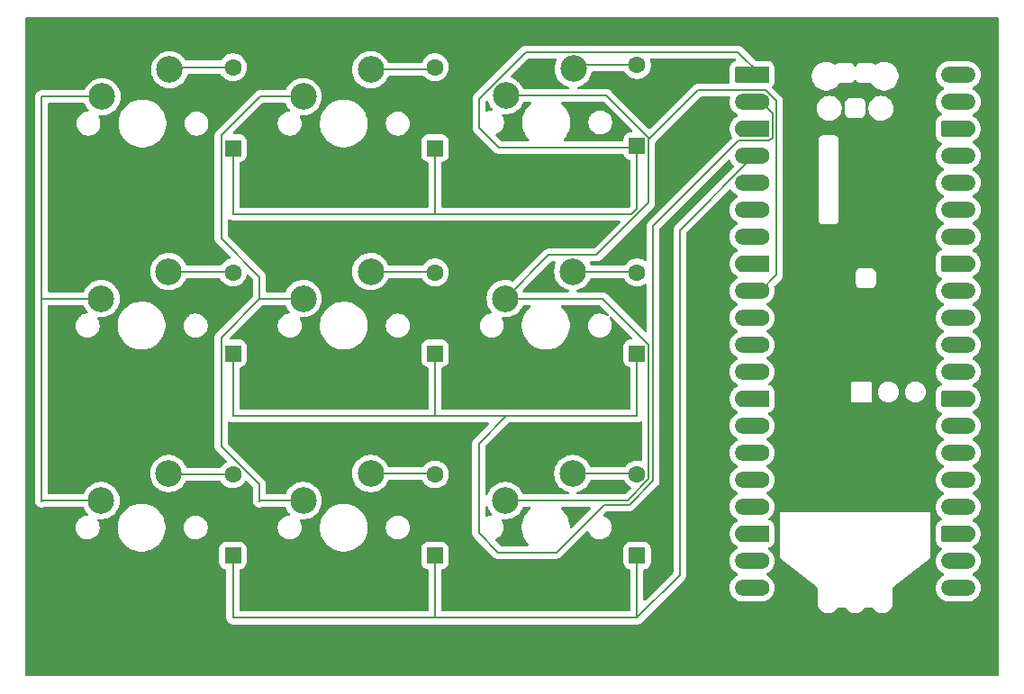
<source format=gbr>
%TF.GenerationSoftware,KiCad,Pcbnew,9.0.2*%
%TF.CreationDate,2025-05-16T17:45:02-05:00*%
%TF.ProjectId,main,6d61696e-2e6b-4696-9361-645f70636258,rev?*%
%TF.SameCoordinates,Original*%
%TF.FileFunction,Copper,L1,Top*%
%TF.FilePolarity,Positive*%
%FSLAX46Y46*%
G04 Gerber Fmt 4.6, Leading zero omitted, Abs format (unit mm)*
G04 Created by KiCad (PCBNEW 9.0.2) date 2025-05-16 17:45:02*
%MOMM*%
%LPD*%
G01*
G04 APERTURE LIST*
G04 Aperture macros list*
%AMRoundRect*
0 Rectangle with rounded corners*
0 $1 Rounding radius*
0 $2 $3 $4 $5 $6 $7 $8 $9 X,Y pos of 4 corners*
0 Add a 4 corners polygon primitive as box body*
4,1,4,$2,$3,$4,$5,$6,$7,$8,$9,$2,$3,0*
0 Add four circle primitives for the rounded corners*
1,1,$1+$1,$2,$3*
1,1,$1+$1,$4,$5*
1,1,$1+$1,$6,$7*
1,1,$1+$1,$8,$9*
0 Add four rect primitives between the rounded corners*
20,1,$1+$1,$2,$3,$4,$5,0*
20,1,$1+$1,$4,$5,$6,$7,0*
20,1,$1+$1,$6,$7,$8,$9,0*
20,1,$1+$1,$8,$9,$2,$3,0*%
%AMFreePoly0*
4,1,37,0.800000,0.796148,0.878414,0.796148,1.032228,0.765552,1.177117,0.705537,1.307515,0.618408,1.418408,0.507515,1.505537,0.377117,1.565552,0.232228,1.596148,0.078414,1.596148,-0.078414,1.565552,-0.232228,1.505537,-0.377117,1.418408,-0.507515,1.307515,-0.618408,1.177117,-0.705537,1.032228,-0.765552,0.878414,-0.796148,0.800000,-0.796148,0.800000,-0.800000,-1.400000,-0.800000,
-1.403843,-0.796157,-1.439018,-0.796157,-1.511114,-0.766294,-1.566294,-0.711114,-1.596157,-0.639018,-1.596157,-0.603843,-1.600000,-0.600000,-1.600000,0.600000,-1.596157,0.603843,-1.596157,0.639018,-1.566294,0.711114,-1.511114,0.766294,-1.439018,0.796157,-1.403843,0.796157,-1.400000,0.800000,0.800000,0.800000,0.800000,0.796148,0.800000,0.796148,$1*%
%AMFreePoly1*
4,1,37,0.000000,0.796148,0.078414,0.796148,0.232228,0.765552,0.377117,0.705537,0.507515,0.618408,0.618408,0.507515,0.705537,0.377117,0.765552,0.232228,0.796148,0.078414,0.796148,-0.078414,0.765552,-0.232228,0.705537,-0.377117,0.618408,-0.507515,0.507515,-0.618408,0.377117,-0.705537,0.232228,-0.765552,0.078414,-0.796148,0.000000,-0.796148,0.000000,-0.800000,-0.600000,-0.800000,
-0.603843,-0.796157,-0.639018,-0.796157,-0.711114,-0.766294,-0.766294,-0.711114,-0.796157,-0.639018,-0.796157,-0.603843,-0.800000,-0.600000,-0.800000,0.600000,-0.796157,0.603843,-0.796157,0.639018,-0.766294,0.711114,-0.711114,0.766294,-0.639018,0.796157,-0.603843,0.796157,-0.600000,0.800000,0.000000,0.800000,0.000000,0.796148,0.000000,0.796148,$1*%
%AMFreePoly2*
4,1,37,0.603843,0.796157,0.639018,0.796157,0.711114,0.766294,0.766294,0.711114,0.796157,0.639018,0.796157,0.603843,0.800000,0.600000,0.800000,-0.600000,0.796157,-0.603843,0.796157,-0.639018,0.766294,-0.711114,0.711114,-0.766294,0.639018,-0.796157,0.603843,-0.796157,0.600000,-0.800000,0.000000,-0.800000,0.000000,-0.796148,-0.078414,-0.796148,-0.232228,-0.765552,-0.377117,-0.705537,
-0.507515,-0.618408,-0.618408,-0.507515,-0.705537,-0.377117,-0.765552,-0.232228,-0.796148,-0.078414,-0.796148,0.078414,-0.765552,0.232228,-0.705537,0.377117,-0.618408,0.507515,-0.507515,0.618408,-0.377117,0.705537,-0.232228,0.765552,-0.078414,0.796148,0.000000,0.796148,0.000000,0.800000,0.600000,0.800000,0.603843,0.796157,0.603843,0.796157,$1*%
%AMFreePoly3*
4,1,37,1.403843,0.796157,1.439018,0.796157,1.511114,0.766294,1.566294,0.711114,1.596157,0.639018,1.596157,0.603843,1.600000,0.600000,1.600000,-0.600000,1.596157,-0.603843,1.596157,-0.639018,1.566294,-0.711114,1.511114,-0.766294,1.439018,-0.796157,1.403843,-0.796157,1.400000,-0.800000,-0.800000,-0.800000,-0.800000,-0.796148,-0.878414,-0.796148,-1.032228,-0.765552,-1.177117,-0.705537,
-1.307515,-0.618408,-1.418408,-0.507515,-1.505537,-0.377117,-1.565552,-0.232228,-1.596148,-0.078414,-1.596148,0.078414,-1.565552,0.232228,-1.505537,0.377117,-1.418408,0.507515,-1.307515,0.618408,-1.177117,0.705537,-1.032228,0.765552,-0.878414,0.796148,-0.800000,0.796148,-0.800000,0.800000,1.400000,0.800000,1.403843,0.796157,1.403843,0.796157,$1*%
G04 Aperture macros list end*
%TA.AperFunction,SMDPad,CuDef*%
%ADD10RoundRect,0.800000X-0.800000X-0.000010X0.800000X-0.000010X0.800000X0.000010X-0.800000X0.000010X0*%
%TD*%
%TA.AperFunction,ComponentPad*%
%ADD11C,1.600000*%
%TD*%
%TA.AperFunction,SMDPad,CuDef*%
%ADD12FreePoly0,0.000000*%
%TD*%
%TA.AperFunction,ComponentPad*%
%ADD13FreePoly1,0.000000*%
%TD*%
%TA.AperFunction,ComponentPad*%
%ADD14FreePoly2,0.000000*%
%TD*%
%TA.AperFunction,SMDPad,CuDef*%
%ADD15FreePoly3,0.000000*%
%TD*%
%TA.AperFunction,ComponentPad*%
%ADD16RoundRect,0.200000X-0.600000X-0.600000X0.600000X-0.600000X0.600000X0.600000X-0.600000X0.600000X0*%
%TD*%
%TA.AperFunction,ComponentPad*%
%ADD17C,2.500000*%
%TD*%
%TA.AperFunction,ComponentPad*%
%ADD18RoundRect,0.250000X0.550000X-0.550000X0.550000X0.550000X-0.550000X0.550000X-0.550000X-0.550000X0*%
%TD*%
%TA.AperFunction,Conductor*%
%ADD19C,0.200000*%
%TD*%
G04 APERTURE END LIST*
D10*
%TO.P,A1,40,VBUS*%
%TO.N,unconnected-(A1-VBUS-Pad40)*%
X198690000Y-60407500D03*
D11*
X197890000Y-60407500D03*
D10*
%TO.P,A1,39,VSYS*%
%TO.N,unconnected-(A1-VSYS-Pad39)*%
X198690000Y-62947500D03*
D11*
X197890000Y-62947500D03*
D12*
%TO.P,A1,38,GND*%
%TO.N,Net-(A1-GND-Pad13)*%
X198690000Y-65487500D03*
D13*
X197890000Y-65487500D03*
D10*
%TO.P,A1,37,3V3_EN*%
%TO.N,unconnected-(A1-3V3_EN-Pad37)*%
X198690000Y-68027500D03*
D11*
X197890000Y-68027500D03*
D10*
%TO.P,A1,36,3V3*%
%TO.N,unconnected-(A1-3V3-Pad36)*%
X198690000Y-70567500D03*
D11*
X197890000Y-70567500D03*
D10*
%TO.P,A1,35,ADC_VREF*%
%TO.N,unconnected-(A1-ADC_VREF-Pad35)*%
X198690000Y-73107500D03*
D11*
X197890000Y-73107500D03*
D10*
%TO.P,A1,34,GPIO28_ADC2*%
%TO.N,unconnected-(A1-GPIO28_ADC2-Pad34)*%
X198690000Y-75647500D03*
D11*
X197890000Y-75647500D03*
D12*
%TO.P,A1,33,AGND*%
%TO.N,unconnected-(A1-AGND-Pad33)*%
X198690000Y-78187500D03*
D13*
X197890000Y-78187500D03*
D10*
%TO.P,A1,32,GPIO27_ADC1*%
%TO.N,unconnected-(A1-GPIO27_ADC1-Pad32)*%
X198690000Y-80727500D03*
D11*
X197890000Y-80727500D03*
D10*
%TO.P,A1,31,GPIO26_ADC0*%
%TO.N,unconnected-(A1-GPIO26_ADC0-Pad31)*%
X198690000Y-83267500D03*
D11*
X197890000Y-83267500D03*
D10*
%TO.P,A1,30,RUN*%
%TO.N,unconnected-(A1-RUN-Pad30)*%
X198690000Y-85807500D03*
D11*
X197890000Y-85807500D03*
D10*
%TO.P,A1,29,GPIO22*%
%TO.N,unconnected-(A1-GPIO22-Pad29)*%
X198690000Y-88347500D03*
D11*
X197890000Y-88347500D03*
D12*
%TO.P,A1,28,GND*%
%TO.N,Net-(A1-GND-Pad13)*%
X198690000Y-90887500D03*
D13*
X197890000Y-90887500D03*
D10*
%TO.P,A1,27,GPIO21*%
%TO.N,unconnected-(A1-GPIO21-Pad27)*%
X198690000Y-93427500D03*
D11*
X197890000Y-93427500D03*
D10*
%TO.P,A1,26,GPIO20*%
%TO.N,unconnected-(A1-GPIO20-Pad26)*%
X198690000Y-95967500D03*
D11*
X197890000Y-95967500D03*
D10*
%TO.P,A1,25,GPIO19*%
%TO.N,unconnected-(A1-GPIO19-Pad25)*%
X198690000Y-98507500D03*
D11*
X197890000Y-98507500D03*
D10*
%TO.P,A1,24,GPIO18*%
%TO.N,unconnected-(A1-GPIO18-Pad24)*%
X198690000Y-101047500D03*
D11*
X197890000Y-101047500D03*
D12*
%TO.P,A1,23,GND*%
%TO.N,Net-(A1-GND-Pad13)*%
X198690000Y-103587500D03*
D13*
X197890000Y-103587500D03*
D10*
%TO.P,A1,22,GPIO17*%
%TO.N,unconnected-(A1-GPIO17-Pad22)*%
X198690000Y-106127500D03*
D11*
X197890000Y-106127500D03*
D10*
%TO.P,A1,21,GPIO16*%
%TO.N,unconnected-(A1-GPIO16-Pad21)*%
X198690000Y-108667500D03*
D11*
X197890000Y-108667500D03*
%TO.P,A1,20,GPIO15*%
%TO.N,unconnected-(A1-GPIO15-Pad20)*%
X180110000Y-108667500D03*
D10*
X179310000Y-108667500D03*
D11*
%TO.P,A1,19,GPIO14*%
%TO.N,unconnected-(A1-GPIO14-Pad19)*%
X180110000Y-106127500D03*
D10*
X179310000Y-106127500D03*
D14*
%TO.P,A1,18,GND*%
%TO.N,Net-(A1-GND-Pad13)*%
X180110000Y-103587500D03*
D15*
X179310000Y-103587500D03*
D11*
%TO.P,A1,17,GPIO13*%
%TO.N,unconnected-(A1-GPIO13-Pad17)*%
X180110000Y-101047500D03*
D10*
X179310000Y-101047500D03*
D11*
%TO.P,A1,16,GPIO12*%
%TO.N,unconnected-(A1-GPIO12-Pad16)*%
X180110000Y-98507500D03*
D10*
X179310000Y-98507500D03*
D11*
%TO.P,A1,15,GPIO11*%
%TO.N,unconnected-(A1-GPIO11-Pad15)*%
X180110000Y-95967500D03*
D10*
X179310000Y-95967500D03*
D11*
%TO.P,A1,14,GPIO10*%
%TO.N,unconnected-(A1-GPIO10-Pad14)*%
X180110000Y-93427500D03*
D10*
X179310000Y-93427500D03*
D14*
%TO.P,A1,13,GND*%
%TO.N,Net-(A1-GND-Pad13)*%
X180110000Y-90887500D03*
D15*
X179310000Y-90887500D03*
D11*
%TO.P,A1,12,GPIO9*%
%TO.N,unconnected-(A1-GPIO9-Pad12)*%
X180110000Y-88347500D03*
D10*
X179310000Y-88347500D03*
D11*
%TO.P,A1,11,GPIO8*%
%TO.N,unconnected-(A1-GPIO8-Pad11)*%
X180110000Y-85807500D03*
D10*
X179310000Y-85807500D03*
D11*
%TO.P,A1,10,GPIO7*%
%TO.N,unconnected-(A1-GPIO7-Pad10)*%
X180110000Y-83267500D03*
D10*
X179310000Y-83267500D03*
D11*
%TO.P,A1,9,GPIO6*%
%TO.N,col 3*%
X180110000Y-80727500D03*
D10*
X179310000Y-80727500D03*
D14*
%TO.P,A1,8,GND*%
%TO.N,Net-(A1-GND-Pad13)*%
X180110000Y-78187500D03*
D15*
X179310000Y-78187500D03*
D11*
%TO.P,A1,7,GPIO5*%
%TO.N,col 2*%
X180110000Y-75647500D03*
D10*
X179310000Y-75647500D03*
D11*
%TO.P,A1,6,GPIO4*%
%TO.N,col 1*%
X180110000Y-73107500D03*
D10*
X179310000Y-73107500D03*
D11*
%TO.P,A1,5,GPIO3*%
%TO.N,unconnected-(A1-GPIO3-Pad5)*%
X180110000Y-70567500D03*
D10*
X179310000Y-70567500D03*
D11*
%TO.P,A1,4,GPIO2*%
%TO.N,row 3*%
X180110000Y-68027500D03*
D10*
X179310000Y-68027500D03*
D14*
%TO.P,A1,3,GND*%
%TO.N,Net-(A1-GND-Pad13)*%
X180110000Y-65487500D03*
D15*
X179310000Y-65487500D03*
D11*
%TO.P,A1,2,GPIO1*%
%TO.N,row 2*%
X180110000Y-62947500D03*
D10*
X179310000Y-62947500D03*
D16*
%TO.P,A1,1,GPIO0*%
%TO.N,Net-(A1-GPIO0)*%
X180110000Y-60407500D03*
D12*
X179310000Y-60407500D03*
%TD*%
D17*
%TO.P,SW9,2,2*%
%TO.N,Net-(D9-A)*%
X162460000Y-97920000D03*
%TO.P,SW9,1,1*%
%TO.N,col 3*%
X156110000Y-100460000D03*
%TD*%
%TO.P,SW8,2,2*%
%TO.N,Net-(D8-A)*%
X162460000Y-78920000D03*
%TO.P,SW8,1,1*%
%TO.N,col 3*%
X156110000Y-81460000D03*
%TD*%
%TO.P,SW7,2,2*%
%TO.N,Net-(D7-A)*%
X162500000Y-59820000D03*
%TO.P,SW7,1,1*%
%TO.N,col 3*%
X156150000Y-62360000D03*
%TD*%
%TO.P,SW6,2,2*%
%TO.N,Net-(D6-A)*%
X143460000Y-97920000D03*
%TO.P,SW6,1,1*%
%TO.N,col2*%
X137110000Y-100460000D03*
%TD*%
%TO.P,SW5,2,2*%
%TO.N,Net-(D5-A)*%
X143460000Y-78920000D03*
%TO.P,SW5,1,1*%
%TO.N,col2*%
X137110000Y-81460000D03*
%TD*%
%TO.P,SW4,2,2*%
%TO.N,Net-(D4-A)*%
X143460000Y-59920000D03*
%TO.P,SW4,1,1*%
%TO.N,col2*%
X137110000Y-62460000D03*
%TD*%
%TO.P,SW3,2,2*%
%TO.N,Net-(D3-A)*%
X124460000Y-97920000D03*
%TO.P,SW3,1,1*%
%TO.N,col 1*%
X118110000Y-100460000D03*
%TD*%
%TO.P,SW2,2,2*%
%TO.N,Net-(D2-A)*%
X124460000Y-78920000D03*
%TO.P,SW2,1,1*%
%TO.N,col 1*%
X118110000Y-81460000D03*
%TD*%
%TO.P,SW1,2,2*%
%TO.N,Net-(D1-A)*%
X124540000Y-59920000D03*
%TO.P,SW1,1,1*%
%TO.N,col 1*%
X118190000Y-62460000D03*
%TD*%
D18*
%TO.P,D7,1,K*%
%TO.N,Net-(A1-GPIO0)*%
X168500000Y-67120000D03*
D11*
%TO.P,D7,2,A*%
%TO.N,Net-(D7-A)*%
X168500000Y-59500000D03*
%TD*%
D18*
%TO.P,D4,1,K*%
%TO.N,Net-(A1-GPIO0)*%
X149500000Y-67310000D03*
D11*
%TO.P,D4,2,A*%
%TO.N,Net-(D4-A)*%
X149500000Y-59690000D03*
%TD*%
D18*
%TO.P,D1,1,K*%
%TO.N,Net-(A1-GPIO0)*%
X130500000Y-67310000D03*
D11*
%TO.P,D1,2,A*%
%TO.N,Net-(D1-A)*%
X130500000Y-59690000D03*
%TD*%
%TO.P,D2,2,A*%
%TO.N,Net-(D2-A)*%
X130500000Y-79000000D03*
D18*
%TO.P,D2,1,K*%
%TO.N,row 2*%
X130500000Y-86620000D03*
%TD*%
D11*
%TO.P,D5,2,A*%
%TO.N,Net-(D5-A)*%
X149500000Y-79000000D03*
D18*
%TO.P,D5,1,K*%
%TO.N,row 2*%
X149500000Y-86620000D03*
%TD*%
D11*
%TO.P,D9,2,A*%
%TO.N,Net-(D9-A)*%
X168500000Y-98000000D03*
D18*
%TO.P,D9,1,K*%
%TO.N,row 3*%
X168500000Y-105620000D03*
%TD*%
D11*
%TO.P,D3,2,A*%
%TO.N,Net-(D3-A)*%
X130500000Y-98000000D03*
D18*
%TO.P,D3,1,K*%
%TO.N,row 3*%
X130500000Y-105620000D03*
%TD*%
D11*
%TO.P,D6,2,A*%
%TO.N,Net-(D6-A)*%
X149500000Y-98000000D03*
D18*
%TO.P,D6,1,K*%
%TO.N,row 3*%
X149500000Y-105620000D03*
%TD*%
D11*
%TO.P,D8,2,A*%
%TO.N,Net-(D8-A)*%
X168500000Y-79000000D03*
D18*
%TO.P,D8,1,K*%
%TO.N,row 2*%
X168500000Y-86620000D03*
%TD*%
D19*
%TO.N,col 3*%
X180566050Y-61846500D02*
X174254500Y-61846500D01*
X181617000Y-62897450D02*
X180566050Y-61846500D01*
X181617000Y-79220500D02*
X181617000Y-62897450D01*
X180110000Y-80727500D02*
X181617000Y-79220500D01*
X169601000Y-66500000D02*
X169601000Y-72466100D01*
X174254500Y-61846500D02*
X169601000Y-66500000D01*
%TO.N,row 3*%
X172500000Y-75020450D02*
X179492950Y-68027500D01*
X179492950Y-68027500D02*
X180110000Y-68027500D01*
X172500000Y-107500000D02*
X172500000Y-75020450D01*
X168500000Y-111500000D02*
X172500000Y-107500000D01*
%TO.N,Net-(A1-GPIO0)*%
X177971500Y-58269000D02*
X180110000Y-60407500D01*
X158047554Y-58269000D02*
X177971500Y-58269000D01*
X153654000Y-65407826D02*
X153654000Y-62662554D01*
X155497174Y-67251000D02*
X153654000Y-65407826D01*
X153654000Y-62662554D02*
X158047554Y-58269000D01*
X168500000Y-67120000D02*
X168369000Y-67251000D01*
X168369000Y-67251000D02*
X155497174Y-67251000D01*
%TO.N,row 2*%
X181216000Y-64053500D02*
X180110000Y-62947500D01*
X181216000Y-66297094D02*
X181216000Y-64053500D01*
X180919594Y-66593500D02*
X181216000Y-66297094D01*
X178051878Y-66593500D02*
X180919594Y-66593500D01*
X170002000Y-74643378D02*
X178051878Y-66593500D01*
X170002000Y-98622150D02*
X170002000Y-74643378D01*
X167763150Y-100861000D02*
X170002000Y-98622150D01*
X165383816Y-100861000D02*
X167763150Y-100861000D01*
X160893816Y-105351000D02*
X165383816Y-100861000D01*
X155457174Y-105351000D02*
X160893816Y-105351000D01*
X153614000Y-103507826D02*
X155457174Y-105351000D01*
X153614000Y-95088000D02*
X153614000Y-103507826D01*
X156202000Y-92500000D02*
X153614000Y-95088000D01*
X168500000Y-92500000D02*
X156202000Y-92500000D01*
%TO.N,col 3*%
X169601000Y-98456050D02*
X167597050Y-100460000D01*
X167597050Y-100460000D02*
X156110000Y-100460000D01*
X169601000Y-85834840D02*
X169601000Y-98456050D01*
X165226160Y-81460000D02*
X169601000Y-85834840D01*
X156110000Y-81460000D02*
X165226160Y-81460000D01*
X160201000Y-77369000D02*
X156110000Y-81460000D01*
X164698100Y-77369000D02*
X160201000Y-77369000D01*
X169601000Y-66334840D02*
X169601000Y-66500000D01*
X165626160Y-62360000D02*
X169601000Y-66334840D01*
X169601000Y-72466100D02*
X164698100Y-77369000D01*
X156150000Y-62360000D02*
X165626160Y-62360000D01*
%TO.N,col2*%
X133040000Y-81460000D02*
X133000000Y-81500000D01*
X137110000Y-81460000D02*
X133040000Y-81460000D01*
X133040000Y-100460000D02*
X137110000Y-100460000D01*
X133000000Y-100500000D02*
X133040000Y-100460000D01*
X133000000Y-98942950D02*
X133000000Y-100500000D01*
X129399000Y-95341950D02*
X133000000Y-98942950D01*
X129399000Y-85101000D02*
X129399000Y-95341950D01*
X133000000Y-81500000D02*
X129399000Y-85101000D01*
X133000000Y-79426174D02*
X133000000Y-81500000D01*
X129399000Y-75825174D02*
X133000000Y-79426174D01*
X129399000Y-66101000D02*
X129399000Y-75825174D01*
X133040000Y-62460000D02*
X129399000Y-66101000D01*
X137110000Y-62460000D02*
X133040000Y-62460000D01*
%TO.N,col 1*%
X112500000Y-62500000D02*
X112540000Y-62460000D01*
X112540000Y-62460000D02*
X118190000Y-62460000D01*
X112500000Y-81420000D02*
X112500000Y-62500000D01*
X112540000Y-81460000D02*
X112500000Y-81420000D01*
X112540000Y-81460000D02*
X118110000Y-81460000D01*
X112500000Y-100500000D02*
X112500000Y-81500000D01*
X112540000Y-100460000D02*
X112500000Y-100500000D01*
X118110000Y-100460000D02*
X112540000Y-100460000D01*
X112500000Y-81500000D02*
X112540000Y-81460000D01*
%TO.N,Net-(A1-GPIO0)*%
X168000000Y-73500000D02*
X168500000Y-73000000D01*
X149500000Y-73500000D02*
X168000000Y-73500000D01*
X168500000Y-73000000D02*
X168500000Y-67120000D01*
X149500000Y-73500000D02*
X149500000Y-67310000D01*
X130500000Y-73500000D02*
X149500000Y-73500000D01*
X130500000Y-67310000D02*
X130500000Y-73500000D01*
%TO.N,row 2*%
X168500000Y-92500000D02*
X168500000Y-86620000D01*
X149500000Y-92500000D02*
X168500000Y-92500000D01*
X149500000Y-92500000D02*
X130500000Y-92500000D01*
X130500000Y-92500000D02*
X130500000Y-86620000D01*
X149500000Y-86620000D02*
X149500000Y-92500000D01*
%TO.N,row 3*%
X168500000Y-111500000D02*
X168500000Y-105620000D01*
X149500000Y-111500000D02*
X168500000Y-111500000D01*
X149500000Y-111500000D02*
X149500000Y-105620000D01*
X130500000Y-111500000D02*
X149500000Y-111500000D01*
X130500000Y-105620000D02*
X130500000Y-111500000D01*
%TO.N,Net-(D9-A)*%
X168420000Y-97920000D02*
X168500000Y-98000000D01*
X162460000Y-97920000D02*
X168420000Y-97920000D01*
%TO.N,Net-(D6-A)*%
X149420000Y-97920000D02*
X149500000Y-98000000D01*
X143460000Y-97920000D02*
X149420000Y-97920000D01*
%TO.N,Net-(D3-A)*%
X124540000Y-98000000D02*
X124460000Y-97920000D01*
X130500000Y-98000000D02*
X124540000Y-98000000D01*
%TO.N,Net-(D2-A)*%
X130420000Y-78920000D02*
X130500000Y-79000000D01*
X124460000Y-78920000D02*
X130420000Y-78920000D01*
%TO.N,Net-(D5-A)*%
X149420000Y-78920000D02*
X149500000Y-79000000D01*
X143460000Y-78920000D02*
X149420000Y-78920000D01*
%TO.N,Net-(D8-A)*%
X167920000Y-78920000D02*
X162460000Y-78920000D01*
X168000000Y-79000000D02*
X167920000Y-78920000D01*
X168500000Y-79000000D02*
X168000000Y-79000000D01*
%TO.N,Net-(D7-A)*%
X162820000Y-59500000D02*
X162500000Y-59820000D01*
X168500000Y-59500000D02*
X162820000Y-59500000D01*
%TO.N,Net-(D1-A)*%
X124770000Y-59690000D02*
X124540000Y-59920000D01*
X130500000Y-59690000D02*
X124770000Y-59690000D01*
%TO.N,Net-(D4-A)*%
X149270000Y-59920000D02*
X149500000Y-59690000D01*
X143460000Y-59920000D02*
X149270000Y-59920000D01*
%TD*%
%TA.AperFunction,NonConductor*%
G36*
X202443039Y-55019685D02*
G01*
X202488794Y-55072489D01*
X202500000Y-55124000D01*
X202500000Y-116876000D01*
X202480315Y-116943039D01*
X202427511Y-116988794D01*
X202376000Y-117000000D01*
X111124000Y-117000000D01*
X111056961Y-116980315D01*
X111011206Y-116927511D01*
X111000000Y-116876000D01*
X111000000Y-100579054D01*
X111899498Y-100579054D01*
X111926019Y-100678028D01*
X111940423Y-100731785D01*
X111966374Y-100776733D01*
X111969358Y-100781900D01*
X111969359Y-100781904D01*
X111969360Y-100781904D01*
X112019480Y-100868716D01*
X112131284Y-100980520D01*
X112206399Y-101023887D01*
X112268215Y-101059577D01*
X112420943Y-101100501D01*
X112420946Y-101100501D01*
X112579055Y-101100501D01*
X112579057Y-101100501D01*
X112712572Y-101064724D01*
X112744666Y-101060500D01*
X116381154Y-101060500D01*
X116448193Y-101080185D01*
X116493948Y-101132989D01*
X116495715Y-101137048D01*
X116536650Y-101235876D01*
X116536657Y-101235890D01*
X116651392Y-101434617D01*
X116791081Y-101616661D01*
X116791089Y-101616670D01*
X116837238Y-101662819D01*
X116870723Y-101724142D01*
X116865739Y-101793834D01*
X116823867Y-101849767D01*
X116758403Y-101874184D01*
X116752967Y-101874378D01*
X116751423Y-101874499D01*
X116576443Y-101902214D01*
X116407960Y-101956956D01*
X116407957Y-101956957D01*
X116250109Y-102037386D01*
X116214500Y-102063258D01*
X116106786Y-102141517D01*
X116106784Y-102141519D01*
X116106783Y-102141519D01*
X115981519Y-102266783D01*
X115981519Y-102266784D01*
X115981517Y-102266786D01*
X115942506Y-102320480D01*
X115877386Y-102410109D01*
X115796957Y-102567957D01*
X115796956Y-102567960D01*
X115742214Y-102736443D01*
X115714500Y-102911421D01*
X115714500Y-103088578D01*
X115742214Y-103263556D01*
X115796956Y-103432039D01*
X115796957Y-103432042D01*
X115875852Y-103586880D01*
X115877386Y-103589890D01*
X115981517Y-103733214D01*
X116106786Y-103858483D01*
X116250110Y-103962614D01*
X116314487Y-103995416D01*
X116407957Y-104043042D01*
X116407960Y-104043043D01*
X116479450Y-104066271D01*
X116576445Y-104097786D01*
X116751421Y-104125500D01*
X116751422Y-104125500D01*
X116928578Y-104125500D01*
X116928579Y-104125500D01*
X117103555Y-104097786D01*
X117272042Y-104043042D01*
X117429890Y-103962614D01*
X117573214Y-103858483D01*
X117698483Y-103733214D01*
X117802614Y-103589890D01*
X117883042Y-103432042D01*
X117937786Y-103263555D01*
X117965500Y-103088579D01*
X117965500Y-102911421D01*
X117956165Y-102852486D01*
X119669500Y-102852486D01*
X119669500Y-103147513D01*
X119692737Y-103324006D01*
X119708007Y-103439993D01*
X119784361Y-103724951D01*
X119784364Y-103724961D01*
X119897254Y-103997500D01*
X119897258Y-103997510D01*
X120044761Y-104252993D01*
X120224352Y-104487040D01*
X120224358Y-104487047D01*
X120432952Y-104695641D01*
X120432959Y-104695647D01*
X120667006Y-104875238D01*
X120922489Y-105022741D01*
X120922490Y-105022741D01*
X120922493Y-105022743D01*
X121133296Y-105110060D01*
X121175287Y-105127454D01*
X121195048Y-105135639D01*
X121480007Y-105211993D01*
X121772494Y-105250500D01*
X121772501Y-105250500D01*
X122067499Y-105250500D01*
X122067506Y-105250500D01*
X122359993Y-105211993D01*
X122644952Y-105135639D01*
X122917507Y-105022743D01*
X123172994Y-104875238D01*
X123407042Y-104695646D01*
X123615646Y-104487042D01*
X123795238Y-104252994D01*
X123942743Y-103997507D01*
X124055639Y-103724952D01*
X124131993Y-103439993D01*
X124170500Y-103147506D01*
X124170500Y-102911421D01*
X125874500Y-102911421D01*
X125874500Y-103088578D01*
X125902214Y-103263556D01*
X125956956Y-103432039D01*
X125956957Y-103432042D01*
X126035852Y-103586880D01*
X126037386Y-103589890D01*
X126141517Y-103733214D01*
X126266786Y-103858483D01*
X126410110Y-103962614D01*
X126474487Y-103995416D01*
X126567957Y-104043042D01*
X126567960Y-104043043D01*
X126639450Y-104066271D01*
X126736445Y-104097786D01*
X126911421Y-104125500D01*
X126911422Y-104125500D01*
X127088578Y-104125500D01*
X127088579Y-104125500D01*
X127263555Y-104097786D01*
X127432042Y-104043042D01*
X127589890Y-103962614D01*
X127733214Y-103858483D01*
X127858483Y-103733214D01*
X127962614Y-103589890D01*
X128043042Y-103432042D01*
X128097786Y-103263555D01*
X128125500Y-103088579D01*
X128125500Y-102911421D01*
X128097786Y-102736445D01*
X128063833Y-102631946D01*
X128043043Y-102567960D01*
X128043042Y-102567957D01*
X127969863Y-102424337D01*
X127962614Y-102410110D01*
X127858483Y-102266786D01*
X127733214Y-102141517D01*
X127589890Y-102037386D01*
X127581953Y-102033342D01*
X127432042Y-101956957D01*
X127432039Y-101956956D01*
X127263556Y-101902214D01*
X127165220Y-101886639D01*
X127088579Y-101874500D01*
X126911421Y-101874500D01*
X126853095Y-101883738D01*
X126736443Y-101902214D01*
X126567960Y-101956956D01*
X126567957Y-101956957D01*
X126410109Y-102037386D01*
X126374500Y-102063258D01*
X126266786Y-102141517D01*
X126266784Y-102141519D01*
X126266783Y-102141519D01*
X126141519Y-102266783D01*
X126141519Y-102266784D01*
X126141517Y-102266786D01*
X126102506Y-102320480D01*
X126037386Y-102410109D01*
X125956957Y-102567957D01*
X125956956Y-102567960D01*
X125902214Y-102736443D01*
X125874500Y-102911421D01*
X124170500Y-102911421D01*
X124170500Y-102852494D01*
X124131993Y-102560007D01*
X124055639Y-102275048D01*
X124046390Y-102252720D01*
X124015469Y-102178070D01*
X123942743Y-102002493D01*
X123920326Y-101963666D01*
X123795238Y-101747006D01*
X123615647Y-101512959D01*
X123615641Y-101512952D01*
X123407047Y-101304358D01*
X123407040Y-101304352D01*
X123172993Y-101124761D01*
X122917510Y-100977258D01*
X122917500Y-100977254D01*
X122644961Y-100864364D01*
X122644954Y-100864362D01*
X122644952Y-100864361D01*
X122359993Y-100788007D01*
X122311113Y-100781571D01*
X122067513Y-100749500D01*
X122067506Y-100749500D01*
X121772494Y-100749500D01*
X121772486Y-100749500D01*
X121494085Y-100786153D01*
X121480007Y-100788007D01*
X121195048Y-100864361D01*
X121195038Y-100864364D01*
X120922499Y-100977254D01*
X120922489Y-100977258D01*
X120667006Y-101124761D01*
X120432959Y-101304352D01*
X120432952Y-101304358D01*
X120224358Y-101512952D01*
X120224352Y-101512959D01*
X120044761Y-101747006D01*
X119897258Y-102002489D01*
X119897254Y-102002499D01*
X119784364Y-102275038D01*
X119784361Y-102275048D01*
X119735276Y-102458239D01*
X119708008Y-102560004D01*
X119708006Y-102560015D01*
X119669500Y-102852486D01*
X117956165Y-102852486D01*
X117937786Y-102736445D01*
X117903833Y-102631946D01*
X117883043Y-102567960D01*
X117883042Y-102567957D01*
X117809863Y-102424337D01*
X117802614Y-102410110D01*
X117791517Y-102394837D01*
X117768038Y-102329032D01*
X117783863Y-102260978D01*
X117833968Y-102212283D01*
X117902446Y-102198407D01*
X117907977Y-102199008D01*
X117995266Y-102210500D01*
X117995273Y-102210500D01*
X118224727Y-102210500D01*
X118224734Y-102210500D01*
X118452238Y-102180548D01*
X118673887Y-102121158D01*
X118885888Y-102033344D01*
X119084612Y-101918611D01*
X119266661Y-101778919D01*
X119266665Y-101778914D01*
X119266670Y-101778911D01*
X119428911Y-101616670D01*
X119428914Y-101616665D01*
X119428919Y-101616661D01*
X119568611Y-101434612D01*
X119683344Y-101235888D01*
X119771158Y-101023887D01*
X119830548Y-100802238D01*
X119860500Y-100574734D01*
X119860500Y-100345266D01*
X119830548Y-100117762D01*
X119771158Y-99896113D01*
X119710116Y-99748744D01*
X119683349Y-99684123D01*
X119683346Y-99684117D01*
X119683344Y-99684112D01*
X119568611Y-99485388D01*
X119568608Y-99485385D01*
X119568607Y-99485382D01*
X119428918Y-99303338D01*
X119428911Y-99303330D01*
X119266670Y-99141089D01*
X119266661Y-99141081D01*
X119084617Y-99001392D01*
X119068291Y-98991966D01*
X118885888Y-98886656D01*
X118885886Y-98886655D01*
X118885876Y-98886650D01*
X118673887Y-98798842D01*
X118452238Y-98739452D01*
X118412247Y-98734187D01*
X118224741Y-98709500D01*
X118224734Y-98709500D01*
X117995266Y-98709500D01*
X117995258Y-98709500D01*
X117778715Y-98738009D01*
X117767762Y-98739452D01*
X117674076Y-98764554D01*
X117546112Y-98798842D01*
X117334123Y-98886650D01*
X117334114Y-98886655D01*
X117135382Y-99001392D01*
X116953338Y-99141081D01*
X116791081Y-99303338D01*
X116651392Y-99485382D01*
X116536657Y-99684109D01*
X116536650Y-99684123D01*
X116495715Y-99782952D01*
X116451875Y-99837356D01*
X116385580Y-99859421D01*
X116381154Y-99859500D01*
X113224500Y-99859500D01*
X113157461Y-99839815D01*
X113111706Y-99787011D01*
X113100500Y-99735500D01*
X113100500Y-82184500D01*
X113120185Y-82117461D01*
X113172989Y-82071706D01*
X113224500Y-82060500D01*
X116381154Y-82060500D01*
X116448193Y-82080185D01*
X116493948Y-82132989D01*
X116495715Y-82137048D01*
X116536650Y-82235876D01*
X116536657Y-82235890D01*
X116651392Y-82434617D01*
X116791081Y-82616661D01*
X116791089Y-82616670D01*
X116837238Y-82662819D01*
X116870723Y-82724142D01*
X116865739Y-82793834D01*
X116823867Y-82849767D01*
X116758403Y-82874184D01*
X116752967Y-82874378D01*
X116751423Y-82874499D01*
X116576443Y-82902214D01*
X116407960Y-82956956D01*
X116407957Y-82956957D01*
X116250109Y-83037386D01*
X116193576Y-83078460D01*
X116106786Y-83141517D01*
X116106784Y-83141519D01*
X116106783Y-83141519D01*
X115981519Y-83266783D01*
X115981519Y-83266784D01*
X115981517Y-83266786D01*
X115939742Y-83324284D01*
X115877386Y-83410109D01*
X115796957Y-83567957D01*
X115796956Y-83567960D01*
X115742214Y-83736443D01*
X115723833Y-83852494D01*
X115714500Y-83911421D01*
X115714500Y-84088579D01*
X115717361Y-84106640D01*
X115742214Y-84263556D01*
X115796956Y-84432039D01*
X115796957Y-84432042D01*
X115874819Y-84584852D01*
X115877386Y-84589890D01*
X115981517Y-84733214D01*
X116106786Y-84858483D01*
X116250110Y-84962614D01*
X116318577Y-84997500D01*
X116407957Y-85043042D01*
X116407960Y-85043043D01*
X116492201Y-85070414D01*
X116576445Y-85097786D01*
X116751421Y-85125500D01*
X116751422Y-85125500D01*
X116928578Y-85125500D01*
X116928579Y-85125500D01*
X117103555Y-85097786D01*
X117272042Y-85043042D01*
X117429890Y-84962614D01*
X117573214Y-84858483D01*
X117698483Y-84733214D01*
X117802614Y-84589890D01*
X117883042Y-84432042D01*
X117937786Y-84263555D01*
X117965500Y-84088579D01*
X117965500Y-83911421D01*
X117956165Y-83852486D01*
X119669500Y-83852486D01*
X119669500Y-84147513D01*
X119700080Y-84379784D01*
X119708007Y-84439993D01*
X119775937Y-84693512D01*
X119784361Y-84724951D01*
X119784364Y-84724961D01*
X119897254Y-84997500D01*
X119897258Y-84997510D01*
X120044761Y-85252993D01*
X120224352Y-85487040D01*
X120224358Y-85487047D01*
X120432952Y-85695641D01*
X120432959Y-85695647D01*
X120667006Y-85875238D01*
X120922489Y-86022741D01*
X120922490Y-86022741D01*
X120922493Y-86022743D01*
X121072010Y-86084675D01*
X121138060Y-86112034D01*
X121195048Y-86135639D01*
X121480007Y-86211993D01*
X121772494Y-86250500D01*
X121772501Y-86250500D01*
X122067499Y-86250500D01*
X122067506Y-86250500D01*
X122359993Y-86211993D01*
X122644952Y-86135639D01*
X122917507Y-86022743D01*
X123172994Y-85875238D01*
X123407042Y-85695646D01*
X123615646Y-85487042D01*
X123795238Y-85252994D01*
X123942743Y-84997507D01*
X124055639Y-84724952D01*
X124131993Y-84439993D01*
X124170500Y-84147506D01*
X124170500Y-83911421D01*
X125874500Y-83911421D01*
X125874500Y-84088579D01*
X125877361Y-84106640D01*
X125902214Y-84263556D01*
X125956956Y-84432039D01*
X125956957Y-84432042D01*
X126034819Y-84584852D01*
X126037386Y-84589890D01*
X126141517Y-84733214D01*
X126266786Y-84858483D01*
X126410110Y-84962614D01*
X126478577Y-84997500D01*
X126567957Y-85043042D01*
X126567960Y-85043043D01*
X126652201Y-85070414D01*
X126736445Y-85097786D01*
X126911421Y-85125500D01*
X126911422Y-85125500D01*
X127088578Y-85125500D01*
X127088579Y-85125500D01*
X127263555Y-85097786D01*
X127432042Y-85043042D01*
X127589890Y-84962614D01*
X127733214Y-84858483D01*
X127858483Y-84733214D01*
X127962614Y-84589890D01*
X128043042Y-84432042D01*
X128097786Y-84263555D01*
X128125500Y-84088579D01*
X128125500Y-83911421D01*
X128097786Y-83736445D01*
X128064460Y-83633878D01*
X128043043Y-83567960D01*
X128043042Y-83567957D01*
X127968571Y-83421802D01*
X127962614Y-83410110D01*
X127858483Y-83266786D01*
X127733214Y-83141517D01*
X127589890Y-83037386D01*
X127522426Y-83003011D01*
X127432042Y-82956957D01*
X127432039Y-82956956D01*
X127263556Y-82902214D01*
X127176067Y-82888357D01*
X127088579Y-82874500D01*
X126911421Y-82874500D01*
X126853095Y-82883738D01*
X126736443Y-82902214D01*
X126567960Y-82956956D01*
X126567957Y-82956957D01*
X126410109Y-83037386D01*
X126353576Y-83078460D01*
X126266786Y-83141517D01*
X126266784Y-83141519D01*
X126266783Y-83141519D01*
X126141519Y-83266783D01*
X126141519Y-83266784D01*
X126141517Y-83266786D01*
X126099742Y-83324284D01*
X126037386Y-83410109D01*
X125956957Y-83567957D01*
X125956956Y-83567960D01*
X125902214Y-83736443D01*
X125883833Y-83852494D01*
X125874500Y-83911421D01*
X124170500Y-83911421D01*
X124170500Y-83852494D01*
X124131993Y-83560007D01*
X124055639Y-83275048D01*
X123942743Y-83002493D01*
X123939417Y-82996733D01*
X123795238Y-82747006D01*
X123615647Y-82512959D01*
X123615641Y-82512952D01*
X123407047Y-82304358D01*
X123407040Y-82304352D01*
X123172993Y-82124761D01*
X122917510Y-81977258D01*
X122917500Y-81977254D01*
X122644961Y-81864364D01*
X122644954Y-81864362D01*
X122644952Y-81864361D01*
X122359993Y-81788007D01*
X122311113Y-81781571D01*
X122067513Y-81749500D01*
X122067506Y-81749500D01*
X121772494Y-81749500D01*
X121772486Y-81749500D01*
X121497583Y-81785693D01*
X121480007Y-81788007D01*
X121195048Y-81864361D01*
X121195038Y-81864364D01*
X120922499Y-81977254D01*
X120922489Y-81977258D01*
X120667006Y-82124761D01*
X120432959Y-82304352D01*
X120432952Y-82304358D01*
X120224358Y-82512952D01*
X120224352Y-82512959D01*
X120044761Y-82747006D01*
X119897258Y-83002489D01*
X119897254Y-83002499D01*
X119784364Y-83275038D01*
X119784361Y-83275048D01*
X119713833Y-83538266D01*
X119708008Y-83560004D01*
X119708006Y-83560015D01*
X119669500Y-83852486D01*
X117956165Y-83852486D01*
X117937786Y-83736445D01*
X117904460Y-83633878D01*
X117883043Y-83567960D01*
X117883042Y-83567957D01*
X117808571Y-83421802D01*
X117802614Y-83410110D01*
X117791517Y-83394837D01*
X117768038Y-83329032D01*
X117783863Y-83260978D01*
X117833968Y-83212283D01*
X117902446Y-83198407D01*
X117907977Y-83199008D01*
X117995266Y-83210500D01*
X117995273Y-83210500D01*
X118224727Y-83210500D01*
X118224734Y-83210500D01*
X118452238Y-83180548D01*
X118673887Y-83121158D01*
X118885888Y-83033344D01*
X119084612Y-82918611D01*
X119266661Y-82778919D01*
X119266665Y-82778914D01*
X119266670Y-82778911D01*
X119428911Y-82616670D01*
X119428914Y-82616665D01*
X119428919Y-82616661D01*
X119568611Y-82434612D01*
X119683344Y-82235888D01*
X119771158Y-82023887D01*
X119830548Y-81802238D01*
X119860500Y-81574734D01*
X119860500Y-81345266D01*
X119830548Y-81117762D01*
X119771158Y-80896113D01*
X119683344Y-80684112D01*
X119568611Y-80485388D01*
X119568608Y-80485385D01*
X119568607Y-80485382D01*
X119467764Y-80353962D01*
X119428919Y-80303339D01*
X119428918Y-80303338D01*
X119428911Y-80303330D01*
X119266670Y-80141089D01*
X119266661Y-80141081D01*
X119084617Y-80001392D01*
X118885890Y-79886657D01*
X118885876Y-79886650D01*
X118673887Y-79798842D01*
X118673883Y-79798841D01*
X118452238Y-79739452D01*
X118414215Y-79734446D01*
X118224741Y-79709500D01*
X118224734Y-79709500D01*
X117995266Y-79709500D01*
X117995258Y-79709500D01*
X117778715Y-79738009D01*
X117767762Y-79739452D01*
X117674076Y-79764554D01*
X117546112Y-79798842D01*
X117334123Y-79886650D01*
X117334109Y-79886657D01*
X117135382Y-80001392D01*
X116953338Y-80141081D01*
X116791081Y-80303338D01*
X116651392Y-80485382D01*
X116536657Y-80684109D01*
X116536650Y-80684123D01*
X116495715Y-80782952D01*
X116451875Y-80837356D01*
X116385580Y-80859421D01*
X116381154Y-80859500D01*
X113224500Y-80859500D01*
X113157461Y-80839815D01*
X113111706Y-80787011D01*
X113100500Y-80735500D01*
X113100500Y-78805258D01*
X122709500Y-78805258D01*
X122709500Y-79034741D01*
X122726826Y-79166337D01*
X122739452Y-79262238D01*
X122790974Y-79454522D01*
X122798842Y-79483887D01*
X122886650Y-79695876D01*
X122886657Y-79695890D01*
X123001392Y-79894617D01*
X123141081Y-80076661D01*
X123141089Y-80076670D01*
X123303330Y-80238911D01*
X123303338Y-80238918D01*
X123303339Y-80238919D01*
X123353962Y-80277764D01*
X123485382Y-80378607D01*
X123485385Y-80378608D01*
X123485388Y-80378611D01*
X123684112Y-80493344D01*
X123684117Y-80493346D01*
X123684123Y-80493349D01*
X123775480Y-80531190D01*
X123896113Y-80581158D01*
X124117762Y-80640548D01*
X124345266Y-80670500D01*
X124345273Y-80670500D01*
X124574727Y-80670500D01*
X124574734Y-80670500D01*
X124802238Y-80640548D01*
X125023887Y-80581158D01*
X125235888Y-80493344D01*
X125434612Y-80378611D01*
X125616661Y-80238919D01*
X125616665Y-80238914D01*
X125616670Y-80238911D01*
X125778911Y-80076670D01*
X125778914Y-80076665D01*
X125778919Y-80076661D01*
X125918611Y-79894612D01*
X126033344Y-79695888D01*
X126038736Y-79682870D01*
X126074285Y-79597048D01*
X126118125Y-79542644D01*
X126184420Y-79520579D01*
X126188846Y-79520500D01*
X129229636Y-79520500D01*
X129296675Y-79540185D01*
X129340120Y-79588203D01*
X129351243Y-79610034D01*
X129387715Y-79681614D01*
X129508028Y-79847213D01*
X129652786Y-79991971D01*
X129795386Y-80095574D01*
X129818390Y-80112287D01*
X129902969Y-80155382D01*
X130000776Y-80205218D01*
X130000778Y-80205218D01*
X130000781Y-80205220D01*
X130104471Y-80238911D01*
X130195465Y-80268477D01*
X130274544Y-80281002D01*
X130397648Y-80300500D01*
X130397649Y-80300500D01*
X130602351Y-80300500D01*
X130602352Y-80300500D01*
X130804534Y-80268477D01*
X130999219Y-80205220D01*
X131181610Y-80112287D01*
X131274590Y-80044732D01*
X131347213Y-79991971D01*
X131347215Y-79991968D01*
X131347219Y-79991966D01*
X131491966Y-79847219D01*
X131491968Y-79847215D01*
X131491971Y-79847213D01*
X131570262Y-79739453D01*
X131612287Y-79681610D01*
X131705220Y-79499219D01*
X131768477Y-79304534D01*
X131768477Y-79304532D01*
X131769868Y-79300252D01*
X131809305Y-79242576D01*
X131873664Y-79215378D01*
X131942510Y-79227293D01*
X131975480Y-79250889D01*
X132363181Y-79638590D01*
X132396666Y-79699913D01*
X132399500Y-79726271D01*
X132399500Y-81199902D01*
X132379815Y-81266941D01*
X132363181Y-81287583D01*
X128918481Y-84732282D01*
X128918480Y-84732284D01*
X128875343Y-84807000D01*
X128839423Y-84869215D01*
X128798499Y-85021943D01*
X128798499Y-85021945D01*
X128798499Y-85190046D01*
X128798500Y-85190059D01*
X128798500Y-95255280D01*
X128798499Y-95255298D01*
X128798499Y-95421004D01*
X128798498Y-95421004D01*
X128839423Y-95573735D01*
X128868358Y-95623850D01*
X128868359Y-95623854D01*
X128868360Y-95623854D01*
X128914060Y-95703011D01*
X128918479Y-95710664D01*
X128918481Y-95710667D01*
X129037349Y-95829535D01*
X129037355Y-95829540D01*
X129881299Y-96673484D01*
X129914784Y-96734807D01*
X129909800Y-96804499D01*
X129867928Y-96860432D01*
X129849916Y-96871648D01*
X129818388Y-96887713D01*
X129652786Y-97008028D01*
X129508028Y-97152786D01*
X129387715Y-97318385D01*
X129380883Y-97331795D01*
X129332909Y-97382591D01*
X129270398Y-97399500D01*
X126221984Y-97399500D01*
X126154945Y-97379815D01*
X126109190Y-97327011D01*
X126107423Y-97322953D01*
X126033347Y-97144118D01*
X126033342Y-97144109D01*
X125918611Y-96945388D01*
X125918608Y-96945385D01*
X125918607Y-96945382D01*
X125778918Y-96763338D01*
X125778911Y-96763330D01*
X125616670Y-96601089D01*
X125616661Y-96601081D01*
X125434617Y-96461392D01*
X125394381Y-96438162D01*
X125235888Y-96346656D01*
X125235876Y-96346650D01*
X125023887Y-96258842D01*
X124802238Y-96199452D01*
X124762247Y-96194187D01*
X124574741Y-96169500D01*
X124574734Y-96169500D01*
X124345266Y-96169500D01*
X124345258Y-96169500D01*
X124128715Y-96198009D01*
X124117762Y-96199452D01*
X124024076Y-96224554D01*
X123896112Y-96258842D01*
X123684123Y-96346650D01*
X123684109Y-96346657D01*
X123485382Y-96461392D01*
X123303338Y-96601081D01*
X123141081Y-96763338D01*
X123001392Y-96945382D01*
X122886657Y-97144109D01*
X122886650Y-97144123D01*
X122798842Y-97356112D01*
X122739453Y-97577759D01*
X122739451Y-97577770D01*
X122709500Y-97805258D01*
X122709500Y-98034741D01*
X122734446Y-98224215D01*
X122739452Y-98262238D01*
X122789953Y-98450714D01*
X122798842Y-98483887D01*
X122886650Y-98695876D01*
X122886657Y-98695890D01*
X122946096Y-98798842D01*
X122983653Y-98863893D01*
X123001392Y-98894617D01*
X123141081Y-99076661D01*
X123141089Y-99076670D01*
X123303330Y-99238911D01*
X123303338Y-99238918D01*
X123303339Y-99238919D01*
X123353962Y-99277764D01*
X123485382Y-99378607D01*
X123485385Y-99378608D01*
X123485388Y-99378611D01*
X123684112Y-99493344D01*
X123684117Y-99493346D01*
X123684123Y-99493349D01*
X123775480Y-99531190D01*
X123896113Y-99581158D01*
X124117762Y-99640548D01*
X124345266Y-99670500D01*
X124345273Y-99670500D01*
X124574727Y-99670500D01*
X124574734Y-99670500D01*
X124802238Y-99640548D01*
X125023887Y-99581158D01*
X125235888Y-99493344D01*
X125434612Y-99378611D01*
X125616661Y-99238919D01*
X125616665Y-99238914D01*
X125616670Y-99238911D01*
X125778911Y-99076670D01*
X125778914Y-99076665D01*
X125778919Y-99076661D01*
X125918611Y-98894612D01*
X126033344Y-98695888D01*
X126041147Y-98677048D01*
X126084987Y-98622645D01*
X126151281Y-98600579D01*
X126155709Y-98600500D01*
X129270398Y-98600500D01*
X129337437Y-98620185D01*
X129380883Y-98668205D01*
X129387715Y-98681614D01*
X129508028Y-98847213D01*
X129652786Y-98991971D01*
X129805153Y-99102670D01*
X129818390Y-99112287D01*
X129912491Y-99160234D01*
X130000776Y-99205218D01*
X130000778Y-99205218D01*
X130000781Y-99205220D01*
X130104471Y-99238911D01*
X130195465Y-99268477D01*
X130296557Y-99284488D01*
X130397648Y-99300500D01*
X130397649Y-99300500D01*
X130602351Y-99300500D01*
X130602352Y-99300500D01*
X130804534Y-99268477D01*
X130999219Y-99205220D01*
X131181610Y-99112287D01*
X131305871Y-99022007D01*
X131347213Y-98991971D01*
X131347215Y-98991968D01*
X131347219Y-98991966D01*
X131491966Y-98847219D01*
X131491968Y-98847215D01*
X131491971Y-98847213D01*
X131601912Y-98695890D01*
X131612287Y-98681610D01*
X131628349Y-98650085D01*
X131676323Y-98599290D01*
X131744144Y-98582495D01*
X131810279Y-98605032D01*
X131826515Y-98618700D01*
X132363181Y-99155366D01*
X132396666Y-99216689D01*
X132399500Y-99243047D01*
X132399500Y-100413330D01*
X132399499Y-100413348D01*
X132399499Y-100579054D01*
X132399498Y-100579054D01*
X132426019Y-100678028D01*
X132440423Y-100731785D01*
X132466374Y-100776733D01*
X132469358Y-100781900D01*
X132469359Y-100781904D01*
X132469360Y-100781904D01*
X132519480Y-100868716D01*
X132631284Y-100980520D01*
X132706399Y-101023887D01*
X132768215Y-101059577D01*
X132920943Y-101100501D01*
X132920946Y-101100501D01*
X133079055Y-101100501D01*
X133079057Y-101100501D01*
X133212572Y-101064724D01*
X133244666Y-101060500D01*
X135381154Y-101060500D01*
X135448193Y-101080185D01*
X135493948Y-101132989D01*
X135495715Y-101137048D01*
X135536650Y-101235876D01*
X135536657Y-101235890D01*
X135651392Y-101434617D01*
X135791081Y-101616661D01*
X135791089Y-101616670D01*
X135837238Y-101662819D01*
X135870723Y-101724142D01*
X135865739Y-101793834D01*
X135823867Y-101849767D01*
X135758403Y-101874184D01*
X135752967Y-101874378D01*
X135751423Y-101874499D01*
X135576443Y-101902214D01*
X135407960Y-101956956D01*
X135407957Y-101956957D01*
X135250109Y-102037386D01*
X135214500Y-102063258D01*
X135106786Y-102141517D01*
X135106784Y-102141519D01*
X135106783Y-102141519D01*
X134981519Y-102266783D01*
X134981519Y-102266784D01*
X134981517Y-102266786D01*
X134942506Y-102320480D01*
X134877386Y-102410109D01*
X134796957Y-102567957D01*
X134796956Y-102567960D01*
X134742214Y-102736443D01*
X134714500Y-102911421D01*
X134714500Y-103088578D01*
X134742214Y-103263556D01*
X134796956Y-103432039D01*
X134796957Y-103432042D01*
X134875852Y-103586880D01*
X134877386Y-103589890D01*
X134981517Y-103733214D01*
X135106786Y-103858483D01*
X135250110Y-103962614D01*
X135314487Y-103995416D01*
X135407957Y-104043042D01*
X135407960Y-104043043D01*
X135479450Y-104066271D01*
X135576445Y-104097786D01*
X135751421Y-104125500D01*
X135751422Y-104125500D01*
X135928578Y-104125500D01*
X135928579Y-104125500D01*
X136103555Y-104097786D01*
X136272042Y-104043042D01*
X136429890Y-103962614D01*
X136573214Y-103858483D01*
X136698483Y-103733214D01*
X136802614Y-103589890D01*
X136883042Y-103432042D01*
X136937786Y-103263555D01*
X136965500Y-103088579D01*
X136965500Y-102911421D01*
X136956165Y-102852486D01*
X138669500Y-102852486D01*
X138669500Y-103147513D01*
X138692737Y-103324006D01*
X138708007Y-103439993D01*
X138784361Y-103724951D01*
X138784364Y-103724961D01*
X138897254Y-103997500D01*
X138897258Y-103997510D01*
X139044761Y-104252993D01*
X139224352Y-104487040D01*
X139224358Y-104487047D01*
X139432952Y-104695641D01*
X139432959Y-104695647D01*
X139667006Y-104875238D01*
X139922489Y-105022741D01*
X139922490Y-105022741D01*
X139922493Y-105022743D01*
X140133296Y-105110060D01*
X140175287Y-105127454D01*
X140195048Y-105135639D01*
X140480007Y-105211993D01*
X140772494Y-105250500D01*
X140772501Y-105250500D01*
X141067499Y-105250500D01*
X141067506Y-105250500D01*
X141359993Y-105211993D01*
X141644952Y-105135639D01*
X141917507Y-105022743D01*
X142172994Y-104875238D01*
X142407042Y-104695646D01*
X142615646Y-104487042D01*
X142795238Y-104252994D01*
X142942743Y-103997507D01*
X143055639Y-103724952D01*
X143131993Y-103439993D01*
X143170500Y-103147506D01*
X143170500Y-102911421D01*
X144874500Y-102911421D01*
X144874500Y-103088578D01*
X144902214Y-103263556D01*
X144956956Y-103432039D01*
X144956957Y-103432042D01*
X145035852Y-103586880D01*
X145037386Y-103589890D01*
X145141517Y-103733214D01*
X145266786Y-103858483D01*
X145410110Y-103962614D01*
X145474487Y-103995416D01*
X145567957Y-104043042D01*
X145567960Y-104043043D01*
X145639450Y-104066271D01*
X145736445Y-104097786D01*
X145911421Y-104125500D01*
X145911422Y-104125500D01*
X146088578Y-104125500D01*
X146088579Y-104125500D01*
X146263555Y-104097786D01*
X146432042Y-104043042D01*
X146589890Y-103962614D01*
X146733214Y-103858483D01*
X146858483Y-103733214D01*
X146962614Y-103589890D01*
X147043042Y-103432042D01*
X147097786Y-103263555D01*
X147125500Y-103088579D01*
X147125500Y-102911421D01*
X147097786Y-102736445D01*
X147063833Y-102631946D01*
X147043043Y-102567960D01*
X147043042Y-102567957D01*
X146969863Y-102424337D01*
X146962614Y-102410110D01*
X146858483Y-102266786D01*
X146733214Y-102141517D01*
X146589890Y-102037386D01*
X146581953Y-102033342D01*
X146432042Y-101956957D01*
X146432039Y-101956956D01*
X146263556Y-101902214D01*
X146165220Y-101886639D01*
X146088579Y-101874500D01*
X145911421Y-101874500D01*
X145853095Y-101883738D01*
X145736443Y-101902214D01*
X145567960Y-101956956D01*
X145567957Y-101956957D01*
X145410109Y-102037386D01*
X145374500Y-102063258D01*
X145266786Y-102141517D01*
X145266784Y-102141519D01*
X145266783Y-102141519D01*
X145141519Y-102266783D01*
X145141519Y-102266784D01*
X145141517Y-102266786D01*
X145102506Y-102320480D01*
X145037386Y-102410109D01*
X144956957Y-102567957D01*
X144956956Y-102567960D01*
X144902214Y-102736443D01*
X144874500Y-102911421D01*
X143170500Y-102911421D01*
X143170500Y-102852494D01*
X143131993Y-102560007D01*
X143055639Y-102275048D01*
X143046390Y-102252720D01*
X143015469Y-102178070D01*
X142942743Y-102002493D01*
X142920326Y-101963666D01*
X142795238Y-101747006D01*
X142615647Y-101512959D01*
X142615641Y-101512952D01*
X142407047Y-101304358D01*
X142407040Y-101304352D01*
X142172993Y-101124761D01*
X141917510Y-100977258D01*
X141917500Y-100977254D01*
X141644961Y-100864364D01*
X141644954Y-100864362D01*
X141644952Y-100864361D01*
X141359993Y-100788007D01*
X141311113Y-100781571D01*
X141067513Y-100749500D01*
X141067506Y-100749500D01*
X140772494Y-100749500D01*
X140772486Y-100749500D01*
X140494085Y-100786153D01*
X140480007Y-100788007D01*
X140195048Y-100864361D01*
X140195038Y-100864364D01*
X139922499Y-100977254D01*
X139922489Y-100977258D01*
X139667006Y-101124761D01*
X139432959Y-101304352D01*
X139432952Y-101304358D01*
X139224358Y-101512952D01*
X139224352Y-101512959D01*
X139044761Y-101747006D01*
X138897258Y-102002489D01*
X138897254Y-102002499D01*
X138784364Y-102275038D01*
X138784361Y-102275048D01*
X138735276Y-102458239D01*
X138708008Y-102560004D01*
X138708006Y-102560015D01*
X138669500Y-102852486D01*
X136956165Y-102852486D01*
X136937786Y-102736445D01*
X136903833Y-102631946D01*
X136883043Y-102567960D01*
X136883042Y-102567957D01*
X136809863Y-102424337D01*
X136802614Y-102410110D01*
X136791517Y-102394837D01*
X136768038Y-102329032D01*
X136783863Y-102260978D01*
X136833968Y-102212283D01*
X136902446Y-102198407D01*
X136907977Y-102199008D01*
X136995266Y-102210500D01*
X136995273Y-102210500D01*
X137224727Y-102210500D01*
X137224734Y-102210500D01*
X137452238Y-102180548D01*
X137673887Y-102121158D01*
X137885888Y-102033344D01*
X138084612Y-101918611D01*
X138266661Y-101778919D01*
X138266665Y-101778914D01*
X138266670Y-101778911D01*
X138428911Y-101616670D01*
X138428914Y-101616665D01*
X138428919Y-101616661D01*
X138568611Y-101434612D01*
X138683344Y-101235888D01*
X138771158Y-101023887D01*
X138830548Y-100802238D01*
X138860500Y-100574734D01*
X138860500Y-100345266D01*
X138830548Y-100117762D01*
X138771158Y-99896113D01*
X138710116Y-99748744D01*
X138683349Y-99684123D01*
X138683346Y-99684117D01*
X138683344Y-99684112D01*
X138568611Y-99485388D01*
X138568608Y-99485385D01*
X138568607Y-99485382D01*
X138428918Y-99303338D01*
X138428911Y-99303330D01*
X138266670Y-99141089D01*
X138266661Y-99141081D01*
X138084617Y-99001392D01*
X138068291Y-98991966D01*
X137885888Y-98886656D01*
X137885886Y-98886655D01*
X137885876Y-98886650D01*
X137673887Y-98798842D01*
X137452238Y-98739452D01*
X137412247Y-98734187D01*
X137224741Y-98709500D01*
X137224734Y-98709500D01*
X136995266Y-98709500D01*
X136995258Y-98709500D01*
X136778715Y-98738009D01*
X136767762Y-98739452D01*
X136674076Y-98764554D01*
X136546112Y-98798842D01*
X136334123Y-98886650D01*
X136334114Y-98886655D01*
X136135382Y-99001392D01*
X135953338Y-99141081D01*
X135791081Y-99303338D01*
X135651392Y-99485382D01*
X135536657Y-99684109D01*
X135536650Y-99684123D01*
X135495715Y-99782952D01*
X135451875Y-99837356D01*
X135385580Y-99859421D01*
X135381154Y-99859500D01*
X133724500Y-99859500D01*
X133657461Y-99839815D01*
X133611706Y-99787011D01*
X133600500Y-99735500D01*
X133600500Y-99032009D01*
X133600501Y-99031996D01*
X133600501Y-98863895D01*
X133600501Y-98863893D01*
X133559577Y-98711165D01*
X133530639Y-98661045D01*
X133480520Y-98574234D01*
X133368716Y-98462430D01*
X133368715Y-98462429D01*
X133364385Y-98458099D01*
X133364374Y-98458089D01*
X132711543Y-97805258D01*
X141709500Y-97805258D01*
X141709500Y-98034741D01*
X141734446Y-98224215D01*
X141739452Y-98262238D01*
X141789953Y-98450714D01*
X141798842Y-98483887D01*
X141886650Y-98695876D01*
X141886657Y-98695890D01*
X141946096Y-98798842D01*
X141983653Y-98863893D01*
X142001392Y-98894617D01*
X142141081Y-99076661D01*
X142141089Y-99076670D01*
X142303330Y-99238911D01*
X142303338Y-99238918D01*
X142303339Y-99238919D01*
X142353962Y-99277764D01*
X142485382Y-99378607D01*
X142485385Y-99378608D01*
X142485388Y-99378611D01*
X142684112Y-99493344D01*
X142684117Y-99493346D01*
X142684123Y-99493349D01*
X142775480Y-99531190D01*
X142896113Y-99581158D01*
X143117762Y-99640548D01*
X143345266Y-99670500D01*
X143345273Y-99670500D01*
X143574727Y-99670500D01*
X143574734Y-99670500D01*
X143802238Y-99640548D01*
X144023887Y-99581158D01*
X144235888Y-99493344D01*
X144434612Y-99378611D01*
X144616661Y-99238919D01*
X144616665Y-99238914D01*
X144616670Y-99238911D01*
X144778911Y-99076670D01*
X144778914Y-99076665D01*
X144778919Y-99076661D01*
X144918611Y-98894612D01*
X145033344Y-98695888D01*
X145033349Y-98695876D01*
X145074285Y-98597048D01*
X145118125Y-98542644D01*
X145184420Y-98520579D01*
X145188846Y-98520500D01*
X148229636Y-98520500D01*
X148296675Y-98540185D01*
X148340120Y-98588203D01*
X148357669Y-98622645D01*
X148387715Y-98681614D01*
X148508028Y-98847213D01*
X148652786Y-98991971D01*
X148805153Y-99102670D01*
X148818390Y-99112287D01*
X148912491Y-99160234D01*
X149000776Y-99205218D01*
X149000778Y-99205218D01*
X149000781Y-99205220D01*
X149104471Y-99238911D01*
X149195465Y-99268477D01*
X149296557Y-99284488D01*
X149397648Y-99300500D01*
X149397649Y-99300500D01*
X149602351Y-99300500D01*
X149602352Y-99300500D01*
X149804534Y-99268477D01*
X149999219Y-99205220D01*
X150181610Y-99112287D01*
X150305871Y-99022007D01*
X150347213Y-98991971D01*
X150347215Y-98991968D01*
X150347219Y-98991966D01*
X150491966Y-98847219D01*
X150491968Y-98847215D01*
X150491971Y-98847213D01*
X150570262Y-98739453D01*
X150612287Y-98681610D01*
X150705220Y-98499219D01*
X150768477Y-98304534D01*
X150800500Y-98102352D01*
X150800500Y-97897648D01*
X150790744Y-97836053D01*
X150768477Y-97695465D01*
X150705218Y-97500776D01*
X150671503Y-97434607D01*
X150612287Y-97318390D01*
X150601620Y-97303708D01*
X150491971Y-97152786D01*
X150347213Y-97008028D01*
X150181613Y-96887715D01*
X150181612Y-96887714D01*
X150181610Y-96887713D01*
X150124653Y-96858691D01*
X149999223Y-96794781D01*
X149804534Y-96731522D01*
X149629995Y-96703878D01*
X149602352Y-96699500D01*
X149397648Y-96699500D01*
X149373329Y-96703351D01*
X149195465Y-96731522D01*
X149000776Y-96794781D01*
X148818386Y-96887715D01*
X148652786Y-97008028D01*
X148508034Y-97152780D01*
X148488428Y-97179766D01*
X148424042Y-97268385D01*
X148368714Y-97311051D01*
X148323725Y-97319500D01*
X145188846Y-97319500D01*
X145121807Y-97299815D01*
X145076052Y-97247011D01*
X145074285Y-97242952D01*
X145033349Y-97144123D01*
X145033346Y-97144117D01*
X145033344Y-97144112D01*
X144918611Y-96945388D01*
X144918608Y-96945385D01*
X144918607Y-96945382D01*
X144778918Y-96763338D01*
X144778911Y-96763330D01*
X144616670Y-96601089D01*
X144616661Y-96601081D01*
X144434617Y-96461392D01*
X144394381Y-96438162D01*
X144235888Y-96346656D01*
X144235876Y-96346650D01*
X144023887Y-96258842D01*
X143802238Y-96199452D01*
X143762247Y-96194187D01*
X143574741Y-96169500D01*
X143574734Y-96169500D01*
X143345266Y-96169500D01*
X143345258Y-96169500D01*
X143128715Y-96198009D01*
X143117762Y-96199452D01*
X143024076Y-96224554D01*
X142896112Y-96258842D01*
X142684123Y-96346650D01*
X142684109Y-96346657D01*
X142485382Y-96461392D01*
X142303338Y-96601081D01*
X142141081Y-96763338D01*
X142001392Y-96945382D01*
X141886657Y-97144109D01*
X141886650Y-97144123D01*
X141798842Y-97356112D01*
X141739453Y-97577759D01*
X141739451Y-97577770D01*
X141709500Y-97805258D01*
X132711543Y-97805258D01*
X130035819Y-95129534D01*
X130002334Y-95068211D01*
X129999500Y-95041853D01*
X129999500Y-93119208D01*
X130019185Y-93052169D01*
X130071989Y-93006414D01*
X130141147Y-92996470D01*
X130185498Y-93011820D01*
X130268216Y-93059577D01*
X130420943Y-93100500D01*
X130579057Y-93100500D01*
X149420943Y-93100500D01*
X149579057Y-93100500D01*
X154452902Y-93100500D01*
X154519941Y-93120185D01*
X154565696Y-93172989D01*
X154575640Y-93242147D01*
X154546615Y-93305703D01*
X154540583Y-93312181D01*
X153133481Y-94719282D01*
X153133479Y-94719284D01*
X153121080Y-94740761D01*
X153097056Y-94782373D01*
X153086593Y-94800496D01*
X153055002Y-94855213D01*
X153054423Y-94856215D01*
X153013499Y-95008943D01*
X153013499Y-95008945D01*
X153013499Y-95177046D01*
X153013500Y-95177059D01*
X153013500Y-103421156D01*
X153013499Y-103421174D01*
X153013499Y-103586880D01*
X153013498Y-103586880D01*
X153013499Y-103586883D01*
X153054423Y-103739611D01*
X153069030Y-103764910D01*
X153111996Y-103839331D01*
X153133479Y-103876541D01*
X153252349Y-103995411D01*
X153252354Y-103995415D01*
X155088458Y-105831520D01*
X155088460Y-105831521D01*
X155088464Y-105831524D01*
X155208469Y-105900808D01*
X155225390Y-105910577D01*
X155378117Y-105951501D01*
X155378119Y-105951501D01*
X155543828Y-105951501D01*
X155543844Y-105951500D01*
X160807147Y-105951500D01*
X160807163Y-105951501D01*
X160814759Y-105951501D01*
X160972870Y-105951501D01*
X160972873Y-105951501D01*
X161125601Y-105910577D01*
X161183073Y-105877395D01*
X161262532Y-105831520D01*
X161374336Y-105719716D01*
X161374336Y-105719714D01*
X161384540Y-105709511D01*
X161384544Y-105709506D01*
X163741544Y-103352505D01*
X163802865Y-103319022D01*
X163872557Y-103324006D01*
X163928490Y-103365878D01*
X163947154Y-103401869D01*
X163956958Y-103432042D01*
X163956957Y-103432042D01*
X164035852Y-103586880D01*
X164037386Y-103589890D01*
X164141517Y-103733214D01*
X164266786Y-103858483D01*
X164410110Y-103962614D01*
X164474487Y-103995416D01*
X164567957Y-104043042D01*
X164567960Y-104043043D01*
X164639450Y-104066271D01*
X164736445Y-104097786D01*
X164911421Y-104125500D01*
X164911422Y-104125500D01*
X165088578Y-104125500D01*
X165088579Y-104125500D01*
X165263555Y-104097786D01*
X165432042Y-104043042D01*
X165589890Y-103962614D01*
X165733214Y-103858483D01*
X165858483Y-103733214D01*
X165962614Y-103589890D01*
X166043042Y-103432042D01*
X166097786Y-103263555D01*
X166125500Y-103088579D01*
X166125500Y-102911421D01*
X166097786Y-102736445D01*
X166063833Y-102631946D01*
X166043043Y-102567960D01*
X166043042Y-102567957D01*
X165969863Y-102424337D01*
X165962614Y-102410110D01*
X165858483Y-102266786D01*
X165733214Y-102141517D01*
X165589890Y-102037386D01*
X165432042Y-101956958D01*
X165432036Y-101956956D01*
X165401869Y-101947154D01*
X165344194Y-101907716D01*
X165316996Y-101843357D01*
X165328911Y-101774511D01*
X165352501Y-101741549D01*
X165596234Y-101497816D01*
X165657555Y-101464334D01*
X165683913Y-101461500D01*
X167676481Y-101461500D01*
X167676497Y-101461501D01*
X167684093Y-101461501D01*
X167842204Y-101461501D01*
X167842207Y-101461501D01*
X167994935Y-101420577D01*
X168045054Y-101391639D01*
X168131866Y-101341520D01*
X168243670Y-101229716D01*
X168243670Y-101229714D01*
X168253878Y-101219507D01*
X168253880Y-101219504D01*
X170360506Y-99112878D01*
X170360511Y-99112874D01*
X170370714Y-99102670D01*
X170370716Y-99102670D01*
X170482520Y-98990866D01*
X170542685Y-98886656D01*
X170561577Y-98853935D01*
X170602501Y-98701207D01*
X170602501Y-98543093D01*
X170602501Y-98535498D01*
X170602500Y-98535480D01*
X170602500Y-74943475D01*
X170622185Y-74876436D01*
X170638819Y-74855794D01*
X173814826Y-71679787D01*
X177075891Y-68418721D01*
X177137212Y-68385238D01*
X177206904Y-68390222D01*
X177262837Y-68432094D01*
X177280821Y-68469115D01*
X177281407Y-68468902D01*
X177283261Y-68473997D01*
X177379431Y-68680232D01*
X177379432Y-68680234D01*
X177509954Y-68866641D01*
X177569582Y-68926269D01*
X177603067Y-68987592D01*
X177598083Y-69057284D01*
X177569582Y-69101631D01*
X172134039Y-74537174D01*
X172134031Y-74537182D01*
X172131286Y-74539928D01*
X172131284Y-74539930D01*
X172019480Y-74651734D01*
X172000015Y-74685449D01*
X171940423Y-74788665D01*
X171899499Y-74941393D01*
X171899499Y-74941395D01*
X171899499Y-75109496D01*
X171899500Y-75109509D01*
X171899500Y-107199903D01*
X171879815Y-107266942D01*
X171863181Y-107287584D01*
X169312181Y-109838584D01*
X169250858Y-109872069D01*
X169181166Y-109867085D01*
X169125233Y-109825213D01*
X169100816Y-109759749D01*
X169100500Y-109750903D01*
X169100500Y-107032162D01*
X169120185Y-106965123D01*
X169172989Y-106919368D01*
X169198552Y-106910907D01*
X169202788Y-106909999D01*
X169202797Y-106909999D01*
X169369334Y-106854814D01*
X169518656Y-106762712D01*
X169642712Y-106638656D01*
X169734814Y-106489334D01*
X169789999Y-106322797D01*
X169800500Y-106220009D01*
X169800499Y-105019992D01*
X169798143Y-104996933D01*
X169789999Y-104917203D01*
X169789998Y-104917200D01*
X169773803Y-104868328D01*
X169734814Y-104750666D01*
X169642712Y-104601344D01*
X169518656Y-104477288D01*
X169369334Y-104385186D01*
X169202797Y-104330001D01*
X169202795Y-104330000D01*
X169100010Y-104319500D01*
X167899998Y-104319500D01*
X167899981Y-104319501D01*
X167797203Y-104330000D01*
X167797200Y-104330001D01*
X167630668Y-104385185D01*
X167630663Y-104385187D01*
X167481342Y-104477289D01*
X167357289Y-104601342D01*
X167265187Y-104750663D01*
X167265185Y-104750668D01*
X167251250Y-104792721D01*
X167210001Y-104917203D01*
X167210001Y-104917204D01*
X167210000Y-104917204D01*
X167199500Y-105019983D01*
X167199500Y-106220001D01*
X167199501Y-106220018D01*
X167210000Y-106322796D01*
X167210001Y-106322799D01*
X167265185Y-106489331D01*
X167265187Y-106489336D01*
X167271826Y-106500100D01*
X167357288Y-106638656D01*
X167481344Y-106762712D01*
X167630666Y-106854814D01*
X167797203Y-106909999D01*
X167797209Y-106909999D01*
X167801448Y-106910907D01*
X167862884Y-106944185D01*
X167896576Y-107005394D01*
X167899500Y-107032162D01*
X167899500Y-110775500D01*
X167879815Y-110842539D01*
X167827011Y-110888294D01*
X167775500Y-110899500D01*
X150224500Y-110899500D01*
X150157461Y-110879815D01*
X150111706Y-110827011D01*
X150100500Y-110775500D01*
X150100500Y-107032162D01*
X150120185Y-106965123D01*
X150172989Y-106919368D01*
X150198552Y-106910907D01*
X150202788Y-106909999D01*
X150202797Y-106909999D01*
X150369334Y-106854814D01*
X150518656Y-106762712D01*
X150642712Y-106638656D01*
X150734814Y-106489334D01*
X150789999Y-106322797D01*
X150800500Y-106220009D01*
X150800499Y-105019992D01*
X150798143Y-104996933D01*
X150789999Y-104917203D01*
X150789998Y-104917200D01*
X150773803Y-104868328D01*
X150734814Y-104750666D01*
X150642712Y-104601344D01*
X150518656Y-104477288D01*
X150369334Y-104385186D01*
X150202797Y-104330001D01*
X150202795Y-104330000D01*
X150100010Y-104319500D01*
X148899998Y-104319500D01*
X148899981Y-104319501D01*
X148797203Y-104330000D01*
X148797200Y-104330001D01*
X148630668Y-104385185D01*
X148630663Y-104385187D01*
X148481342Y-104477289D01*
X148357289Y-104601342D01*
X148265187Y-104750663D01*
X148265185Y-104750668D01*
X148251250Y-104792721D01*
X148210001Y-104917203D01*
X148210001Y-104917204D01*
X148210000Y-104917204D01*
X148199500Y-105019983D01*
X148199500Y-106220001D01*
X148199501Y-106220018D01*
X148210000Y-106322796D01*
X148210001Y-106322799D01*
X148265185Y-106489331D01*
X148265187Y-106489336D01*
X148271826Y-106500100D01*
X148357288Y-106638656D01*
X148481344Y-106762712D01*
X148630666Y-106854814D01*
X148797203Y-106909999D01*
X148797209Y-106909999D01*
X148801448Y-106910907D01*
X148862884Y-106944185D01*
X148896576Y-107005394D01*
X148899500Y-107032162D01*
X148899500Y-110775500D01*
X148879815Y-110842539D01*
X148827011Y-110888294D01*
X148775500Y-110899500D01*
X131224500Y-110899500D01*
X131157461Y-110879815D01*
X131111706Y-110827011D01*
X131100500Y-110775500D01*
X131100500Y-107032162D01*
X131120185Y-106965123D01*
X131172989Y-106919368D01*
X131198552Y-106910907D01*
X131202788Y-106909999D01*
X131202797Y-106909999D01*
X131369334Y-106854814D01*
X131518656Y-106762712D01*
X131642712Y-106638656D01*
X131734814Y-106489334D01*
X131789999Y-106322797D01*
X131800500Y-106220009D01*
X131800499Y-105019992D01*
X131798143Y-104996933D01*
X131789999Y-104917203D01*
X131789998Y-104917200D01*
X131773803Y-104868328D01*
X131734814Y-104750666D01*
X131642712Y-104601344D01*
X131518656Y-104477288D01*
X131369334Y-104385186D01*
X131202797Y-104330001D01*
X131202795Y-104330000D01*
X131100010Y-104319500D01*
X129899998Y-104319500D01*
X129899981Y-104319501D01*
X129797203Y-104330000D01*
X129797200Y-104330001D01*
X129630668Y-104385185D01*
X129630663Y-104385187D01*
X129481342Y-104477289D01*
X129357289Y-104601342D01*
X129265187Y-104750663D01*
X129265185Y-104750668D01*
X129251250Y-104792721D01*
X129210001Y-104917203D01*
X129210001Y-104917204D01*
X129210000Y-104917204D01*
X129199500Y-105019983D01*
X129199500Y-106220001D01*
X129199501Y-106220018D01*
X129210000Y-106322796D01*
X129210001Y-106322799D01*
X129265185Y-106489331D01*
X129265187Y-106489336D01*
X129271826Y-106500100D01*
X129357288Y-106638656D01*
X129481344Y-106762712D01*
X129630666Y-106854814D01*
X129797203Y-106909999D01*
X129797209Y-106909999D01*
X129801448Y-106910907D01*
X129862884Y-106944185D01*
X129896576Y-107005394D01*
X129899500Y-107032162D01*
X129899500Y-111579056D01*
X129940423Y-111731783D01*
X129940426Y-111731790D01*
X130019475Y-111868709D01*
X130019478Y-111868713D01*
X130019480Y-111868716D01*
X130131284Y-111980520D01*
X130131286Y-111980521D01*
X130131290Y-111980524D01*
X130268209Y-112059573D01*
X130268216Y-112059577D01*
X130420943Y-112100500D01*
X130579057Y-112100500D01*
X149420943Y-112100500D01*
X149579057Y-112100500D01*
X168413331Y-112100500D01*
X168413347Y-112100501D01*
X168420943Y-112100501D01*
X168579054Y-112100501D01*
X168579057Y-112100501D01*
X168731785Y-112059577D01*
X168781904Y-112030639D01*
X168868716Y-111980520D01*
X168980520Y-111868716D01*
X168980520Y-111868714D01*
X168990728Y-111858507D01*
X168990730Y-111858504D01*
X172858506Y-107990728D01*
X172858511Y-107990724D01*
X172868714Y-107980520D01*
X172868716Y-107980520D01*
X172980520Y-107868716D01*
X173034919Y-107774494D01*
X173059577Y-107731785D01*
X173100500Y-107579058D01*
X173100500Y-107420943D01*
X173100500Y-75320547D01*
X173120185Y-75253508D01*
X173136819Y-75232866D01*
X175107884Y-73261801D01*
X177181074Y-71188610D01*
X177242395Y-71155127D01*
X177312087Y-71160111D01*
X177368020Y-71201983D01*
X177376289Y-71215787D01*
X177376721Y-71215539D01*
X177379430Y-71220231D01*
X177509954Y-71406641D01*
X177670858Y-71567545D01*
X177670861Y-71567547D01*
X177857266Y-71698068D01*
X177915275Y-71725118D01*
X177967714Y-71771291D01*
X177986866Y-71838484D01*
X177966650Y-71905365D01*
X177915275Y-71949882D01*
X177857267Y-71976931D01*
X177857265Y-71976932D01*
X177670858Y-72107454D01*
X177509954Y-72268358D01*
X177379432Y-72454765D01*
X177379431Y-72454767D01*
X177283261Y-72661002D01*
X177283258Y-72661011D01*
X177224366Y-72880802D01*
X177224364Y-72880812D01*
X177209500Y-73050714D01*
X177209500Y-73164285D01*
X177224364Y-73334187D01*
X177224366Y-73334197D01*
X177283258Y-73553988D01*
X177283261Y-73553997D01*
X177379431Y-73760232D01*
X177379432Y-73760234D01*
X177509954Y-73946641D01*
X177670858Y-74107545D01*
X177670861Y-74107547D01*
X177857266Y-74238068D01*
X177915275Y-74265118D01*
X177967714Y-74311291D01*
X177986866Y-74378484D01*
X177966650Y-74445365D01*
X177915275Y-74489882D01*
X177857267Y-74516931D01*
X177857265Y-74516932D01*
X177670858Y-74647454D01*
X177509954Y-74808358D01*
X177379432Y-74994765D01*
X177379431Y-74994767D01*
X177283261Y-75201002D01*
X177283258Y-75201011D01*
X177224366Y-75420802D01*
X177224364Y-75420812D01*
X177209500Y-75590714D01*
X177209500Y-75704285D01*
X177224364Y-75874187D01*
X177224366Y-75874197D01*
X177283258Y-76093988D01*
X177283261Y-76093996D01*
X177379431Y-76300232D01*
X177379432Y-76300234D01*
X177509954Y-76486641D01*
X177670858Y-76647545D01*
X177670861Y-76647547D01*
X177857266Y-76778068D01*
X177908655Y-76802031D01*
X177961095Y-76848203D01*
X177980247Y-76915396D01*
X177960032Y-76982278D01*
X177914705Y-77023771D01*
X177864288Y-77050719D01*
X177850217Y-77058241D01*
X177850214Y-77058242D01*
X177850200Y-77058251D01*
X177719206Y-77145778D01*
X177719194Y-77145787D01*
X177719189Y-77145790D01*
X177719189Y-77145791D01*
X177642588Y-77208657D01*
X177642585Y-77208660D01*
X177642582Y-77208662D01*
X177531162Y-77320082D01*
X177531160Y-77320085D01*
X177531157Y-77320088D01*
X177509358Y-77346650D01*
X177468287Y-77396694D01*
X177468278Y-77396706D01*
X177380751Y-77527700D01*
X177380734Y-77527728D01*
X177334031Y-77615103D01*
X177334029Y-77615108D01*
X177273722Y-77760700D01*
X177263384Y-77794781D01*
X177244956Y-77855532D01*
X177244955Y-77855536D01*
X177244955Y-77855537D01*
X177214211Y-78010099D01*
X177214211Y-78010102D01*
X177204500Y-78108709D01*
X177204500Y-78266290D01*
X177214211Y-78364897D01*
X177214211Y-78364900D01*
X177214213Y-78364910D01*
X177244956Y-78519468D01*
X177265593Y-78587500D01*
X177273722Y-78614299D01*
X177334029Y-78759891D01*
X177334031Y-78759896D01*
X177380734Y-78847271D01*
X177380751Y-78847299D01*
X177468278Y-78978293D01*
X177468286Y-78978304D01*
X177468291Y-78978311D01*
X177531157Y-79054912D01*
X177642588Y-79166343D01*
X177719189Y-79229209D01*
X177719198Y-79229215D01*
X177719206Y-79229221D01*
X177850200Y-79316748D01*
X177850205Y-79316751D01*
X177850217Y-79316759D01*
X177850226Y-79316763D01*
X177850228Y-79316765D01*
X177914704Y-79351228D01*
X177964548Y-79400190D01*
X177980009Y-79468328D01*
X177956178Y-79534007D01*
X177908657Y-79572967D01*
X177873813Y-79589216D01*
X177857264Y-79596933D01*
X177670858Y-79727454D01*
X177509954Y-79888358D01*
X177379432Y-80074765D01*
X177379431Y-80074767D01*
X177283261Y-80281002D01*
X177283258Y-80281011D01*
X177224366Y-80500802D01*
X177224364Y-80500812D01*
X177209500Y-80670714D01*
X177209500Y-80784285D01*
X177224364Y-80954187D01*
X177224366Y-80954197D01*
X177283258Y-81173988D01*
X177283261Y-81173997D01*
X177379431Y-81380232D01*
X177379432Y-81380234D01*
X177509954Y-81566641D01*
X177670858Y-81727545D01*
X177670861Y-81727547D01*
X177857266Y-81858068D01*
X177915275Y-81885118D01*
X177967714Y-81931291D01*
X177986866Y-81998484D01*
X177966650Y-82065365D01*
X177915275Y-82109882D01*
X177857267Y-82136931D01*
X177857265Y-82136932D01*
X177670858Y-82267454D01*
X177509954Y-82428358D01*
X177379432Y-82614765D01*
X177379431Y-82614767D01*
X177283261Y-82821002D01*
X177283258Y-82821011D01*
X177224366Y-83040802D01*
X177224364Y-83040812D01*
X177209500Y-83210714D01*
X177209500Y-83324285D01*
X177224364Y-83494187D01*
X177224366Y-83494197D01*
X177283258Y-83713988D01*
X177283261Y-83713997D01*
X177379431Y-83920232D01*
X177379432Y-83920234D01*
X177509954Y-84106641D01*
X177670858Y-84267545D01*
X177670861Y-84267547D01*
X177857266Y-84398068D01*
X177915275Y-84425118D01*
X177967714Y-84471291D01*
X177986866Y-84538484D01*
X177966650Y-84605365D01*
X177915275Y-84649882D01*
X177857267Y-84676931D01*
X177857265Y-84676932D01*
X177670858Y-84807454D01*
X177509954Y-84968358D01*
X177379432Y-85154765D01*
X177379431Y-85154767D01*
X177283261Y-85361002D01*
X177283258Y-85361011D01*
X177224366Y-85580802D01*
X177224364Y-85580812D01*
X177209500Y-85750714D01*
X177209500Y-85864285D01*
X177224364Y-86034187D01*
X177224366Y-86034197D01*
X177283258Y-86253988D01*
X177283261Y-86253997D01*
X177379431Y-86460232D01*
X177379432Y-86460234D01*
X177509954Y-86646641D01*
X177670858Y-86807545D01*
X177670861Y-86807547D01*
X177857266Y-86938068D01*
X177915275Y-86965118D01*
X177967714Y-87011291D01*
X177986866Y-87078484D01*
X177966650Y-87145365D01*
X177915275Y-87189882D01*
X177857267Y-87216931D01*
X177857265Y-87216932D01*
X177670858Y-87347454D01*
X177509954Y-87508358D01*
X177379432Y-87694765D01*
X177379431Y-87694767D01*
X177283261Y-87901002D01*
X177283258Y-87901011D01*
X177224366Y-88120802D01*
X177224364Y-88120812D01*
X177209500Y-88290714D01*
X177209500Y-88404285D01*
X177224364Y-88574187D01*
X177224366Y-88574197D01*
X177283258Y-88793988D01*
X177283261Y-88793997D01*
X177379431Y-89000232D01*
X177379432Y-89000234D01*
X177509954Y-89186641D01*
X177670858Y-89347545D01*
X177670861Y-89347547D01*
X177857266Y-89478068D01*
X177908655Y-89502031D01*
X177961095Y-89548203D01*
X177980247Y-89615396D01*
X177960032Y-89682278D01*
X177914705Y-89723771D01*
X177864288Y-89750719D01*
X177850217Y-89758241D01*
X177850214Y-89758242D01*
X177850200Y-89758251D01*
X177719206Y-89845778D01*
X177719194Y-89845787D01*
X177719189Y-89845790D01*
X177719189Y-89845791D01*
X177642588Y-89908657D01*
X177642585Y-89908660D01*
X177642582Y-89908662D01*
X177531162Y-90020082D01*
X177531160Y-90020085D01*
X177531157Y-90020088D01*
X177503084Y-90054295D01*
X177468287Y-90096694D01*
X177468278Y-90096706D01*
X177380751Y-90227700D01*
X177380734Y-90227728D01*
X177334031Y-90315103D01*
X177334029Y-90315108D01*
X177273722Y-90460700D01*
X177258186Y-90511916D01*
X177244956Y-90555532D01*
X177244955Y-90555536D01*
X177244955Y-90555537D01*
X177214211Y-90710099D01*
X177214211Y-90710102D01*
X177204500Y-90808709D01*
X177204500Y-90966290D01*
X177214211Y-91064897D01*
X177214211Y-91064900D01*
X177214213Y-91064910D01*
X177244956Y-91219468D01*
X177265954Y-91288690D01*
X177273722Y-91314299D01*
X177334029Y-91459891D01*
X177334031Y-91459896D01*
X177380734Y-91547271D01*
X177380751Y-91547299D01*
X177468278Y-91678293D01*
X177468286Y-91678304D01*
X177468291Y-91678311D01*
X177531157Y-91754912D01*
X177642588Y-91866343D01*
X177719189Y-91929209D01*
X177719198Y-91929215D01*
X177719206Y-91929221D01*
X177850200Y-92016748D01*
X177850205Y-92016751D01*
X177850217Y-92016759D01*
X177850226Y-92016763D01*
X177850228Y-92016765D01*
X177914704Y-92051228D01*
X177964548Y-92100190D01*
X177980009Y-92168328D01*
X177956178Y-92234007D01*
X177908657Y-92272968D01*
X177857264Y-92296933D01*
X177670858Y-92427454D01*
X177509954Y-92588358D01*
X177379432Y-92774765D01*
X177379431Y-92774767D01*
X177283261Y-92981002D01*
X177283258Y-92981011D01*
X177224366Y-93200802D01*
X177224364Y-93200812D01*
X177209500Y-93370714D01*
X177209500Y-93484285D01*
X177224364Y-93654187D01*
X177224366Y-93654197D01*
X177283258Y-93873988D01*
X177283261Y-93873997D01*
X177379431Y-94080232D01*
X177379432Y-94080234D01*
X177509954Y-94266641D01*
X177670858Y-94427545D01*
X177670861Y-94427547D01*
X177857266Y-94558068D01*
X177915275Y-94585118D01*
X177967714Y-94631291D01*
X177986866Y-94698484D01*
X177966650Y-94765365D01*
X177915275Y-94809882D01*
X177857267Y-94836931D01*
X177857265Y-94836932D01*
X177670858Y-94967454D01*
X177509954Y-95128358D01*
X177379432Y-95314765D01*
X177379431Y-95314767D01*
X177283261Y-95521002D01*
X177283258Y-95521011D01*
X177224366Y-95740802D01*
X177224364Y-95740812D01*
X177209500Y-95910714D01*
X177209500Y-96024285D01*
X177224364Y-96194187D01*
X177224366Y-96194197D01*
X177283258Y-96413988D01*
X177283261Y-96413997D01*
X177379431Y-96620232D01*
X177379432Y-96620234D01*
X177509954Y-96806641D01*
X177670858Y-96967545D01*
X177670861Y-96967547D01*
X177857266Y-97098068D01*
X177915275Y-97125118D01*
X177967714Y-97171291D01*
X177986866Y-97238484D01*
X177966650Y-97305365D01*
X177915275Y-97349882D01*
X177857267Y-97376931D01*
X177857265Y-97376932D01*
X177670858Y-97507454D01*
X177509954Y-97668358D01*
X177379432Y-97854765D01*
X177379431Y-97854767D01*
X177283261Y-98061002D01*
X177283258Y-98061011D01*
X177224366Y-98280802D01*
X177224364Y-98280812D01*
X177209500Y-98450714D01*
X177209500Y-98564285D01*
X177224364Y-98734187D01*
X177224366Y-98734197D01*
X177283258Y-98953988D01*
X177283261Y-98953997D01*
X177379431Y-99160232D01*
X177379432Y-99160234D01*
X177509954Y-99346641D01*
X177670858Y-99507545D01*
X177670861Y-99507547D01*
X177857266Y-99638068D01*
X177915275Y-99665118D01*
X177967714Y-99711291D01*
X177986866Y-99778484D01*
X177966650Y-99845365D01*
X177915275Y-99889882D01*
X177857267Y-99916931D01*
X177857265Y-99916932D01*
X177670858Y-100047454D01*
X177509954Y-100208358D01*
X177379432Y-100394765D01*
X177379431Y-100394767D01*
X177283261Y-100601002D01*
X177283258Y-100601011D01*
X177224366Y-100820802D01*
X177224364Y-100820812D01*
X177209500Y-100990714D01*
X177209500Y-101104285D01*
X177224364Y-101274187D01*
X177224366Y-101274197D01*
X177283258Y-101493988D01*
X177283261Y-101493997D01*
X177379431Y-101700232D01*
X177379432Y-101700234D01*
X177509954Y-101886641D01*
X177670858Y-102047545D01*
X177670861Y-102047547D01*
X177857266Y-102178068D01*
X177908655Y-102202031D01*
X177961095Y-102248203D01*
X177980247Y-102315396D01*
X177960032Y-102382278D01*
X177914705Y-102423771D01*
X177864288Y-102450719D01*
X177850217Y-102458241D01*
X177850214Y-102458242D01*
X177850200Y-102458251D01*
X177719206Y-102545778D01*
X177719194Y-102545787D01*
X177719189Y-102545790D01*
X177719189Y-102545791D01*
X177642588Y-102608657D01*
X177642585Y-102608660D01*
X177642582Y-102608662D01*
X177531162Y-102720082D01*
X177531160Y-102720085D01*
X177531157Y-102720088D01*
X177503084Y-102754295D01*
X177468287Y-102796694D01*
X177468278Y-102796706D01*
X177380751Y-102927700D01*
X177380734Y-102927728D01*
X177334031Y-103015103D01*
X177334029Y-103015108D01*
X177273722Y-103160700D01*
X177261303Y-103201643D01*
X177244956Y-103255532D01*
X177244955Y-103255536D01*
X177244955Y-103255537D01*
X177214211Y-103410099D01*
X177214211Y-103410102D01*
X177204500Y-103508709D01*
X177204500Y-103666290D01*
X177214211Y-103764897D01*
X177214211Y-103764900D01*
X177214213Y-103764908D01*
X177214213Y-103764910D01*
X177244956Y-103919468D01*
X177258044Y-103962613D01*
X177273722Y-104014299D01*
X177334029Y-104159891D01*
X177334031Y-104159896D01*
X177380734Y-104247271D01*
X177380751Y-104247299D01*
X177468278Y-104378293D01*
X177468286Y-104378304D01*
X177468291Y-104378311D01*
X177531157Y-104454912D01*
X177642588Y-104566343D01*
X177719189Y-104629209D01*
X177719198Y-104629215D01*
X177719206Y-104629221D01*
X177850200Y-104716748D01*
X177850205Y-104716751D01*
X177850217Y-104716759D01*
X177850226Y-104716763D01*
X177850228Y-104716765D01*
X177914704Y-104751228D01*
X177964548Y-104800190D01*
X177980009Y-104868328D01*
X177956178Y-104934007D01*
X177908657Y-104972968D01*
X177857264Y-104996933D01*
X177670858Y-105127454D01*
X177509954Y-105288358D01*
X177379432Y-105474765D01*
X177379431Y-105474767D01*
X177283261Y-105681002D01*
X177283258Y-105681011D01*
X177224366Y-105900802D01*
X177224364Y-105900812D01*
X177209500Y-106070714D01*
X177209500Y-106184285D01*
X177224364Y-106354187D01*
X177224366Y-106354197D01*
X177283258Y-106573988D01*
X177283261Y-106573997D01*
X177379431Y-106780232D01*
X177379432Y-106780234D01*
X177509954Y-106966641D01*
X177670858Y-107127545D01*
X177670861Y-107127547D01*
X177857266Y-107258068D01*
X177915275Y-107285118D01*
X177967714Y-107331291D01*
X177986866Y-107398484D01*
X177966650Y-107465365D01*
X177915275Y-107509882D01*
X177857267Y-107536931D01*
X177857265Y-107536932D01*
X177670858Y-107667454D01*
X177509954Y-107828358D01*
X177379432Y-108014765D01*
X177379431Y-108014767D01*
X177283261Y-108221002D01*
X177283258Y-108221011D01*
X177224366Y-108440802D01*
X177224364Y-108440812D01*
X177209500Y-108610714D01*
X177209500Y-108724285D01*
X177224364Y-108894187D01*
X177224366Y-108894197D01*
X177283258Y-109113988D01*
X177283261Y-109113997D01*
X177379431Y-109320232D01*
X177379432Y-109320234D01*
X177509954Y-109506641D01*
X177670858Y-109667545D01*
X177670861Y-109667547D01*
X177857266Y-109798068D01*
X178063504Y-109894239D01*
X178283308Y-109953135D01*
X178453214Y-109967999D01*
X178453215Y-109968000D01*
X178453216Y-109968000D01*
X180212350Y-109968000D01*
X180212352Y-109968000D01*
X180264308Y-109959770D01*
X180268582Y-109959092D01*
X180336692Y-109953135D01*
X180380766Y-109941325D01*
X180414534Y-109935977D01*
X180476404Y-109915873D01*
X180482617Y-109914034D01*
X180556490Y-109894241D01*
X180556492Y-109894239D01*
X180556496Y-109894239D01*
X180587532Y-109879766D01*
X180609219Y-109872720D01*
X180680172Y-109836567D01*
X180762734Y-109798068D01*
X180781446Y-109784965D01*
X180791610Y-109779787D01*
X180865199Y-109726321D01*
X180949139Y-109667547D01*
X181110047Y-109506639D01*
X181168821Y-109422699D01*
X181222287Y-109349110D01*
X181227465Y-109338946D01*
X181240568Y-109320234D01*
X181279067Y-109237672D01*
X181315220Y-109166719D01*
X181322266Y-109145032D01*
X181336739Y-109113996D01*
X181336742Y-109113988D01*
X181356534Y-109040117D01*
X181357377Y-109036971D01*
X181378477Y-108972034D01*
X181383825Y-108938266D01*
X181395635Y-108894192D01*
X181401215Y-108830392D01*
X181402270Y-108821806D01*
X181410500Y-108769850D01*
X181410500Y-108565149D01*
X181402270Y-108513191D01*
X181402270Y-108513190D01*
X181401592Y-108508914D01*
X181395635Y-108440808D01*
X181383825Y-108396733D01*
X181378477Y-108362966D01*
X181358378Y-108301109D01*
X181356535Y-108294886D01*
X181336742Y-108221013D01*
X181336740Y-108221010D01*
X181336739Y-108221004D01*
X181322266Y-108189967D01*
X181315220Y-108168281D01*
X181279067Y-108097327D01*
X181240568Y-108014766D01*
X181232436Y-108003152D01*
X181232436Y-108003151D01*
X181227462Y-107996048D01*
X181222287Y-107985890D01*
X181168821Y-107912300D01*
X181168215Y-107911435D01*
X181168205Y-107911420D01*
X181110045Y-107828358D01*
X180949140Y-107667453D01*
X180866078Y-107609293D01*
X180865180Y-107608664D01*
X180791610Y-107555213D01*
X180781448Y-107550035D01*
X180774346Y-107545062D01*
X180762736Y-107536933D01*
X180762727Y-107536929D01*
X180704723Y-107509880D01*
X180694066Y-107500496D01*
X180680866Y-107495273D01*
X180668368Y-107477869D01*
X180652285Y-107463708D01*
X180648393Y-107450052D01*
X180640112Y-107438521D01*
X180639007Y-107417121D01*
X180633134Y-107396514D01*
X180637241Y-107382923D01*
X180636510Y-107368744D01*
X180647149Y-107350144D01*
X180653350Y-107329633D01*
X180664830Y-107319237D01*
X180671204Y-107308097D01*
X180695623Y-107291356D01*
X180699872Y-107287510D01*
X180702252Y-107286270D01*
X180762734Y-107258068D01*
X180781002Y-107245275D01*
X180788207Y-107241525D01*
X180788416Y-107241483D01*
X180789180Y-107241024D01*
X180791610Y-107239787D01*
X180864358Y-107186932D01*
X180866047Y-107185727D01*
X180949139Y-107127547D01*
X181110047Y-106966639D01*
X181168821Y-106882699D01*
X181222287Y-106809110D01*
X181227465Y-106798946D01*
X181240568Y-106780234D01*
X181279067Y-106697672D01*
X181315220Y-106626719D01*
X181322266Y-106605032D01*
X181336739Y-106573996D01*
X181336742Y-106573988D01*
X181356534Y-106500117D01*
X181357377Y-106496971D01*
X181378477Y-106432034D01*
X181383825Y-106398266D01*
X181395635Y-106354192D01*
X181401215Y-106290392D01*
X181402270Y-106281806D01*
X181410500Y-106229850D01*
X181410500Y-106025149D01*
X181402270Y-105973191D01*
X181402270Y-105973190D01*
X181401592Y-105968914D01*
X181395635Y-105900808D01*
X181389361Y-105877395D01*
X181900000Y-105877395D01*
X185412057Y-108604843D01*
X185452931Y-108661507D01*
X185460000Y-108702777D01*
X185460000Y-110037500D01*
X185462249Y-110135770D01*
X185462249Y-110135774D01*
X185462250Y-110135776D01*
X185500590Y-110328525D01*
X185500593Y-110328537D01*
X185575800Y-110510105D01*
X185575807Y-110510118D01*
X185684995Y-110673528D01*
X185684998Y-110673532D01*
X185823967Y-110812501D01*
X185823971Y-110812504D01*
X185987381Y-110921692D01*
X185987394Y-110921699D01*
X186168786Y-110996833D01*
X186168967Y-110996908D01*
X186361730Y-111035251D01*
X186460000Y-111037500D01*
X186558270Y-111035251D01*
X186751033Y-110996908D01*
X186932612Y-110921696D01*
X187096029Y-110812504D01*
X187235004Y-110673529D01*
X187289073Y-110592610D01*
X187342685Y-110547804D01*
X187392175Y-110537500D01*
X188067825Y-110537500D01*
X188134864Y-110557185D01*
X188170927Y-110592610D01*
X188224992Y-110673524D01*
X188224998Y-110673532D01*
X188363967Y-110812501D01*
X188363971Y-110812504D01*
X188527381Y-110921692D01*
X188527394Y-110921699D01*
X188708786Y-110996833D01*
X188708967Y-110996908D01*
X188901730Y-111035251D01*
X189000000Y-111037500D01*
X189098254Y-111035093D01*
X189290987Y-110996756D01*
X189472537Y-110921555D01*
X189635928Y-110812381D01*
X189774881Y-110673428D01*
X189828882Y-110592610D01*
X189828883Y-110592609D01*
X189882495Y-110547804D01*
X189931985Y-110537500D01*
X190608016Y-110537500D01*
X190675055Y-110557185D01*
X190711118Y-110592609D01*
X190765136Y-110673454D01*
X190904108Y-110812426D01*
X190904112Y-110812429D01*
X191067522Y-110921617D01*
X191067535Y-110921624D01*
X191249103Y-110996831D01*
X191249108Y-110996833D01*
X191441871Y-111035176D01*
X191540141Y-111037425D01*
X191638411Y-111035176D01*
X191831173Y-110996833D01*
X192012752Y-110921620D01*
X192176168Y-110812428D01*
X192315142Y-110673453D01*
X192424333Y-110510037D01*
X192499544Y-110328458D01*
X192537886Y-110135695D01*
X192538697Y-110100317D01*
X192540141Y-110037441D01*
X192540141Y-108702668D01*
X192559826Y-108635629D01*
X192588082Y-108604735D01*
X196100000Y-105877395D01*
X196100000Y-101537500D01*
X181900000Y-101537500D01*
X181900000Y-105877395D01*
X181389361Y-105877395D01*
X181383825Y-105856733D01*
X181378477Y-105822966D01*
X181358378Y-105761109D01*
X181356535Y-105754886D01*
X181336742Y-105681013D01*
X181336740Y-105681010D01*
X181336739Y-105681004D01*
X181322266Y-105649967D01*
X181315220Y-105628281D01*
X181279067Y-105557327D01*
X181240568Y-105474766D01*
X181232436Y-105463152D01*
X181232436Y-105463151D01*
X181227462Y-105456048D01*
X181222287Y-105445890D01*
X181168821Y-105372300D01*
X181168215Y-105371435D01*
X181168205Y-105371420D01*
X181110045Y-105288358D01*
X180949141Y-105127454D01*
X180883155Y-105081251D01*
X180839530Y-105026675D01*
X180832336Y-104957177D01*
X180863858Y-104894822D01*
X180923612Y-104859528D01*
X180943226Y-104854522D01*
X181016735Y-104824074D01*
X181065551Y-104800719D01*
X181180733Y-104714494D01*
X181236994Y-104658233D01*
X181273157Y-104617975D01*
X181283025Y-104601344D01*
X181317612Y-104543048D01*
X181346574Y-104494235D01*
X181377022Y-104420726D01*
X181395024Y-104369698D01*
X181415500Y-104227282D01*
X181415500Y-102947718D01*
X181412604Y-102893685D01*
X181377022Y-102754274D01*
X181346574Y-102680765D01*
X181323219Y-102631949D01*
X181236994Y-102516767D01*
X181236989Y-102516762D01*
X181236984Y-102516756D01*
X181180747Y-102460519D01*
X181180731Y-102460505D01*
X181140475Y-102424343D01*
X181140467Y-102424337D01*
X181016736Y-102350926D01*
X181016737Y-102350926D01*
X180948001Y-102322456D01*
X180943226Y-102320478D01*
X180943215Y-102320474D01*
X180915337Y-102310639D01*
X180858666Y-102269772D01*
X180833085Y-102204753D01*
X180846717Y-102136226D01*
X180885469Y-102092128D01*
X180949139Y-102047547D01*
X181110047Y-101886639D01*
X181168821Y-101802699D01*
X181222287Y-101729110D01*
X181227465Y-101718946D01*
X181240568Y-101700234D01*
X181279067Y-101617672D01*
X181315220Y-101546719D01*
X181322266Y-101525032D01*
X181336739Y-101493996D01*
X181356539Y-101420100D01*
X181358378Y-101413889D01*
X181358382Y-101413878D01*
X181378477Y-101352034D01*
X181382810Y-101324671D01*
X181385505Y-101311996D01*
X181395635Y-101274192D01*
X181401215Y-101210392D01*
X181402270Y-101201806D01*
X181410500Y-101149850D01*
X181410500Y-100945149D01*
X181402270Y-100893191D01*
X181402270Y-100893190D01*
X181401592Y-100888914D01*
X181395635Y-100820808D01*
X181383825Y-100776733D01*
X181378477Y-100742966D01*
X181358378Y-100681109D01*
X181356535Y-100674886D01*
X181336742Y-100601013D01*
X181336740Y-100601010D01*
X181336739Y-100601004D01*
X181322266Y-100569967D01*
X181315220Y-100548281D01*
X181279067Y-100477327D01*
X181240568Y-100394766D01*
X181232436Y-100383152D01*
X181232436Y-100383151D01*
X181227462Y-100376048D01*
X181222287Y-100365890D01*
X181168821Y-100292300D01*
X181168215Y-100291435D01*
X181168205Y-100291420D01*
X181110045Y-100208358D01*
X180949140Y-100047453D01*
X180866078Y-99989293D01*
X180865180Y-99988664D01*
X180791610Y-99935213D01*
X180781448Y-99930035D01*
X180774346Y-99925062D01*
X180762736Y-99916933D01*
X180762727Y-99916929D01*
X180704723Y-99889880D01*
X180694066Y-99880496D01*
X180680866Y-99875273D01*
X180668368Y-99857869D01*
X180652285Y-99843708D01*
X180648393Y-99830052D01*
X180640112Y-99818521D01*
X180639007Y-99797121D01*
X180633134Y-99776514D01*
X180637241Y-99762923D01*
X180636510Y-99748744D01*
X180647149Y-99730144D01*
X180653350Y-99709633D01*
X180664830Y-99699237D01*
X180671204Y-99688097D01*
X180695623Y-99671356D01*
X180699872Y-99667510D01*
X180702252Y-99666270D01*
X180762734Y-99638068D01*
X180781002Y-99625275D01*
X180788207Y-99621525D01*
X180788416Y-99621483D01*
X180789180Y-99621024D01*
X180791610Y-99619787D01*
X180864358Y-99566932D01*
X180866047Y-99565727D01*
X180949139Y-99507547D01*
X181110047Y-99346639D01*
X181168821Y-99262699D01*
X181222287Y-99189110D01*
X181227465Y-99178946D01*
X181240568Y-99160234D01*
X181279067Y-99077672D01*
X181315220Y-99006719D01*
X181322266Y-98985032D01*
X181336739Y-98953996D01*
X181336742Y-98953988D01*
X181356534Y-98880117D01*
X181357377Y-98876971D01*
X181378477Y-98812034D01*
X181383825Y-98778266D01*
X181395635Y-98734192D01*
X181401215Y-98670392D01*
X181402270Y-98661806D01*
X181404127Y-98650086D01*
X181410500Y-98609852D01*
X181410500Y-98405148D01*
X181401593Y-98348917D01*
X181395635Y-98280808D01*
X181383825Y-98236733D01*
X181378477Y-98202966D01*
X181358378Y-98141109D01*
X181356535Y-98134886D01*
X181336742Y-98061013D01*
X181336740Y-98061010D01*
X181336739Y-98061004D01*
X181322266Y-98029967D01*
X181315220Y-98008281D01*
X181279067Y-97937327D01*
X181240568Y-97854766D01*
X181232436Y-97843152D01*
X181232436Y-97843151D01*
X181227462Y-97836048D01*
X181222287Y-97825890D01*
X181168821Y-97752300D01*
X181168215Y-97751435D01*
X181168205Y-97751420D01*
X181110045Y-97668358D01*
X180949140Y-97507453D01*
X180866078Y-97449293D01*
X180865180Y-97448664D01*
X180791610Y-97395213D01*
X180781448Y-97390035D01*
X180774346Y-97385062D01*
X180762736Y-97376933D01*
X180762727Y-97376929D01*
X180704723Y-97349880D01*
X180694066Y-97340496D01*
X180680866Y-97335273D01*
X180668368Y-97317869D01*
X180652285Y-97303708D01*
X180648393Y-97290052D01*
X180640112Y-97278521D01*
X180639007Y-97257121D01*
X180633134Y-97236514D01*
X180637241Y-97222923D01*
X180636510Y-97208744D01*
X180647149Y-97190144D01*
X180653350Y-97169633D01*
X180664830Y-97159237D01*
X180671204Y-97148097D01*
X180695623Y-97131356D01*
X180699872Y-97127510D01*
X180702252Y-97126270D01*
X180762734Y-97098068D01*
X180781002Y-97085275D01*
X180788207Y-97081525D01*
X180788416Y-97081483D01*
X180789180Y-97081024D01*
X180791610Y-97079787D01*
X180864358Y-97026932D01*
X180866047Y-97025727D01*
X180949139Y-96967547D01*
X181110047Y-96806639D01*
X181168821Y-96722699D01*
X181222287Y-96649110D01*
X181227465Y-96638946D01*
X181240568Y-96620234D01*
X181279067Y-96537672D01*
X181315220Y-96466719D01*
X181322266Y-96445032D01*
X181336739Y-96413996D01*
X181336742Y-96413988D01*
X181356534Y-96340117D01*
X181357377Y-96336971D01*
X181378477Y-96272034D01*
X181383825Y-96238266D01*
X181395635Y-96194192D01*
X181401215Y-96130392D01*
X181402270Y-96121806D01*
X181410500Y-96069850D01*
X181410500Y-95865149D01*
X181402270Y-95813191D01*
X181402270Y-95813190D01*
X181401592Y-95808914D01*
X181395635Y-95740808D01*
X181383825Y-95696733D01*
X181378477Y-95662966D01*
X181358378Y-95601109D01*
X181356535Y-95594886D01*
X181336742Y-95521013D01*
X181336740Y-95521010D01*
X181336739Y-95521004D01*
X181322266Y-95489967D01*
X181315220Y-95468281D01*
X181279067Y-95397327D01*
X181240568Y-95314766D01*
X181232436Y-95303152D01*
X181232436Y-95303151D01*
X181227462Y-95296048D01*
X181222287Y-95285890D01*
X181168821Y-95212300D01*
X181168215Y-95211435D01*
X181168205Y-95211420D01*
X181110045Y-95128358D01*
X180949140Y-94967453D01*
X180866078Y-94909293D01*
X180865180Y-94908664D01*
X180791610Y-94855213D01*
X180781448Y-94850035D01*
X180774346Y-94845062D01*
X180762736Y-94836933D01*
X180762727Y-94836929D01*
X180704723Y-94809880D01*
X180694066Y-94800496D01*
X180680866Y-94795273D01*
X180668368Y-94777869D01*
X180652285Y-94763708D01*
X180648393Y-94750052D01*
X180640112Y-94738521D01*
X180639007Y-94717121D01*
X180633134Y-94696514D01*
X180637241Y-94682923D01*
X180636510Y-94668744D01*
X180647149Y-94650144D01*
X180653350Y-94629633D01*
X180664830Y-94619237D01*
X180671204Y-94608097D01*
X180695623Y-94591356D01*
X180699872Y-94587510D01*
X180702252Y-94586270D01*
X180762734Y-94558068D01*
X180781002Y-94545275D01*
X180788207Y-94541525D01*
X180788416Y-94541483D01*
X180789180Y-94541024D01*
X180791610Y-94539787D01*
X180864358Y-94486932D01*
X180866047Y-94485727D01*
X180949139Y-94427547D01*
X181110047Y-94266639D01*
X181168821Y-94182699D01*
X181222287Y-94109110D01*
X181227465Y-94098946D01*
X181240568Y-94080234D01*
X181279067Y-93997672D01*
X181315220Y-93926719D01*
X181322266Y-93905032D01*
X181336739Y-93873996D01*
X181336742Y-93873988D01*
X181356534Y-93800117D01*
X181357377Y-93796971D01*
X181378477Y-93732034D01*
X181383825Y-93698266D01*
X181395635Y-93654192D01*
X181401215Y-93590392D01*
X181402270Y-93581806D01*
X181410500Y-93529850D01*
X181410500Y-93325149D01*
X181402270Y-93273191D01*
X181402270Y-93273190D01*
X181401592Y-93268914D01*
X181395635Y-93200808D01*
X181383825Y-93156733D01*
X181378477Y-93122966D01*
X181358378Y-93061109D01*
X181356535Y-93054886D01*
X181336742Y-92981013D01*
X181336740Y-92981010D01*
X181336739Y-92981004D01*
X181322266Y-92949967D01*
X181315220Y-92928281D01*
X181279067Y-92857327D01*
X181240568Y-92774766D01*
X181232436Y-92763152D01*
X181232436Y-92763151D01*
X181227462Y-92756048D01*
X181222287Y-92745890D01*
X181168821Y-92672300D01*
X181168215Y-92671435D01*
X181168205Y-92671420D01*
X181110045Y-92588358D01*
X180949141Y-92427454D01*
X180883155Y-92381251D01*
X180839530Y-92326675D01*
X180832336Y-92257177D01*
X180863858Y-92194822D01*
X180923612Y-92159528D01*
X180943226Y-92154522D01*
X181016735Y-92124074D01*
X181065551Y-92100719D01*
X181180733Y-92014494D01*
X181236994Y-91958233D01*
X181273157Y-91917975D01*
X181346574Y-91794235D01*
X181377022Y-91720726D01*
X181395024Y-91669698D01*
X181415500Y-91527282D01*
X181415500Y-90247718D01*
X181412604Y-90193685D01*
X181377022Y-90054274D01*
X181373092Y-90044787D01*
X181346580Y-89980780D01*
X181346568Y-89980752D01*
X181323220Y-89931951D01*
X181323217Y-89931946D01*
X181267130Y-89857024D01*
X181236994Y-89816767D01*
X181236989Y-89816762D01*
X181236984Y-89816756D01*
X181180747Y-89760519D01*
X181180731Y-89760505D01*
X181140475Y-89724343D01*
X181140467Y-89724337D01*
X181016736Y-89650926D01*
X181016737Y-89650926D01*
X180948001Y-89622456D01*
X180943226Y-89620478D01*
X180943215Y-89620474D01*
X180915337Y-89610639D01*
X180905501Y-89603546D01*
X180893740Y-89600594D01*
X180877689Y-89583490D01*
X180858666Y-89569772D01*
X180854226Y-89558487D01*
X180845928Y-89549645D01*
X180841672Y-89526579D01*
X180833085Y-89504753D01*
X180835451Y-89492859D01*
X180833251Y-89480935D01*
X180842140Y-89459232D01*
X180843957Y-89450100D01*
X188596700Y-89450100D01*
X188596700Y-91024900D01*
X188598622Y-91064300D01*
X188598871Y-91064900D01*
X188628778Y-91137103D01*
X188684496Y-91192821D01*
X188684497Y-91192821D01*
X188684498Y-91192822D01*
X188757300Y-91222978D01*
X188796700Y-91224900D01*
X188796715Y-91224900D01*
X190371485Y-91224900D01*
X190371500Y-91224900D01*
X190410900Y-91222978D01*
X190483702Y-91192823D01*
X190539423Y-91137102D01*
X190569578Y-91064300D01*
X190571500Y-91024900D01*
X190571500Y-90223646D01*
X191132019Y-90223646D01*
X191132019Y-90223653D01*
X191139699Y-90315108D01*
X191148222Y-90416607D01*
X191201596Y-90602745D01*
X191256763Y-90710090D01*
X191290108Y-90774971D01*
X191410387Y-90926725D01*
X191557851Y-91052226D01*
X191557854Y-91052228D01*
X191557857Y-91052230D01*
X191658340Y-91108387D01*
X191726882Y-91146695D01*
X191911044Y-91206533D01*
X192103321Y-91229460D01*
X192296390Y-91214605D01*
X192482896Y-91162531D01*
X192655736Y-91075224D01*
X192808325Y-90956007D01*
X192934853Y-90809423D01*
X193030500Y-90641055D01*
X193091622Y-90457316D01*
X193115891Y-90265203D01*
X193116278Y-90237500D01*
X193114920Y-90223646D01*
X193672019Y-90223646D01*
X193672019Y-90223653D01*
X193679699Y-90315108D01*
X193688222Y-90416607D01*
X193741596Y-90602745D01*
X193796763Y-90710090D01*
X193830108Y-90774971D01*
X193950387Y-90926725D01*
X194097851Y-91052226D01*
X194097854Y-91052228D01*
X194097857Y-91052230D01*
X194120528Y-91064900D01*
X194266882Y-91146695D01*
X194451044Y-91206533D01*
X194643321Y-91229460D01*
X194836390Y-91214605D01*
X195022896Y-91162531D01*
X195195736Y-91075224D01*
X195348325Y-90956007D01*
X195474853Y-90809423D01*
X195570500Y-90641055D01*
X195631622Y-90457316D01*
X195655891Y-90265203D01*
X195656278Y-90237500D01*
X195637382Y-90044785D01*
X195581414Y-89859410D01*
X195581413Y-89859408D01*
X195581413Y-89859407D01*
X195549224Y-89798870D01*
X195490506Y-89688437D01*
X195368120Y-89538377D01*
X195218919Y-89414947D01*
X195048584Y-89322848D01*
X195048583Y-89322847D01*
X195048580Y-89322846D01*
X194863609Y-89265587D01*
X194671029Y-89245346D01*
X194671027Y-89245346D01*
X194597670Y-89252022D01*
X194478182Y-89262896D01*
X194292426Y-89317567D01*
X194292422Y-89317569D01*
X194120831Y-89407273D01*
X194120819Y-89407281D01*
X193969910Y-89528615D01*
X193969909Y-89528616D01*
X193845444Y-89676946D01*
X193845442Y-89676949D01*
X193752154Y-89846639D01*
X193693602Y-90031218D01*
X193693602Y-90031219D01*
X193672019Y-90223646D01*
X193114920Y-90223646D01*
X193097382Y-90044785D01*
X193041414Y-89859410D01*
X193041413Y-89859408D01*
X193041413Y-89859407D01*
X192987620Y-89758239D01*
X192950506Y-89688437D01*
X192828120Y-89538377D01*
X192678919Y-89414947D01*
X192508584Y-89322848D01*
X192508583Y-89322847D01*
X192508580Y-89322846D01*
X192323609Y-89265587D01*
X192131029Y-89245346D01*
X192131027Y-89245346D01*
X192057670Y-89252022D01*
X191938182Y-89262896D01*
X191752426Y-89317567D01*
X191752422Y-89317569D01*
X191580831Y-89407273D01*
X191580819Y-89407281D01*
X191429910Y-89528615D01*
X191429909Y-89528616D01*
X191305444Y-89676946D01*
X191305442Y-89676949D01*
X191212154Y-89846639D01*
X191153602Y-90031218D01*
X191153602Y-90031219D01*
X191132019Y-90223646D01*
X190571500Y-90223646D01*
X190571500Y-89450100D01*
X190569578Y-89410700D01*
X190539423Y-89337898D01*
X190483702Y-89282177D01*
X190483698Y-89282175D01*
X190483696Y-89282174D01*
X190410901Y-89252022D01*
X190410903Y-89252022D01*
X190402457Y-89251610D01*
X190371500Y-89250100D01*
X189584100Y-89250100D01*
X188796700Y-89250100D01*
X188757300Y-89252022D01*
X188684496Y-89282178D01*
X188684495Y-89282180D01*
X188628780Y-89337895D01*
X188628778Y-89337896D01*
X188600038Y-89407281D01*
X188598622Y-89410700D01*
X188596700Y-89450100D01*
X180843957Y-89450100D01*
X180846717Y-89436226D01*
X180855795Y-89425895D01*
X180859734Y-89416279D01*
X180885468Y-89392128D01*
X180949139Y-89347547D01*
X181110047Y-89186639D01*
X181168821Y-89102699D01*
X181222287Y-89029110D01*
X181227465Y-89018946D01*
X181240568Y-89000234D01*
X181279067Y-88917672D01*
X181315220Y-88846719D01*
X181322266Y-88825032D01*
X181336739Y-88793996D01*
X181336742Y-88793988D01*
X181356534Y-88720117D01*
X181357377Y-88716971D01*
X181378477Y-88652034D01*
X181383825Y-88618266D01*
X181395635Y-88574192D01*
X181401215Y-88510392D01*
X181402270Y-88501806D01*
X181410500Y-88449850D01*
X181410500Y-88245149D01*
X181402270Y-88193191D01*
X181402270Y-88193190D01*
X181401592Y-88188914D01*
X181395635Y-88120808D01*
X181383825Y-88076733D01*
X181378477Y-88042966D01*
X181358378Y-87981109D01*
X181356535Y-87974886D01*
X181336742Y-87901013D01*
X181336740Y-87901010D01*
X181336739Y-87901004D01*
X181322266Y-87869967D01*
X181315220Y-87848281D01*
X181279067Y-87777327D01*
X181240568Y-87694766D01*
X181232436Y-87683152D01*
X181232436Y-87683151D01*
X181227462Y-87676048D01*
X181222287Y-87665890D01*
X181168821Y-87592300D01*
X181168215Y-87591435D01*
X181168205Y-87591420D01*
X181110045Y-87508358D01*
X180949140Y-87347453D01*
X180866078Y-87289293D01*
X180865180Y-87288664D01*
X180791610Y-87235213D01*
X180781448Y-87230035D01*
X180774346Y-87225062D01*
X180762736Y-87216933D01*
X180762727Y-87216929D01*
X180704723Y-87189880D01*
X180694066Y-87180496D01*
X180680866Y-87175273D01*
X180668368Y-87157869D01*
X180652285Y-87143708D01*
X180648393Y-87130052D01*
X180640112Y-87118521D01*
X180639007Y-87097121D01*
X180633134Y-87076514D01*
X180637241Y-87062923D01*
X180636510Y-87048744D01*
X180647149Y-87030144D01*
X180653350Y-87009633D01*
X180664830Y-86999237D01*
X180671204Y-86988097D01*
X180695623Y-86971356D01*
X180699872Y-86967510D01*
X180702252Y-86966270D01*
X180762734Y-86938068D01*
X180781002Y-86925275D01*
X180788207Y-86921525D01*
X180788416Y-86921483D01*
X180789180Y-86921024D01*
X180791610Y-86919787D01*
X180864358Y-86866932D01*
X180866047Y-86865727D01*
X180949139Y-86807547D01*
X181110047Y-86646639D01*
X181168821Y-86562699D01*
X181222287Y-86489110D01*
X181227465Y-86478946D01*
X181240568Y-86460234D01*
X181279067Y-86377672D01*
X181315220Y-86306719D01*
X181322266Y-86285032D01*
X181336739Y-86253996D01*
X181336742Y-86253988D01*
X181356534Y-86180117D01*
X181357377Y-86176971D01*
X181378477Y-86112034D01*
X181383825Y-86078266D01*
X181395635Y-86034192D01*
X181401215Y-85970392D01*
X181402270Y-85961806D01*
X181409336Y-85917203D01*
X181410500Y-85909852D01*
X181410500Y-85705148D01*
X181401593Y-85648917D01*
X181395635Y-85580808D01*
X181383825Y-85536733D01*
X181378477Y-85502966D01*
X181358378Y-85441109D01*
X181356535Y-85434886D01*
X181336742Y-85361013D01*
X181336740Y-85361010D01*
X181336739Y-85361004D01*
X181322266Y-85329967D01*
X181315220Y-85308281D01*
X181279067Y-85237327D01*
X181240568Y-85154766D01*
X181232436Y-85143152D01*
X181232436Y-85143151D01*
X181227462Y-85136048D01*
X181222287Y-85125890D01*
X181168821Y-85052300D01*
X181168215Y-85051435D01*
X181168205Y-85051420D01*
X181110045Y-84968358D01*
X180949140Y-84807453D01*
X180866078Y-84749293D01*
X180865180Y-84748664D01*
X180791610Y-84695213D01*
X180781448Y-84690035D01*
X180774346Y-84685062D01*
X180762736Y-84676933D01*
X180762727Y-84676929D01*
X180704723Y-84649880D01*
X180694066Y-84640496D01*
X180680866Y-84635273D01*
X180668368Y-84617869D01*
X180652285Y-84603708D01*
X180648393Y-84590052D01*
X180640112Y-84578521D01*
X180639007Y-84557121D01*
X180633134Y-84536514D01*
X180637241Y-84522923D01*
X180636510Y-84508744D01*
X180647149Y-84490144D01*
X180653350Y-84469633D01*
X180664830Y-84459237D01*
X180671204Y-84448097D01*
X180695623Y-84431356D01*
X180699872Y-84427510D01*
X180702252Y-84426270D01*
X180762734Y-84398068D01*
X180781002Y-84385275D01*
X180788207Y-84381525D01*
X180788416Y-84381483D01*
X180789180Y-84381024D01*
X180791610Y-84379787D01*
X180864358Y-84326932D01*
X180866047Y-84325727D01*
X180949139Y-84267547D01*
X181110047Y-84106639D01*
X181168821Y-84022699D01*
X181222287Y-83949110D01*
X181227465Y-83938946D01*
X181240568Y-83920234D01*
X181279067Y-83837672D01*
X181315220Y-83766719D01*
X181322266Y-83745032D01*
X181336739Y-83713996D01*
X181336742Y-83713988D01*
X181356534Y-83640117D01*
X181357377Y-83636971D01*
X181378477Y-83572034D01*
X181383825Y-83538266D01*
X181395635Y-83494192D01*
X181401215Y-83430392D01*
X181402270Y-83421806D01*
X181410500Y-83369850D01*
X181410500Y-83165149D01*
X181402270Y-83113191D01*
X181402270Y-83113190D01*
X181401592Y-83108914D01*
X181395635Y-83040808D01*
X181383825Y-82996733D01*
X181378477Y-82962966D01*
X181358378Y-82901109D01*
X181356535Y-82894886D01*
X181336742Y-82821013D01*
X181336740Y-82821010D01*
X181336739Y-82821004D01*
X181322266Y-82789967D01*
X181315220Y-82768281D01*
X181279067Y-82697327D01*
X181240568Y-82614766D01*
X181232436Y-82603152D01*
X181232436Y-82603151D01*
X181227462Y-82596048D01*
X181222287Y-82585890D01*
X181168821Y-82512300D01*
X181168215Y-82511435D01*
X181168205Y-82511420D01*
X181110045Y-82428358D01*
X180949140Y-82267453D01*
X180866078Y-82209293D01*
X180865180Y-82208664D01*
X180791610Y-82155213D01*
X180781448Y-82150035D01*
X180774346Y-82145062D01*
X180762736Y-82136933D01*
X180762727Y-82136929D01*
X180704723Y-82109880D01*
X180694066Y-82100496D01*
X180680866Y-82095273D01*
X180668368Y-82077869D01*
X180652285Y-82063708D01*
X180648393Y-82050052D01*
X180640112Y-82038521D01*
X180639007Y-82017121D01*
X180633134Y-81996514D01*
X180637241Y-81982923D01*
X180636510Y-81968744D01*
X180647149Y-81950144D01*
X180653350Y-81929633D01*
X180664830Y-81919237D01*
X180671204Y-81908097D01*
X180695623Y-81891356D01*
X180699872Y-81887510D01*
X180702252Y-81886270D01*
X180762734Y-81858068D01*
X180781002Y-81845275D01*
X180788207Y-81841525D01*
X180788416Y-81841483D01*
X180789180Y-81841024D01*
X180791610Y-81839787D01*
X180864358Y-81786932D01*
X180866047Y-81785727D01*
X180949139Y-81727547D01*
X181110047Y-81566639D01*
X181168821Y-81482699D01*
X181222287Y-81409110D01*
X181227465Y-81398946D01*
X181240568Y-81380234D01*
X181279067Y-81297672D01*
X181315220Y-81226719D01*
X181322266Y-81205032D01*
X181336739Y-81173996D01*
X181336742Y-81173988D01*
X181356534Y-81100117D01*
X181357377Y-81096971D01*
X181378477Y-81032034D01*
X181383825Y-80998266D01*
X181395635Y-80954192D01*
X181401215Y-80890392D01*
X181402270Y-80881806D01*
X181405804Y-80859500D01*
X181410500Y-80829852D01*
X181410500Y-80625148D01*
X181401593Y-80568917D01*
X181395635Y-80500808D01*
X181383825Y-80456733D01*
X181378477Y-80422966D01*
X181373825Y-80408651D01*
X181371832Y-80338812D01*
X181404075Y-80282658D01*
X181975506Y-79711228D01*
X181975511Y-79711224D01*
X181985714Y-79701020D01*
X181985716Y-79701020D01*
X182097520Y-79589216D01*
X182164892Y-79472524D01*
X182176577Y-79452285D01*
X182217501Y-79299557D01*
X182217501Y-79141443D01*
X182217501Y-79133848D01*
X182217500Y-79133830D01*
X182217500Y-79087499D01*
X189050000Y-79087499D01*
X189050000Y-79987500D01*
X189052138Y-80053041D01*
X189052138Y-80053044D01*
X189052139Y-80053045D01*
X189086068Y-80179667D01*
X189151612Y-80293194D01*
X189244306Y-80385888D01*
X189357833Y-80451432D01*
X189484455Y-80485361D01*
X189550000Y-80487500D01*
X190450000Y-80487500D01*
X190515545Y-80485361D01*
X190642167Y-80451433D01*
X190755694Y-80385888D01*
X190848388Y-80293194D01*
X190913933Y-80179667D01*
X190947861Y-80053045D01*
X190950000Y-79987500D01*
X190950000Y-79087500D01*
X190947861Y-79021955D01*
X190913933Y-78895333D01*
X190848388Y-78781806D01*
X190755694Y-78689112D01*
X190642167Y-78623567D01*
X190515545Y-78589639D01*
X190450000Y-78587500D01*
X190000000Y-78587500D01*
X189550000Y-78587500D01*
X189484458Y-78589638D01*
X189357832Y-78623568D01*
X189244307Y-78689111D01*
X189244304Y-78689113D01*
X189151613Y-78781804D01*
X189151611Y-78781807D01*
X189086068Y-78895332D01*
X189052138Y-79021958D01*
X189050000Y-79087499D01*
X182217500Y-79087499D01*
X182217500Y-66587499D01*
X185550000Y-66587499D01*
X185550000Y-73987500D01*
X185552138Y-74053041D01*
X185552138Y-74053044D01*
X185552139Y-74053045D01*
X185586068Y-74179667D01*
X185651612Y-74293194D01*
X185744306Y-74385888D01*
X185857833Y-74451432D01*
X185984455Y-74485361D01*
X186050000Y-74487500D01*
X186950000Y-74487500D01*
X187015545Y-74485361D01*
X187142167Y-74451432D01*
X187255694Y-74385888D01*
X187348388Y-74293194D01*
X187413932Y-74179667D01*
X187447861Y-74053045D01*
X187450000Y-73987500D01*
X187450000Y-70287500D01*
X187450000Y-66587500D01*
X187447861Y-66521955D01*
X187413933Y-66395333D01*
X187348388Y-66281806D01*
X187255694Y-66189112D01*
X187142167Y-66123567D01*
X187015545Y-66089639D01*
X186950000Y-66087500D01*
X186050000Y-66087500D01*
X185984455Y-66089639D01*
X185857833Y-66123567D01*
X185857831Y-66123567D01*
X185857831Y-66123568D01*
X185744306Y-66189112D01*
X185744303Y-66189114D01*
X185651614Y-66281803D01*
X185651612Y-66281806D01*
X185586067Y-66395333D01*
X185561493Y-66487047D01*
X185557984Y-66500142D01*
X185552139Y-66521955D01*
X185550000Y-66587499D01*
X182217500Y-66587499D01*
X182217500Y-64847719D01*
X196584500Y-64847719D01*
X196584500Y-66127284D01*
X196587395Y-66181314D01*
X196587396Y-66181318D01*
X196622976Y-66320721D01*
X196622980Y-66320733D01*
X196653419Y-66394219D01*
X196653431Y-66394247D01*
X196676779Y-66443048D01*
X196676782Y-66443053D01*
X196709716Y-66487047D01*
X196763006Y-66558233D01*
X196763010Y-66558237D01*
X196763015Y-66558243D01*
X196819252Y-66614480D01*
X196819261Y-66614488D01*
X196819267Y-66614494D01*
X196859350Y-66650500D01*
X196859524Y-66650656D01*
X196859532Y-66650662D01*
X196983263Y-66724073D01*
X196983262Y-66724073D01*
X196997615Y-66730018D01*
X197056774Y-66754522D01*
X197071174Y-66759602D01*
X197084660Y-66764360D01*
X197141332Y-66805226D01*
X197166913Y-66870245D01*
X197153281Y-66938772D01*
X197114531Y-66982870D01*
X197050858Y-67027455D01*
X196889954Y-67188359D01*
X196831781Y-67271434D01*
X196831782Y-67271435D01*
X196831132Y-67272363D01*
X196777713Y-67345890D01*
X196772535Y-67356050D01*
X196767560Y-67363156D01*
X196767558Y-67363156D01*
X196759433Y-67374762D01*
X196721838Y-67455382D01*
X196720920Y-67457349D01*
X196684780Y-67528281D01*
X196677735Y-67549958D01*
X196674532Y-67556829D01*
X196674529Y-67556838D01*
X196663261Y-67581003D01*
X196663261Y-67581004D01*
X196643459Y-67654904D01*
X196643458Y-67654903D01*
X196642614Y-67658051D01*
X196621523Y-67722966D01*
X196616175Y-67756724D01*
X196614492Y-67763007D01*
X196614492Y-67763011D01*
X196604366Y-67800804D01*
X196604364Y-67800813D01*
X196598783Y-67864606D01*
X196597728Y-67873197D01*
X196589500Y-67925143D01*
X196589500Y-67925148D01*
X196589500Y-68129852D01*
X196598406Y-68186082D01*
X196604365Y-68254192D01*
X196616171Y-68298256D01*
X196617188Y-68304675D01*
X196617190Y-68304681D01*
X196621521Y-68332025D01*
X196621522Y-68332030D01*
X196641617Y-68393878D01*
X196643460Y-68400100D01*
X196663260Y-68473994D01*
X196674529Y-68498162D01*
X196677733Y-68505032D01*
X196684780Y-68526719D01*
X196720930Y-68597669D01*
X196721844Y-68599628D01*
X196759432Y-68680234D01*
X196767562Y-68691846D01*
X196772535Y-68698948D01*
X196777713Y-68709110D01*
X196831164Y-68782680D01*
X196831793Y-68783578D01*
X196889953Y-68866640D01*
X197050858Y-69027545D01*
X197050861Y-69027547D01*
X197134800Y-69086321D01*
X197208390Y-69139787D01*
X197218547Y-69144962D01*
X197225648Y-69149934D01*
X197225652Y-69149936D01*
X197237266Y-69158068D01*
X197237270Y-69158070D01*
X197295272Y-69185117D01*
X197305927Y-69194499D01*
X197319131Y-69199724D01*
X197331629Y-69217129D01*
X197347712Y-69231289D01*
X197351604Y-69244944D01*
X197359886Y-69256477D01*
X197360990Y-69277875D01*
X197366864Y-69298482D01*
X197362755Y-69312073D01*
X197363488Y-69326254D01*
X197352848Y-69344852D01*
X197346649Y-69365364D01*
X197335167Y-69375759D01*
X197328794Y-69386901D01*
X197304369Y-69403645D01*
X197300126Y-69407488D01*
X197297711Y-69408744D01*
X197237266Y-69436932D01*
X197219002Y-69449719D01*
X197211792Y-69453473D01*
X197211591Y-69453512D01*
X197210847Y-69453960D01*
X197208397Y-69455208D01*
X197208394Y-69455210D01*
X197135696Y-69508026D01*
X197133939Y-69509279D01*
X197050859Y-69567454D01*
X196889954Y-69728359D01*
X196831781Y-69811434D01*
X196831782Y-69811435D01*
X196831132Y-69812363D01*
X196777713Y-69885890D01*
X196772535Y-69896050D01*
X196767560Y-69903156D01*
X196767558Y-69903156D01*
X196759433Y-69914762D01*
X196721838Y-69995382D01*
X196720920Y-69997349D01*
X196684780Y-70068281D01*
X196677735Y-70089958D01*
X196674532Y-70096829D01*
X196674529Y-70096838D01*
X196663261Y-70121003D01*
X196663261Y-70121004D01*
X196643459Y-70194904D01*
X196643458Y-70194903D01*
X196642614Y-70198051D01*
X196621523Y-70262966D01*
X196616175Y-70296724D01*
X196614492Y-70303007D01*
X196614492Y-70303011D01*
X196604366Y-70340804D01*
X196604364Y-70340813D01*
X196598783Y-70404606D01*
X196597728Y-70413197D01*
X196589500Y-70465143D01*
X196589500Y-70465148D01*
X196589500Y-70669852D01*
X196598406Y-70726082D01*
X196604365Y-70794192D01*
X196616171Y-70838256D01*
X196617188Y-70844675D01*
X196617190Y-70844681D01*
X196621521Y-70872025D01*
X196621522Y-70872030D01*
X196641617Y-70933878D01*
X196643460Y-70940100D01*
X196663260Y-71013994D01*
X196674529Y-71038162D01*
X196677733Y-71045032D01*
X196684780Y-71066719D01*
X196720930Y-71137669D01*
X196721844Y-71139628D01*
X196759432Y-71220234D01*
X196767562Y-71231846D01*
X196772535Y-71238948D01*
X196777713Y-71249110D01*
X196831164Y-71322680D01*
X196831793Y-71323578D01*
X196889953Y-71406640D01*
X197050858Y-71567545D01*
X197050861Y-71567547D01*
X197134800Y-71626321D01*
X197208390Y-71679787D01*
X197218547Y-71684962D01*
X197225648Y-71689934D01*
X197225652Y-71689936D01*
X197237266Y-71698068D01*
X197237270Y-71698070D01*
X197295272Y-71725117D01*
X197305927Y-71734499D01*
X197319131Y-71739724D01*
X197331629Y-71757129D01*
X197347712Y-71771289D01*
X197351604Y-71784944D01*
X197359886Y-71796477D01*
X197360990Y-71817875D01*
X197366864Y-71838482D01*
X197362755Y-71852073D01*
X197363488Y-71866254D01*
X197352848Y-71884852D01*
X197346649Y-71905364D01*
X197335167Y-71915759D01*
X197328794Y-71926901D01*
X197304369Y-71943645D01*
X197300126Y-71947488D01*
X197297711Y-71948744D01*
X197237266Y-71976932D01*
X197219002Y-71989719D01*
X197211792Y-71993473D01*
X197211591Y-71993512D01*
X197210847Y-71993960D01*
X197208397Y-71995208D01*
X197208394Y-71995210D01*
X197135696Y-72048026D01*
X197133939Y-72049279D01*
X197050859Y-72107454D01*
X196889954Y-72268359D01*
X196831781Y-72351434D01*
X196831782Y-72351435D01*
X196831132Y-72352363D01*
X196777713Y-72425890D01*
X196772535Y-72436050D01*
X196767560Y-72443156D01*
X196767558Y-72443156D01*
X196759433Y-72454762D01*
X196721838Y-72535382D01*
X196720920Y-72537349D01*
X196684780Y-72608281D01*
X196677735Y-72629958D01*
X196674532Y-72636829D01*
X196674529Y-72636838D01*
X196663261Y-72661003D01*
X196663261Y-72661004D01*
X196643459Y-72734904D01*
X196643458Y-72734903D01*
X196642614Y-72738051D01*
X196621523Y-72802966D01*
X196616175Y-72836724D01*
X196614492Y-72843007D01*
X196614492Y-72843011D01*
X196604366Y-72880804D01*
X196604364Y-72880813D01*
X196598783Y-72944606D01*
X196597728Y-72953197D01*
X196589500Y-73005143D01*
X196589500Y-73005148D01*
X196589500Y-73209852D01*
X196598406Y-73266082D01*
X196604365Y-73334192D01*
X196616171Y-73378256D01*
X196617188Y-73384675D01*
X196617190Y-73384681D01*
X196621521Y-73412025D01*
X196621522Y-73412030D01*
X196641617Y-73473878D01*
X196643460Y-73480100D01*
X196663260Y-73553994D01*
X196674529Y-73578162D01*
X196677733Y-73585032D01*
X196684780Y-73606719D01*
X196720930Y-73677669D01*
X196721844Y-73679628D01*
X196759432Y-73760234D01*
X196767562Y-73771846D01*
X196772535Y-73778948D01*
X196777713Y-73789110D01*
X196831164Y-73862680D01*
X196831793Y-73863578D01*
X196889953Y-73946640D01*
X197050858Y-74107545D01*
X197050861Y-74107547D01*
X197134800Y-74166321D01*
X197208390Y-74219787D01*
X197218547Y-74224962D01*
X197225648Y-74229934D01*
X197225652Y-74229936D01*
X197237266Y-74238068D01*
X197237270Y-74238070D01*
X197295272Y-74265117D01*
X197305927Y-74274499D01*
X197319131Y-74279724D01*
X197331629Y-74297129D01*
X197347712Y-74311289D01*
X197351604Y-74324944D01*
X197359886Y-74336477D01*
X197360990Y-74357875D01*
X197366864Y-74378482D01*
X197362755Y-74392073D01*
X197363488Y-74406254D01*
X197352848Y-74424852D01*
X197346649Y-74445364D01*
X197335167Y-74455759D01*
X197328794Y-74466901D01*
X197304369Y-74483645D01*
X197300126Y-74487488D01*
X197297711Y-74488744D01*
X197237266Y-74516932D01*
X197219002Y-74529719D01*
X197211792Y-74533473D01*
X197211591Y-74533512D01*
X197210847Y-74533960D01*
X197208397Y-74535208D01*
X197208394Y-74535210D01*
X197135696Y-74588026D01*
X197133939Y-74589279D01*
X197050859Y-74647454D01*
X196889954Y-74808359D01*
X196831781Y-74891434D01*
X196831782Y-74891435D01*
X196831132Y-74892363D01*
X196777713Y-74965890D01*
X196772535Y-74976050D01*
X196767560Y-74983156D01*
X196767558Y-74983156D01*
X196759433Y-74994762D01*
X196721838Y-75075382D01*
X196720920Y-75077349D01*
X196684780Y-75148281D01*
X196677735Y-75169958D01*
X196674532Y-75176829D01*
X196674529Y-75176838D01*
X196663261Y-75201003D01*
X196663261Y-75201004D01*
X196643459Y-75274904D01*
X196643458Y-75274903D01*
X196642614Y-75278051D01*
X196621523Y-75342966D01*
X196616175Y-75376724D01*
X196614492Y-75383007D01*
X196614492Y-75383011D01*
X196604366Y-75420804D01*
X196604364Y-75420813D01*
X196598783Y-75484606D01*
X196597728Y-75493197D01*
X196589500Y-75545143D01*
X196589500Y-75545148D01*
X196589500Y-75749852D01*
X196598406Y-75806082D01*
X196604365Y-75874192D01*
X196616171Y-75918256D01*
X196617188Y-75924675D01*
X196617190Y-75924681D01*
X196621521Y-75952025D01*
X196621522Y-75952030D01*
X196641617Y-76013878D01*
X196643460Y-76020100D01*
X196663260Y-76093994D01*
X196674529Y-76118162D01*
X196677733Y-76125032D01*
X196684780Y-76146719D01*
X196720930Y-76217669D01*
X196721844Y-76219628D01*
X196759432Y-76300234D01*
X196767562Y-76311846D01*
X196772535Y-76318948D01*
X196777713Y-76329110D01*
X196831164Y-76402680D01*
X196831793Y-76403578D01*
X196889953Y-76486640D01*
X197050857Y-76647544D01*
X197050860Y-76647546D01*
X197050861Y-76647547D01*
X197116843Y-76693748D01*
X197160469Y-76748324D01*
X197167663Y-76817822D01*
X197136141Y-76880177D01*
X197076391Y-76915470D01*
X197056780Y-76920475D01*
X197056766Y-76920480D01*
X196983280Y-76950919D01*
X196983252Y-76950931D01*
X196934451Y-76974279D01*
X196934446Y-76974282D01*
X196819268Y-77060505D01*
X196819256Y-77060515D01*
X196763019Y-77116752D01*
X196726843Y-77157024D01*
X196726837Y-77157032D01*
X196653426Y-77280763D01*
X196622978Y-77354274D01*
X196622970Y-77354295D01*
X196604976Y-77405300D01*
X196591325Y-77500246D01*
X196587836Y-77524519D01*
X196584500Y-77547719D01*
X196584500Y-78827284D01*
X196587395Y-78881314D01*
X196587396Y-78881318D01*
X196622976Y-79020721D01*
X196622980Y-79020733D01*
X196653419Y-79094219D01*
X196653431Y-79094247D01*
X196676779Y-79143048D01*
X196676782Y-79143053D01*
X196719893Y-79200642D01*
X196763006Y-79258233D01*
X196763010Y-79258237D01*
X196763015Y-79258243D01*
X196819252Y-79314480D01*
X196819261Y-79314488D01*
X196819267Y-79314494D01*
X196859524Y-79350656D01*
X196859532Y-79350662D01*
X196983263Y-79424073D01*
X196983262Y-79424073D01*
X196997615Y-79430018D01*
X197056774Y-79454522D01*
X197071174Y-79459602D01*
X197084660Y-79464360D01*
X197141332Y-79505226D01*
X197166913Y-79570245D01*
X197153281Y-79638772D01*
X197114531Y-79682870D01*
X197050858Y-79727455D01*
X196889954Y-79888359D01*
X196831781Y-79971434D01*
X196831782Y-79971435D01*
X196831132Y-79972363D01*
X196777713Y-80045890D01*
X196772535Y-80056050D01*
X196767560Y-80063156D01*
X196767558Y-80063156D01*
X196759433Y-80074762D01*
X196721838Y-80155382D01*
X196720920Y-80157349D01*
X196684780Y-80228281D01*
X196677735Y-80249958D01*
X196674532Y-80256829D01*
X196674529Y-80256838D01*
X196663261Y-80281003D01*
X196663261Y-80281004D01*
X196643459Y-80354904D01*
X196643458Y-80354903D01*
X196642614Y-80358051D01*
X196621523Y-80422966D01*
X196616175Y-80456724D01*
X196614492Y-80463007D01*
X196614492Y-80463011D01*
X196604366Y-80500804D01*
X196604364Y-80500813D01*
X196598783Y-80564606D01*
X196597728Y-80573197D01*
X196589500Y-80625143D01*
X196589500Y-80625148D01*
X196589500Y-80829852D01*
X196598406Y-80886082D01*
X196604365Y-80954192D01*
X196616171Y-80998256D01*
X196617188Y-81004675D01*
X196617190Y-81004681D01*
X196621521Y-81032025D01*
X196621522Y-81032030D01*
X196641617Y-81093878D01*
X196643460Y-81100100D01*
X196663260Y-81173994D01*
X196674529Y-81198162D01*
X196677733Y-81205032D01*
X196684780Y-81226719D01*
X196720930Y-81297669D01*
X196721844Y-81299628D01*
X196759432Y-81380234D01*
X196767562Y-81391846D01*
X196772535Y-81398948D01*
X196777713Y-81409110D01*
X196831164Y-81482680D01*
X196831793Y-81483578D01*
X196889953Y-81566640D01*
X197050858Y-81727545D01*
X197082213Y-81749500D01*
X197134800Y-81786321D01*
X197208390Y-81839787D01*
X197218547Y-81844962D01*
X197225648Y-81849934D01*
X197225652Y-81849936D01*
X197237266Y-81858068D01*
X197237270Y-81858070D01*
X197295272Y-81885117D01*
X197305927Y-81894499D01*
X197319131Y-81899724D01*
X197331629Y-81917129D01*
X197347712Y-81931289D01*
X197351604Y-81944944D01*
X197359886Y-81956477D01*
X197360990Y-81977875D01*
X197366864Y-81998482D01*
X197362755Y-82012073D01*
X197363488Y-82026254D01*
X197352848Y-82044852D01*
X197346649Y-82065364D01*
X197335167Y-82075759D01*
X197328794Y-82086901D01*
X197304369Y-82103645D01*
X197300126Y-82107488D01*
X197297711Y-82108744D01*
X197237266Y-82136932D01*
X197219002Y-82149719D01*
X197211792Y-82153473D01*
X197211591Y-82153512D01*
X197210847Y-82153960D01*
X197208397Y-82155208D01*
X197208394Y-82155210D01*
X197135696Y-82208026D01*
X197133939Y-82209279D01*
X197050859Y-82267454D01*
X196889954Y-82428359D01*
X196831781Y-82511434D01*
X196831782Y-82511435D01*
X196831132Y-82512363D01*
X196777713Y-82585890D01*
X196772535Y-82596050D01*
X196767560Y-82603156D01*
X196767558Y-82603156D01*
X196759433Y-82614762D01*
X196721838Y-82695382D01*
X196720920Y-82697349D01*
X196684780Y-82768281D01*
X196677735Y-82789958D01*
X196674532Y-82796829D01*
X196674529Y-82796838D01*
X196663261Y-82821003D01*
X196663261Y-82821004D01*
X196643459Y-82894904D01*
X196643458Y-82894903D01*
X196642614Y-82898051D01*
X196621523Y-82962966D01*
X196616175Y-82996724D01*
X196614492Y-83003007D01*
X196614492Y-83003011D01*
X196604366Y-83040804D01*
X196604364Y-83040813D01*
X196598783Y-83104606D01*
X196597728Y-83113197D01*
X196589500Y-83165143D01*
X196589500Y-83165148D01*
X196589500Y-83369852D01*
X196598406Y-83426082D01*
X196604365Y-83494192D01*
X196616171Y-83538256D01*
X196617188Y-83544675D01*
X196617190Y-83544681D01*
X196621521Y-83572025D01*
X196621522Y-83572030D01*
X196641617Y-83633878D01*
X196643460Y-83640100D01*
X196663260Y-83713994D01*
X196674529Y-83738162D01*
X196677733Y-83745032D01*
X196684780Y-83766719D01*
X196720930Y-83837669D01*
X196721844Y-83839628D01*
X196759432Y-83920234D01*
X196767562Y-83931846D01*
X196772535Y-83938948D01*
X196777713Y-83949110D01*
X196831164Y-84022680D01*
X196831793Y-84023578D01*
X196889953Y-84106640D01*
X197050858Y-84267545D01*
X197050861Y-84267547D01*
X197134800Y-84326321D01*
X197208390Y-84379787D01*
X197218547Y-84384962D01*
X197225648Y-84389934D01*
X197225652Y-84389936D01*
X197237266Y-84398068D01*
X197237270Y-84398070D01*
X197295272Y-84425117D01*
X197305927Y-84434499D01*
X197319131Y-84439724D01*
X197331629Y-84457129D01*
X197347712Y-84471289D01*
X197351604Y-84484944D01*
X197359886Y-84496477D01*
X197360990Y-84517875D01*
X197366864Y-84538482D01*
X197362755Y-84552073D01*
X197363488Y-84566254D01*
X197352848Y-84584852D01*
X197346649Y-84605364D01*
X197335167Y-84615759D01*
X197328794Y-84626901D01*
X197304369Y-84643645D01*
X197300126Y-84647488D01*
X197297711Y-84648744D01*
X197237266Y-84676932D01*
X197219002Y-84689719D01*
X197211792Y-84693473D01*
X197211591Y-84693512D01*
X197210847Y-84693960D01*
X197208397Y-84695208D01*
X197208394Y-84695210D01*
X197135696Y-84748026D01*
X197133939Y-84749279D01*
X197050859Y-84807454D01*
X196889954Y-84968359D01*
X196831781Y-85051434D01*
X196831782Y-85051435D01*
X196831132Y-85052363D01*
X196777713Y-85125890D01*
X196772535Y-85136050D01*
X196767560Y-85143156D01*
X196767558Y-85143156D01*
X196759433Y-85154762D01*
X196721838Y-85235382D01*
X196720920Y-85237349D01*
X196684780Y-85308281D01*
X196677735Y-85329958D01*
X196674532Y-85336829D01*
X196674529Y-85336838D01*
X196663261Y-85361003D01*
X196663261Y-85361004D01*
X196643459Y-85434904D01*
X196643458Y-85434903D01*
X196642614Y-85438051D01*
X196621523Y-85502966D01*
X196616175Y-85536724D01*
X196614492Y-85543007D01*
X196614492Y-85543011D01*
X196604366Y-85580804D01*
X196604364Y-85580813D01*
X196598783Y-85644606D01*
X196597728Y-85653197D01*
X196589500Y-85705143D01*
X196589500Y-85705148D01*
X196589500Y-85909852D01*
X196598406Y-85966082D01*
X196604365Y-86034192D01*
X196616171Y-86078256D01*
X196617188Y-86084675D01*
X196617190Y-86084681D01*
X196621521Y-86112025D01*
X196621522Y-86112030D01*
X196641617Y-86173878D01*
X196643460Y-86180100D01*
X196663260Y-86253994D01*
X196674529Y-86278162D01*
X196677733Y-86285032D01*
X196684780Y-86306719D01*
X196720930Y-86377669D01*
X196721844Y-86379628D01*
X196759432Y-86460234D01*
X196767562Y-86471846D01*
X196772535Y-86478948D01*
X196777713Y-86489110D01*
X196831164Y-86562680D01*
X196831793Y-86563578D01*
X196889953Y-86646640D01*
X197050858Y-86807545D01*
X197050861Y-86807547D01*
X197134800Y-86866321D01*
X197208390Y-86919787D01*
X197218547Y-86924962D01*
X197225648Y-86929934D01*
X197225652Y-86929936D01*
X197237266Y-86938068D01*
X197237270Y-86938070D01*
X197295272Y-86965117D01*
X197305927Y-86974499D01*
X197319131Y-86979724D01*
X197331629Y-86997129D01*
X197347712Y-87011289D01*
X197351604Y-87024944D01*
X197359886Y-87036477D01*
X197360990Y-87057875D01*
X197366864Y-87078482D01*
X197362755Y-87092073D01*
X197363488Y-87106254D01*
X197352848Y-87124852D01*
X197346649Y-87145364D01*
X197335167Y-87155759D01*
X197328794Y-87166901D01*
X197304369Y-87183645D01*
X197300126Y-87187488D01*
X197297711Y-87188744D01*
X197237266Y-87216932D01*
X197219002Y-87229719D01*
X197211792Y-87233473D01*
X197211591Y-87233512D01*
X197210847Y-87233960D01*
X197208397Y-87235208D01*
X197208394Y-87235210D01*
X197135696Y-87288026D01*
X197133939Y-87289279D01*
X197050859Y-87347454D01*
X196889954Y-87508359D01*
X196831781Y-87591434D01*
X196831782Y-87591435D01*
X196831132Y-87592363D01*
X196777713Y-87665890D01*
X196772535Y-87676050D01*
X196767560Y-87683156D01*
X196767558Y-87683156D01*
X196759433Y-87694762D01*
X196721838Y-87775382D01*
X196720920Y-87777349D01*
X196684780Y-87848281D01*
X196677735Y-87869958D01*
X196674532Y-87876829D01*
X196674529Y-87876838D01*
X196663261Y-87901003D01*
X196663261Y-87901004D01*
X196643459Y-87974904D01*
X196643458Y-87974903D01*
X196642614Y-87978051D01*
X196621523Y-88042966D01*
X196616175Y-88076724D01*
X196614492Y-88083007D01*
X196614492Y-88083011D01*
X196604366Y-88120804D01*
X196604364Y-88120813D01*
X196598783Y-88184606D01*
X196597728Y-88193197D01*
X196589500Y-88245143D01*
X196589500Y-88245148D01*
X196589500Y-88449852D01*
X196598406Y-88506082D01*
X196604365Y-88574192D01*
X196616171Y-88618256D01*
X196617188Y-88624675D01*
X196617190Y-88624681D01*
X196621521Y-88652025D01*
X196621522Y-88652030D01*
X196641617Y-88713878D01*
X196643460Y-88720100D01*
X196663260Y-88793994D01*
X196674529Y-88818162D01*
X196677733Y-88825032D01*
X196684780Y-88846719D01*
X196720930Y-88917669D01*
X196721844Y-88919628D01*
X196759432Y-89000234D01*
X196767562Y-89011846D01*
X196772535Y-89018948D01*
X196777713Y-89029110D01*
X196831164Y-89102680D01*
X196831793Y-89103578D01*
X196889953Y-89186640D01*
X197050857Y-89347544D01*
X197050860Y-89347546D01*
X197050861Y-89347547D01*
X197116843Y-89393748D01*
X197160469Y-89448324D01*
X197167663Y-89517822D01*
X197136141Y-89580177D01*
X197076391Y-89615470D01*
X197056780Y-89620475D01*
X197056766Y-89620480D01*
X196983280Y-89650919D01*
X196983252Y-89650931D01*
X196934451Y-89674279D01*
X196934446Y-89674282D01*
X196819268Y-89760505D01*
X196819256Y-89760515D01*
X196763019Y-89816752D01*
X196726843Y-89857024D01*
X196726837Y-89857032D01*
X196653426Y-89980763D01*
X196622978Y-90054274D01*
X196622970Y-90054295D01*
X196604976Y-90105300D01*
X196604976Y-90105302D01*
X196584501Y-90247715D01*
X196584500Y-90247719D01*
X196584500Y-91527284D01*
X196587395Y-91581314D01*
X196587396Y-91581318D01*
X196622976Y-91720721D01*
X196622980Y-91720733D01*
X196653419Y-91794219D01*
X196653431Y-91794247D01*
X196676779Y-91843048D01*
X196676781Y-91843051D01*
X196763006Y-91958233D01*
X196763010Y-91958237D01*
X196763015Y-91958243D01*
X196819252Y-92014480D01*
X196819261Y-92014488D01*
X196819267Y-92014494D01*
X196859524Y-92050656D01*
X196859532Y-92050662D01*
X196983263Y-92124073D01*
X196983262Y-92124073D01*
X196983279Y-92124080D01*
X197056774Y-92154522D01*
X197070961Y-92159527D01*
X197084660Y-92164360D01*
X197141332Y-92205226D01*
X197166913Y-92270245D01*
X197153281Y-92338772D01*
X197114531Y-92382870D01*
X197050858Y-92427455D01*
X196889954Y-92588359D01*
X196831781Y-92671434D01*
X196831782Y-92671435D01*
X196831132Y-92672363D01*
X196777713Y-92745890D01*
X196772535Y-92756050D01*
X196767560Y-92763156D01*
X196767558Y-92763156D01*
X196759433Y-92774762D01*
X196721838Y-92855382D01*
X196720920Y-92857349D01*
X196684780Y-92928281D01*
X196677735Y-92949958D01*
X196674532Y-92956829D01*
X196674529Y-92956838D01*
X196663261Y-92981003D01*
X196663261Y-92981004D01*
X196643459Y-93054904D01*
X196643458Y-93054903D01*
X196642614Y-93058051D01*
X196621523Y-93122966D01*
X196616175Y-93156724D01*
X196614492Y-93163007D01*
X196614492Y-93163011D01*
X196604366Y-93200804D01*
X196604364Y-93200813D01*
X196598783Y-93264606D01*
X196597728Y-93273197D01*
X196589500Y-93325143D01*
X196589500Y-93325148D01*
X196589500Y-93529852D01*
X196598406Y-93586082D01*
X196604365Y-93654192D01*
X196616171Y-93698256D01*
X196617188Y-93704675D01*
X196617190Y-93704681D01*
X196621521Y-93732025D01*
X196621522Y-93732030D01*
X196641617Y-93793878D01*
X196643460Y-93800100D01*
X196663260Y-93873994D01*
X196674529Y-93898162D01*
X196677733Y-93905032D01*
X196684780Y-93926719D01*
X196720930Y-93997669D01*
X196721844Y-93999628D01*
X196759432Y-94080234D01*
X196767562Y-94091846D01*
X196772535Y-94098948D01*
X196777713Y-94109110D01*
X196831164Y-94182680D01*
X196831793Y-94183578D01*
X196889953Y-94266640D01*
X197050858Y-94427545D01*
X197050861Y-94427547D01*
X197134800Y-94486321D01*
X197208390Y-94539787D01*
X197218547Y-94544962D01*
X197225648Y-94549934D01*
X197225652Y-94549936D01*
X197237266Y-94558068D01*
X197237270Y-94558070D01*
X197295272Y-94585117D01*
X197305927Y-94594499D01*
X197319131Y-94599724D01*
X197331629Y-94617129D01*
X197347712Y-94631289D01*
X197351604Y-94644944D01*
X197359886Y-94656477D01*
X197360990Y-94677875D01*
X197366864Y-94698482D01*
X197362755Y-94712073D01*
X197363488Y-94726254D01*
X197352848Y-94744852D01*
X197346649Y-94765364D01*
X197335167Y-94775759D01*
X197328794Y-94786901D01*
X197304369Y-94803645D01*
X197300126Y-94807488D01*
X197297711Y-94808744D01*
X197237266Y-94836932D01*
X197219002Y-94849719D01*
X197211792Y-94853473D01*
X197211591Y-94853512D01*
X197210847Y-94853960D01*
X197208397Y-94855208D01*
X197208394Y-94855210D01*
X197135696Y-94908026D01*
X197133939Y-94909279D01*
X197050859Y-94967454D01*
X196889954Y-95128359D01*
X196831781Y-95211434D01*
X196831782Y-95211435D01*
X196831132Y-95212363D01*
X196777713Y-95285890D01*
X196772535Y-95296050D01*
X196767560Y-95303156D01*
X196767558Y-95303156D01*
X196759433Y-95314762D01*
X196721838Y-95395382D01*
X196720920Y-95397349D01*
X196684780Y-95468281D01*
X196677735Y-95489958D01*
X196674532Y-95496829D01*
X196674529Y-95496838D01*
X196663261Y-95521003D01*
X196663261Y-95521004D01*
X196643459Y-95594904D01*
X196643458Y-95594903D01*
X196642614Y-95598051D01*
X196621523Y-95662966D01*
X196616175Y-95696724D01*
X196614492Y-95703007D01*
X196614492Y-95703010D01*
X196612441Y-95710666D01*
X196604366Y-95740804D01*
X196604364Y-95740813D01*
X196598783Y-95804606D01*
X196597728Y-95813197D01*
X196589500Y-95865143D01*
X196589500Y-95865148D01*
X196589500Y-96069852D01*
X196598406Y-96126082D01*
X196604365Y-96194192D01*
X196616171Y-96238256D01*
X196617188Y-96244675D01*
X196617190Y-96244681D01*
X196621521Y-96272025D01*
X196621522Y-96272030D01*
X196641617Y-96333878D01*
X196643460Y-96340100D01*
X196663260Y-96413994D01*
X196674529Y-96438162D01*
X196677733Y-96445032D01*
X196684780Y-96466719D01*
X196720930Y-96537669D01*
X196721844Y-96539628D01*
X196759432Y-96620234D01*
X196767562Y-96631846D01*
X196772535Y-96638948D01*
X196777713Y-96649110D01*
X196831164Y-96722680D01*
X196831793Y-96723578D01*
X196889953Y-96806640D01*
X197050858Y-96967545D01*
X197108674Y-97008028D01*
X197134800Y-97026321D01*
X197208390Y-97079787D01*
X197218547Y-97084962D01*
X197225648Y-97089934D01*
X197225652Y-97089936D01*
X197237266Y-97098068D01*
X197237270Y-97098070D01*
X197295272Y-97125117D01*
X197305927Y-97134499D01*
X197319131Y-97139724D01*
X197331629Y-97157129D01*
X197347712Y-97171289D01*
X197351604Y-97184944D01*
X197359886Y-97196477D01*
X197360990Y-97217875D01*
X197366864Y-97238482D01*
X197362755Y-97252073D01*
X197363488Y-97266254D01*
X197352848Y-97284852D01*
X197346649Y-97305364D01*
X197335167Y-97315759D01*
X197328794Y-97326901D01*
X197304369Y-97343645D01*
X197300126Y-97347488D01*
X197297711Y-97348744D01*
X197237266Y-97376932D01*
X197219002Y-97389719D01*
X197211792Y-97393473D01*
X197211591Y-97393512D01*
X197210847Y-97393960D01*
X197208397Y-97395208D01*
X197208394Y-97395210D01*
X197135696Y-97448026D01*
X197133939Y-97449279D01*
X197050859Y-97507454D01*
X196889954Y-97668359D01*
X196831781Y-97751434D01*
X196831782Y-97751435D01*
X196831132Y-97752363D01*
X196777713Y-97825890D01*
X196772535Y-97836050D01*
X196767560Y-97843156D01*
X196767558Y-97843156D01*
X196759433Y-97854762D01*
X196721838Y-97935382D01*
X196720920Y-97937349D01*
X196684780Y-98008281D01*
X196677735Y-98029958D01*
X196674532Y-98036829D01*
X196674529Y-98036838D01*
X196663261Y-98061003D01*
X196663261Y-98061004D01*
X196643459Y-98134904D01*
X196643458Y-98134903D01*
X196642614Y-98138051D01*
X196621523Y-98202966D01*
X196616175Y-98236724D01*
X196614492Y-98243007D01*
X196614492Y-98243011D01*
X196604366Y-98280804D01*
X196604364Y-98280813D01*
X196598783Y-98344606D01*
X196597728Y-98353197D01*
X196589500Y-98405143D01*
X196589500Y-98405148D01*
X196589500Y-98609852D01*
X196598406Y-98666082D01*
X196604365Y-98734192D01*
X196616171Y-98778256D01*
X196617188Y-98784675D01*
X196617190Y-98784681D01*
X196621521Y-98812025D01*
X196621522Y-98812030D01*
X196641617Y-98873878D01*
X196643460Y-98880100D01*
X196663260Y-98953994D01*
X196674529Y-98978162D01*
X196677733Y-98985032D01*
X196684780Y-99006719D01*
X196720930Y-99077669D01*
X196721844Y-99079628D01*
X196759432Y-99160234D01*
X196767562Y-99171846D01*
X196772535Y-99178948D01*
X196777713Y-99189110D01*
X196831164Y-99262680D01*
X196831793Y-99263578D01*
X196889953Y-99346640D01*
X197050858Y-99507545D01*
X197050861Y-99507547D01*
X197134800Y-99566321D01*
X197208390Y-99619787D01*
X197218547Y-99624962D01*
X197225648Y-99629934D01*
X197225652Y-99629936D01*
X197237266Y-99638068D01*
X197237270Y-99638070D01*
X197295272Y-99665117D01*
X197305927Y-99674499D01*
X197319131Y-99679724D01*
X197331629Y-99697129D01*
X197347712Y-99711289D01*
X197351604Y-99724944D01*
X197359886Y-99736477D01*
X197360990Y-99757875D01*
X197366864Y-99778482D01*
X197362755Y-99792073D01*
X197363488Y-99806254D01*
X197352848Y-99824852D01*
X197346649Y-99845364D01*
X197335167Y-99855759D01*
X197328794Y-99866901D01*
X197304369Y-99883645D01*
X197300126Y-99887488D01*
X197297711Y-99888744D01*
X197237266Y-99916932D01*
X197219002Y-99929719D01*
X197211792Y-99933473D01*
X197211591Y-99933512D01*
X197210847Y-99933960D01*
X197208397Y-99935208D01*
X197208394Y-99935210D01*
X197135696Y-99988026D01*
X197133939Y-99989279D01*
X197050859Y-100047454D01*
X196889954Y-100208359D01*
X196831781Y-100291434D01*
X196831782Y-100291435D01*
X196831132Y-100292363D01*
X196777713Y-100365890D01*
X196772535Y-100376050D01*
X196767560Y-100383156D01*
X196767558Y-100383156D01*
X196759433Y-100394762D01*
X196721838Y-100475382D01*
X196720920Y-100477349D01*
X196684780Y-100548281D01*
X196677735Y-100569958D01*
X196674532Y-100576829D01*
X196674529Y-100576838D01*
X196663261Y-100601003D01*
X196663261Y-100601004D01*
X196643459Y-100674904D01*
X196643458Y-100674903D01*
X196642614Y-100678051D01*
X196621523Y-100742966D01*
X196616175Y-100776724D01*
X196614492Y-100783007D01*
X196614492Y-100783011D01*
X196604366Y-100820804D01*
X196604364Y-100820813D01*
X196598783Y-100884606D01*
X196597728Y-100893197D01*
X196589500Y-100945143D01*
X196589500Y-100945148D01*
X196589500Y-101149852D01*
X196598406Y-101206082D01*
X196604365Y-101274192D01*
X196616171Y-101318256D01*
X196617188Y-101324675D01*
X196617190Y-101324681D01*
X196621521Y-101352025D01*
X196621522Y-101352030D01*
X196641617Y-101413878D01*
X196643460Y-101420100D01*
X196663260Y-101493994D01*
X196674529Y-101518162D01*
X196677733Y-101525032D01*
X196684780Y-101546719D01*
X196720930Y-101617669D01*
X196721844Y-101619628D01*
X196759432Y-101700234D01*
X196767562Y-101711846D01*
X196772535Y-101718948D01*
X196777713Y-101729110D01*
X196831164Y-101802680D01*
X196831793Y-101803578D01*
X196889953Y-101886640D01*
X197050857Y-102047544D01*
X197050860Y-102047546D01*
X197050861Y-102047547D01*
X197116843Y-102093748D01*
X197160469Y-102148324D01*
X197167663Y-102217822D01*
X197136141Y-102280177D01*
X197076391Y-102315470D01*
X197056780Y-102320475D01*
X197056766Y-102320480D01*
X196983280Y-102350919D01*
X196983252Y-102350931D01*
X196934451Y-102374279D01*
X196934446Y-102374282D01*
X196819268Y-102460505D01*
X196819256Y-102460515D01*
X196763019Y-102516752D01*
X196726843Y-102557024D01*
X196726837Y-102557032D01*
X196653426Y-102680763D01*
X196622978Y-102754274D01*
X196622970Y-102754295D01*
X196604976Y-102805300D01*
X196592269Y-102893681D01*
X196584501Y-102947715D01*
X196584500Y-102947719D01*
X196584500Y-104227284D01*
X196587395Y-104281314D01*
X196587396Y-104281318D01*
X196622976Y-104420721D01*
X196622980Y-104420733D01*
X196653419Y-104494219D01*
X196653431Y-104494247D01*
X196676779Y-104543048D01*
X196676781Y-104543051D01*
X196763006Y-104658233D01*
X196763010Y-104658237D01*
X196763015Y-104658243D01*
X196819252Y-104714480D01*
X196819261Y-104714488D01*
X196819267Y-104714494D01*
X196859350Y-104750500D01*
X196859524Y-104750656D01*
X196859532Y-104750662D01*
X196983263Y-104824073D01*
X196983262Y-104824073D01*
X196983279Y-104824080D01*
X197056774Y-104854522D01*
X197070961Y-104859527D01*
X197084660Y-104864360D01*
X197141332Y-104905226D01*
X197166913Y-104970245D01*
X197153281Y-105038772D01*
X197114531Y-105082870D01*
X197050858Y-105127455D01*
X196889954Y-105288359D01*
X196831781Y-105371434D01*
X196831782Y-105371435D01*
X196831132Y-105372363D01*
X196777713Y-105445890D01*
X196772535Y-105456050D01*
X196767560Y-105463156D01*
X196767558Y-105463156D01*
X196759433Y-105474762D01*
X196721838Y-105555382D01*
X196720920Y-105557349D01*
X196684780Y-105628281D01*
X196677735Y-105649958D01*
X196674532Y-105656829D01*
X196674529Y-105656838D01*
X196663261Y-105681003D01*
X196663261Y-105681004D01*
X196643459Y-105754904D01*
X196643458Y-105754903D01*
X196642614Y-105758051D01*
X196621523Y-105822966D01*
X196616175Y-105856724D01*
X196614492Y-105863007D01*
X196614492Y-105863011D01*
X196604366Y-105900804D01*
X196604364Y-105900813D01*
X196598783Y-105964606D01*
X196597728Y-105973197D01*
X196589500Y-106025143D01*
X196589500Y-106025148D01*
X196589500Y-106229852D01*
X196598406Y-106286082D01*
X196604365Y-106354192D01*
X196616171Y-106398256D01*
X196617188Y-106404675D01*
X196617190Y-106404681D01*
X196621521Y-106432025D01*
X196621522Y-106432030D01*
X196641617Y-106493878D01*
X196643460Y-106500100D01*
X196663260Y-106573994D01*
X196674529Y-106598162D01*
X196677733Y-106605032D01*
X196684780Y-106626719D01*
X196720930Y-106697669D01*
X196721844Y-106699628D01*
X196759432Y-106780234D01*
X196767562Y-106791846D01*
X196772535Y-106798948D01*
X196777713Y-106809110D01*
X196831164Y-106882680D01*
X196831793Y-106883578D01*
X196889953Y-106966640D01*
X197050858Y-107127545D01*
X197050861Y-107127547D01*
X197134800Y-107186321D01*
X197208390Y-107239787D01*
X197218547Y-107244962D01*
X197225648Y-107249934D01*
X197225652Y-107249936D01*
X197237266Y-107258068D01*
X197237270Y-107258070D01*
X197295272Y-107285117D01*
X197305927Y-107294499D01*
X197319131Y-107299724D01*
X197331629Y-107317129D01*
X197347712Y-107331289D01*
X197351604Y-107344944D01*
X197359886Y-107356477D01*
X197360990Y-107377875D01*
X197366864Y-107398482D01*
X197362755Y-107412073D01*
X197363488Y-107426254D01*
X197352848Y-107444852D01*
X197346649Y-107465364D01*
X197335167Y-107475759D01*
X197328794Y-107486901D01*
X197304369Y-107503645D01*
X197300126Y-107507488D01*
X197297711Y-107508744D01*
X197237266Y-107536932D01*
X197219002Y-107549719D01*
X197211792Y-107553473D01*
X197211591Y-107553512D01*
X197210847Y-107553960D01*
X197208397Y-107555208D01*
X197208394Y-107555210D01*
X197135696Y-107608026D01*
X197133939Y-107609279D01*
X197050859Y-107667454D01*
X196889954Y-107828359D01*
X196831781Y-107911434D01*
X196831782Y-107911435D01*
X196831132Y-107912363D01*
X196777713Y-107985890D01*
X196772535Y-107996050D01*
X196767560Y-108003156D01*
X196767558Y-108003156D01*
X196759433Y-108014762D01*
X196721838Y-108095382D01*
X196720920Y-108097349D01*
X196684780Y-108168281D01*
X196677735Y-108189958D01*
X196674532Y-108196829D01*
X196674529Y-108196838D01*
X196663261Y-108221003D01*
X196663261Y-108221004D01*
X196643459Y-108294904D01*
X196643458Y-108294903D01*
X196642614Y-108298051D01*
X196621523Y-108362966D01*
X196616175Y-108396724D01*
X196614492Y-108403007D01*
X196614492Y-108403011D01*
X196604366Y-108440804D01*
X196604364Y-108440813D01*
X196598783Y-108504606D01*
X196597728Y-108513197D01*
X196589500Y-108565143D01*
X196589500Y-108565148D01*
X196589500Y-108769852D01*
X196598406Y-108826082D01*
X196604365Y-108894192D01*
X196616171Y-108938256D01*
X196617188Y-108944675D01*
X196617190Y-108944681D01*
X196621521Y-108972025D01*
X196621522Y-108972030D01*
X196641617Y-109033878D01*
X196643460Y-109040100D01*
X196663260Y-109113994D01*
X196674529Y-109138162D01*
X196677733Y-109145032D01*
X196684780Y-109166719D01*
X196720930Y-109237669D01*
X196721844Y-109239628D01*
X196759432Y-109320234D01*
X196767562Y-109331846D01*
X196772535Y-109338948D01*
X196777713Y-109349110D01*
X196831164Y-109422680D01*
X196831793Y-109423578D01*
X196889953Y-109506640D01*
X197050858Y-109667545D01*
X197133904Y-109725694D01*
X197134800Y-109726321D01*
X197208390Y-109779787D01*
X197218547Y-109784962D01*
X197225648Y-109789934D01*
X197225652Y-109789936D01*
X197237265Y-109798067D01*
X197237266Y-109798068D01*
X197319827Y-109836567D01*
X197390781Y-109872720D01*
X197412467Y-109879766D01*
X197443504Y-109894239D01*
X197443510Y-109894240D01*
X197443513Y-109894242D01*
X197517386Y-109914035D01*
X197520528Y-109914877D01*
X197585466Y-109935977D01*
X197619233Y-109941325D01*
X197663308Y-109953135D01*
X197727103Y-109958715D01*
X197735690Y-109959769D01*
X197787648Y-109968000D01*
X197787649Y-109968000D01*
X199546785Y-109968000D01*
X199546785Y-109967999D01*
X199716692Y-109953135D01*
X199936496Y-109894239D01*
X200142734Y-109798068D01*
X200329139Y-109667547D01*
X200490047Y-109506639D01*
X200620568Y-109320234D01*
X200716739Y-109113996D01*
X200775635Y-108894192D01*
X200790500Y-108724284D01*
X200790500Y-108610716D01*
X200775635Y-108440808D01*
X200730916Y-108273915D01*
X200716741Y-108221011D01*
X200716738Y-108221003D01*
X200620568Y-108014766D01*
X200490047Y-107828361D01*
X200490045Y-107828358D01*
X200329141Y-107667454D01*
X200142734Y-107536932D01*
X200142728Y-107536929D01*
X200084725Y-107509882D01*
X200032285Y-107463710D01*
X200013133Y-107396517D01*
X200033348Y-107329635D01*
X200084725Y-107285118D01*
X200142734Y-107258068D01*
X200329139Y-107127547D01*
X200490047Y-106966639D01*
X200620568Y-106780234D01*
X200716739Y-106573996D01*
X200775635Y-106354192D01*
X200790500Y-106184284D01*
X200790500Y-106070716D01*
X200775635Y-105900808D01*
X200724375Y-105709501D01*
X200716741Y-105681011D01*
X200716738Y-105681003D01*
X200620568Y-105474766D01*
X200490047Y-105288361D01*
X200490045Y-105288358D01*
X200329141Y-105127454D01*
X200142734Y-104996932D01*
X200142732Y-104996931D01*
X200091343Y-104972968D01*
X200038904Y-104926795D01*
X200019752Y-104859602D01*
X200039968Y-104792721D01*
X200085293Y-104751229D01*
X200149783Y-104716759D01*
X200280811Y-104629209D01*
X200357412Y-104566343D01*
X200468843Y-104454912D01*
X200531709Y-104378311D01*
X200619259Y-104247283D01*
X200665972Y-104159889D01*
X200726278Y-104014298D01*
X200755044Y-103919468D01*
X200785787Y-103764910D01*
X200795500Y-103666293D01*
X200795500Y-103508707D01*
X200785787Y-103410090D01*
X200755044Y-103255532D01*
X200726278Y-103160702D01*
X200665972Y-103015111D01*
X200619259Y-102927717D01*
X200619248Y-102927700D01*
X200531721Y-102796706D01*
X200531712Y-102796694D01*
X200531709Y-102796689D01*
X200468843Y-102720088D01*
X200357412Y-102608657D01*
X200280811Y-102545791D01*
X200280804Y-102545786D01*
X200280793Y-102545778D01*
X200149799Y-102458251D01*
X200149788Y-102458244D01*
X200149783Y-102458241D01*
X200085293Y-102423770D01*
X200035450Y-102374808D01*
X200019990Y-102306671D01*
X200043822Y-102240991D01*
X200091341Y-102202032D01*
X200142734Y-102178068D01*
X200329139Y-102047547D01*
X200490047Y-101886639D01*
X200620568Y-101700234D01*
X200716739Y-101493996D01*
X200775635Y-101274192D01*
X200790500Y-101104284D01*
X200790500Y-100990716D01*
X200775635Y-100820808D01*
X200730916Y-100653915D01*
X200716741Y-100601011D01*
X200716738Y-100601003D01*
X200620568Y-100394766D01*
X200490047Y-100208361D01*
X200490045Y-100208358D01*
X200329141Y-100047454D01*
X200142734Y-99916932D01*
X200142728Y-99916929D01*
X200098088Y-99896113D01*
X200084724Y-99889881D01*
X200032285Y-99843710D01*
X200013133Y-99776517D01*
X200033348Y-99709635D01*
X200084725Y-99665118D01*
X200142734Y-99638068D01*
X200329139Y-99507547D01*
X200490047Y-99346639D01*
X200620568Y-99160234D01*
X200716739Y-98953996D01*
X200775635Y-98734192D01*
X200790500Y-98564284D01*
X200790500Y-98450716D01*
X200775635Y-98280808D01*
X200727818Y-98102351D01*
X200716741Y-98061011D01*
X200716738Y-98061003D01*
X200620568Y-97854766D01*
X200490047Y-97668361D01*
X200490045Y-97668358D01*
X200329141Y-97507454D01*
X200142734Y-97376932D01*
X200142728Y-97376929D01*
X200098088Y-97356113D01*
X200084724Y-97349881D01*
X200032285Y-97303710D01*
X200013133Y-97236517D01*
X200033348Y-97169635D01*
X200084725Y-97125118D01*
X200142734Y-97098068D01*
X200329139Y-96967547D01*
X200490047Y-96806639D01*
X200620568Y-96620234D01*
X200716739Y-96413996D01*
X200775635Y-96194192D01*
X200790500Y-96024284D01*
X200790500Y-95910716D01*
X200775635Y-95740808D01*
X200730868Y-95573735D01*
X200716741Y-95521011D01*
X200716738Y-95521003D01*
X200620568Y-95314766D01*
X200490047Y-95128361D01*
X200490045Y-95128358D01*
X200329141Y-94967454D01*
X200142734Y-94836932D01*
X200142728Y-94836929D01*
X200084725Y-94809882D01*
X200032285Y-94763710D01*
X200013133Y-94696517D01*
X200033348Y-94629635D01*
X200084725Y-94585118D01*
X200142734Y-94558068D01*
X200329139Y-94427547D01*
X200490047Y-94266639D01*
X200620568Y-94080234D01*
X200716739Y-93873996D01*
X200775635Y-93654192D01*
X200790500Y-93484284D01*
X200790500Y-93370716D01*
X200775635Y-93200808D01*
X200720883Y-92996470D01*
X200716741Y-92981011D01*
X200716738Y-92981003D01*
X200620568Y-92774766D01*
X200490047Y-92588361D01*
X200490045Y-92588358D01*
X200329141Y-92427454D01*
X200142734Y-92296932D01*
X200142732Y-92296931D01*
X200091343Y-92272968D01*
X200038904Y-92226795D01*
X200019752Y-92159602D01*
X200039968Y-92092721D01*
X200085293Y-92051229D01*
X200149783Y-92016759D01*
X200280811Y-91929209D01*
X200357412Y-91866343D01*
X200468843Y-91754912D01*
X200531709Y-91678311D01*
X200619259Y-91547283D01*
X200665972Y-91459889D01*
X200726278Y-91314298D01*
X200755044Y-91219468D01*
X200785787Y-91064910D01*
X200795500Y-90966293D01*
X200795500Y-90808707D01*
X200785787Y-90710090D01*
X200755044Y-90555532D01*
X200726278Y-90460702D01*
X200665972Y-90315111D01*
X200639292Y-90265197D01*
X200619265Y-90227728D01*
X200619263Y-90227726D01*
X200619259Y-90227717D01*
X200596517Y-90193681D01*
X200531721Y-90096706D01*
X200531712Y-90096694D01*
X200531709Y-90096689D01*
X200468843Y-90020088D01*
X200357412Y-89908657D01*
X200280811Y-89845791D01*
X200280804Y-89845786D01*
X200280793Y-89845778D01*
X200149799Y-89758251D01*
X200149788Y-89758244D01*
X200149783Y-89758241D01*
X200085293Y-89723770D01*
X200035450Y-89674808D01*
X200019990Y-89606671D01*
X200043822Y-89540991D01*
X200091341Y-89502032D01*
X200142734Y-89478068D01*
X200329139Y-89347547D01*
X200490047Y-89186639D01*
X200620568Y-89000234D01*
X200716739Y-88793996D01*
X200775635Y-88574192D01*
X200790500Y-88404284D01*
X200790500Y-88290716D01*
X200775635Y-88120808D01*
X200721660Y-87919368D01*
X200716741Y-87901011D01*
X200716738Y-87901003D01*
X200620568Y-87694766D01*
X200490047Y-87508361D01*
X200490045Y-87508358D01*
X200329141Y-87347454D01*
X200142734Y-87216932D01*
X200142728Y-87216929D01*
X200084725Y-87189882D01*
X200032285Y-87143710D01*
X200013133Y-87076517D01*
X200033348Y-87009635D01*
X200084725Y-86965118D01*
X200142734Y-86938068D01*
X200329139Y-86807547D01*
X200490047Y-86646639D01*
X200620568Y-86460234D01*
X200716739Y-86253996D01*
X200775635Y-86034192D01*
X200790500Y-85864284D01*
X200790500Y-85750716D01*
X200775635Y-85580808D01*
X200723218Y-85385185D01*
X200716741Y-85361011D01*
X200716738Y-85361003D01*
X200620568Y-85154766D01*
X200490047Y-84968361D01*
X200490045Y-84968358D01*
X200329141Y-84807454D01*
X200142734Y-84676932D01*
X200142728Y-84676929D01*
X200084725Y-84649882D01*
X200032285Y-84603710D01*
X200013133Y-84536517D01*
X200033348Y-84469635D01*
X200084725Y-84425118D01*
X200142734Y-84398068D01*
X200329139Y-84267547D01*
X200490047Y-84106639D01*
X200620568Y-83920234D01*
X200716739Y-83713996D01*
X200775635Y-83494192D01*
X200790500Y-83324284D01*
X200790500Y-83210716D01*
X200775635Y-83040808D01*
X200724446Y-82849767D01*
X200716741Y-82821011D01*
X200716738Y-82821003D01*
X200620568Y-82614766D01*
X200522839Y-82475193D01*
X200490045Y-82428358D01*
X200329141Y-82267454D01*
X200142734Y-82136932D01*
X200142728Y-82136929D01*
X200115038Y-82124017D01*
X200084724Y-82109881D01*
X200032285Y-82063710D01*
X200013133Y-81996517D01*
X200033348Y-81929635D01*
X200084725Y-81885118D01*
X200142734Y-81858068D01*
X200329139Y-81727547D01*
X200490047Y-81566639D01*
X200620568Y-81380234D01*
X200716739Y-81173996D01*
X200775635Y-80954192D01*
X200790500Y-80784284D01*
X200790500Y-80670716D01*
X200775635Y-80500808D01*
X200716739Y-80281004D01*
X200620568Y-80074766D01*
X200522839Y-79935193D01*
X200490045Y-79888358D01*
X200329141Y-79727454D01*
X200142734Y-79596932D01*
X200142732Y-79596931D01*
X200126187Y-79589216D01*
X200091342Y-79572967D01*
X200038904Y-79526795D01*
X200019752Y-79459602D01*
X200039968Y-79392721D01*
X200085293Y-79351229D01*
X200149783Y-79316759D01*
X200280811Y-79229209D01*
X200357412Y-79166343D01*
X200468843Y-79054912D01*
X200531709Y-78978311D01*
X200619259Y-78847283D01*
X200665972Y-78759889D01*
X200726278Y-78614298D01*
X200755044Y-78519468D01*
X200785787Y-78364910D01*
X200795500Y-78266293D01*
X200795500Y-78108707D01*
X200785787Y-78010090D01*
X200755044Y-77855532D01*
X200726278Y-77760702D01*
X200665972Y-77615111D01*
X200650327Y-77585842D01*
X200619265Y-77527728D01*
X200619263Y-77527726D01*
X200619259Y-77527717D01*
X200619248Y-77527700D01*
X200531721Y-77396706D01*
X200531712Y-77396694D01*
X200531709Y-77396689D01*
X200468843Y-77320088D01*
X200357412Y-77208657D01*
X200280811Y-77145791D01*
X200280804Y-77145786D01*
X200280793Y-77145778D01*
X200149799Y-77058251D01*
X200149788Y-77058244D01*
X200149783Y-77058241D01*
X200085293Y-77023770D01*
X200035450Y-76974808D01*
X200019990Y-76906671D01*
X200043822Y-76840991D01*
X200091341Y-76802032D01*
X200142734Y-76778068D01*
X200329139Y-76647547D01*
X200490047Y-76486639D01*
X200620568Y-76300234D01*
X200716739Y-76093996D01*
X200775635Y-75874192D01*
X200790500Y-75704284D01*
X200790500Y-75590716D01*
X200775635Y-75420808D01*
X200716739Y-75201004D01*
X200620568Y-74994766D01*
X200490047Y-74808361D01*
X200490045Y-74808358D01*
X200329141Y-74647454D01*
X200142734Y-74516932D01*
X200142728Y-74516929D01*
X200084725Y-74489882D01*
X200032285Y-74443710D01*
X200013133Y-74376517D01*
X200033348Y-74309635D01*
X200084725Y-74265118D01*
X200142734Y-74238068D01*
X200329139Y-74107547D01*
X200490047Y-73946639D01*
X200620568Y-73760234D01*
X200716739Y-73553996D01*
X200775635Y-73334192D01*
X200790500Y-73164284D01*
X200790500Y-73050716D01*
X200775635Y-72880808D01*
X200716739Y-72661004D01*
X200620568Y-72454766D01*
X200490047Y-72268361D01*
X200490045Y-72268358D01*
X200329141Y-72107454D01*
X200142734Y-71976932D01*
X200142728Y-71976929D01*
X200084725Y-71949882D01*
X200032285Y-71903710D01*
X200013133Y-71836517D01*
X200033348Y-71769635D01*
X200084725Y-71725118D01*
X200142734Y-71698068D01*
X200329139Y-71567547D01*
X200490047Y-71406639D01*
X200620568Y-71220234D01*
X200716739Y-71013996D01*
X200775635Y-70794192D01*
X200790500Y-70624284D01*
X200790500Y-70510716D01*
X200775635Y-70340808D01*
X200716739Y-70121004D01*
X200620568Y-69914766D01*
X200490047Y-69728361D01*
X200490045Y-69728358D01*
X200329141Y-69567454D01*
X200142734Y-69436932D01*
X200142728Y-69436929D01*
X200084725Y-69409882D01*
X200032285Y-69363710D01*
X200013133Y-69296517D01*
X200033348Y-69229635D01*
X200084725Y-69185118D01*
X200142734Y-69158068D01*
X200329139Y-69027547D01*
X200490047Y-68866639D01*
X200620568Y-68680234D01*
X200716739Y-68473996D01*
X200775635Y-68254192D01*
X200790500Y-68084284D01*
X200790500Y-67970716D01*
X200775635Y-67800808D01*
X200716739Y-67581004D01*
X200620568Y-67374766D01*
X200490047Y-67188361D01*
X200490045Y-67188358D01*
X200329141Y-67027454D01*
X200142734Y-66896932D01*
X200142732Y-66896931D01*
X200091343Y-66872968D01*
X200038904Y-66826795D01*
X200019752Y-66759602D01*
X200039968Y-66692721D01*
X200085293Y-66651229D01*
X200149783Y-66616759D01*
X200280811Y-66529209D01*
X200357412Y-66466343D01*
X200468843Y-66354912D01*
X200531709Y-66278311D01*
X200619259Y-66147283D01*
X200665972Y-66059889D01*
X200726278Y-65914298D01*
X200755044Y-65819468D01*
X200785787Y-65664910D01*
X200795500Y-65566293D01*
X200795500Y-65408707D01*
X200785787Y-65310090D01*
X200755044Y-65155532D01*
X200726278Y-65060702D01*
X200665972Y-64915111D01*
X200640701Y-64867833D01*
X200619265Y-64827728D01*
X200619263Y-64827726D01*
X200619259Y-64827717D01*
X200619248Y-64827700D01*
X200531721Y-64696706D01*
X200531712Y-64696694D01*
X200531709Y-64696689D01*
X200468843Y-64620088D01*
X200357412Y-64508657D01*
X200280811Y-64445791D01*
X200280804Y-64445786D01*
X200280793Y-64445778D01*
X200149799Y-64358251D01*
X200149788Y-64358244D01*
X200149783Y-64358241D01*
X200085293Y-64323770D01*
X200035450Y-64274808D01*
X200019990Y-64206671D01*
X200043822Y-64140991D01*
X200091341Y-64102032D01*
X200142734Y-64078068D01*
X200329139Y-63947547D01*
X200490047Y-63786639D01*
X200620568Y-63600234D01*
X200716739Y-63393996D01*
X200775635Y-63174192D01*
X200790500Y-63004284D01*
X200790500Y-62890716D01*
X200775635Y-62720808D01*
X200721692Y-62519489D01*
X200716741Y-62501011D01*
X200716738Y-62501003D01*
X200620568Y-62294766D01*
X200496630Y-62117762D01*
X200490045Y-62108358D01*
X200329141Y-61947454D01*
X200142734Y-61816932D01*
X200142728Y-61816929D01*
X200115038Y-61804017D01*
X200084724Y-61789881D01*
X200032285Y-61743710D01*
X200013133Y-61676517D01*
X200033348Y-61609635D01*
X200084725Y-61565118D01*
X200142734Y-61538068D01*
X200329139Y-61407547D01*
X200490047Y-61246639D01*
X200620568Y-61060234D01*
X200716739Y-60853996D01*
X200775635Y-60634192D01*
X200790500Y-60464284D01*
X200790500Y-60350716D01*
X200775635Y-60180808D01*
X200716739Y-59961004D01*
X200620568Y-59754766D01*
X200496630Y-59577762D01*
X200490045Y-59568358D01*
X200329141Y-59407454D01*
X200142734Y-59276932D01*
X200142732Y-59276931D01*
X199936497Y-59180761D01*
X199936488Y-59180758D01*
X199716697Y-59121866D01*
X199716687Y-59121864D01*
X199546785Y-59107000D01*
X199546784Y-59107000D01*
X197992352Y-59107000D01*
X197787648Y-59107000D01*
X197787644Y-59107000D01*
X197735697Y-59115228D01*
X197735695Y-59115228D01*
X197731410Y-59115906D01*
X197663308Y-59121865D01*
X197619245Y-59133670D01*
X197612841Y-59134685D01*
X197612824Y-59134689D01*
X197585463Y-59139023D01*
X197585459Y-59139024D01*
X197523627Y-59159115D01*
X197517404Y-59160959D01*
X197443504Y-59180761D01*
X197443503Y-59180761D01*
X197419338Y-59192029D01*
X197419337Y-59192028D01*
X197412456Y-59195236D01*
X197390781Y-59202280D01*
X197319886Y-59238401D01*
X197317900Y-59239328D01*
X197317882Y-59239338D01*
X197237262Y-59276933D01*
X197225655Y-59285059D01*
X197225656Y-59285060D01*
X197218549Y-59290035D01*
X197208390Y-59295213D01*
X197134870Y-59348626D01*
X197133939Y-59349279D01*
X197050859Y-59407454D01*
X196889954Y-59568359D01*
X196831781Y-59651434D01*
X196831782Y-59651435D01*
X196831132Y-59652363D01*
X196777713Y-59725890D01*
X196772535Y-59736050D01*
X196767560Y-59743156D01*
X196767558Y-59743156D01*
X196759433Y-59754762D01*
X196721838Y-59835382D01*
X196720920Y-59837349D01*
X196684780Y-59908281D01*
X196677735Y-59929958D01*
X196674532Y-59936829D01*
X196674529Y-59936838D01*
X196663261Y-59961003D01*
X196663261Y-59961004D01*
X196643459Y-60034904D01*
X196643458Y-60034903D01*
X196642614Y-60038051D01*
X196621523Y-60102966D01*
X196616175Y-60136724D01*
X196614492Y-60143007D01*
X196614492Y-60143011D01*
X196604366Y-60180804D01*
X196604364Y-60180813D01*
X196598783Y-60244606D01*
X196597728Y-60253197D01*
X196589500Y-60305143D01*
X196589500Y-60305148D01*
X196589500Y-60509852D01*
X196598406Y-60566082D01*
X196604365Y-60634192D01*
X196616171Y-60678256D01*
X196617188Y-60684675D01*
X196617190Y-60684681D01*
X196621521Y-60712025D01*
X196621522Y-60712030D01*
X196641617Y-60773878D01*
X196643460Y-60780100D01*
X196663260Y-60853994D01*
X196674529Y-60878162D01*
X196675231Y-60879667D01*
X196677733Y-60885032D01*
X196684780Y-60906719D01*
X196720930Y-60977669D01*
X196721844Y-60979628D01*
X196759432Y-61060234D01*
X196767562Y-61071846D01*
X196772535Y-61078948D01*
X196777713Y-61089110D01*
X196831164Y-61162680D01*
X196831793Y-61163578D01*
X196889953Y-61246640D01*
X197050858Y-61407545D01*
X197050861Y-61407547D01*
X197134800Y-61466321D01*
X197208390Y-61519787D01*
X197218547Y-61524962D01*
X197225648Y-61529934D01*
X197225652Y-61529936D01*
X197237266Y-61538068D01*
X197237270Y-61538070D01*
X197295272Y-61565117D01*
X197305927Y-61574499D01*
X197319131Y-61579724D01*
X197331629Y-61597129D01*
X197347712Y-61611289D01*
X197351604Y-61624944D01*
X197359886Y-61636477D01*
X197360990Y-61657875D01*
X197366864Y-61678482D01*
X197362755Y-61692073D01*
X197363488Y-61706254D01*
X197352848Y-61724852D01*
X197346649Y-61745364D01*
X197335167Y-61755759D01*
X197328794Y-61766901D01*
X197304369Y-61783645D01*
X197300126Y-61787488D01*
X197297711Y-61788744D01*
X197237266Y-61816932D01*
X197219002Y-61829719D01*
X197211792Y-61833473D01*
X197211591Y-61833512D01*
X197210847Y-61833960D01*
X197208397Y-61835208D01*
X197208394Y-61835210D01*
X197135696Y-61888026D01*
X197133939Y-61889279D01*
X197050859Y-61947454D01*
X196889954Y-62108359D01*
X196831781Y-62191434D01*
X196831782Y-62191435D01*
X196831132Y-62192363D01*
X196777713Y-62265890D01*
X196772535Y-62276050D01*
X196767560Y-62283156D01*
X196767558Y-62283156D01*
X196759433Y-62294762D01*
X196721838Y-62375382D01*
X196720920Y-62377349D01*
X196684780Y-62448281D01*
X196677735Y-62469958D01*
X196674532Y-62476829D01*
X196674529Y-62476838D01*
X196663261Y-62501003D01*
X196663261Y-62501004D01*
X196643459Y-62574904D01*
X196643458Y-62574903D01*
X196642614Y-62578051D01*
X196621523Y-62642966D01*
X196616175Y-62676724D01*
X196614492Y-62683007D01*
X196614492Y-62683011D01*
X196604366Y-62720804D01*
X196604364Y-62720813D01*
X196598783Y-62784606D01*
X196597728Y-62793197D01*
X196589500Y-62845143D01*
X196589500Y-62845148D01*
X196589500Y-63049852D01*
X196598406Y-63106082D01*
X196604365Y-63174192D01*
X196616171Y-63218256D01*
X196617188Y-63224675D01*
X196617190Y-63224681D01*
X196621521Y-63252025D01*
X196621522Y-63252030D01*
X196641617Y-63313878D01*
X196643460Y-63320100D01*
X196663260Y-63393994D01*
X196674529Y-63418162D01*
X196677733Y-63425032D01*
X196684780Y-63446719D01*
X196720930Y-63517669D01*
X196721844Y-63519628D01*
X196759432Y-63600234D01*
X196767562Y-63611846D01*
X196772535Y-63618948D01*
X196777713Y-63629110D01*
X196831164Y-63702680D01*
X196831793Y-63703578D01*
X196889953Y-63786640D01*
X197050857Y-63947544D01*
X197050860Y-63947546D01*
X197050861Y-63947547D01*
X197116843Y-63993748D01*
X197160469Y-64048324D01*
X197167663Y-64117822D01*
X197136141Y-64180177D01*
X197076391Y-64215470D01*
X197056780Y-64220475D01*
X197056766Y-64220480D01*
X196983280Y-64250919D01*
X196983252Y-64250931D01*
X196934451Y-64274279D01*
X196934446Y-64274282D01*
X196819268Y-64360505D01*
X196819256Y-64360515D01*
X196763019Y-64416752D01*
X196726843Y-64457024D01*
X196726837Y-64457032D01*
X196653426Y-64580763D01*
X196622978Y-64654274D01*
X196622970Y-64654295D01*
X196604976Y-64705300D01*
X196584500Y-64847719D01*
X182217500Y-64847719D01*
X182217500Y-63474986D01*
X185399500Y-63474986D01*
X185399500Y-63660013D01*
X185428445Y-63842765D01*
X185485619Y-64018732D01*
X185485620Y-64018735D01*
X185561055Y-64166783D01*
X185569622Y-64183596D01*
X185678379Y-64333287D01*
X185809213Y-64464121D01*
X185958904Y-64572878D01*
X186039763Y-64614077D01*
X186123764Y-64656879D01*
X186123767Y-64656880D01*
X186211750Y-64685467D01*
X186299736Y-64714055D01*
X186482486Y-64743000D01*
X186482487Y-64743000D01*
X186667513Y-64743000D01*
X186667514Y-64743000D01*
X186850264Y-64714055D01*
X187026235Y-64656879D01*
X187191096Y-64572878D01*
X187340787Y-64464121D01*
X187471621Y-64333287D01*
X187580378Y-64183596D01*
X187664379Y-64018735D01*
X187721555Y-63842764D01*
X187750500Y-63660014D01*
X187750500Y-63474986D01*
X187721555Y-63292236D01*
X187683202Y-63174197D01*
X187666826Y-63123795D01*
X187664380Y-63116267D01*
X187664379Y-63116264D01*
X187649722Y-63087499D01*
X188050000Y-63087499D01*
X188050000Y-63987500D01*
X188052138Y-64053041D01*
X188052138Y-64053044D01*
X188052139Y-64053045D01*
X188086068Y-64179667D01*
X188151612Y-64293194D01*
X188244306Y-64385888D01*
X188357833Y-64451432D01*
X188484455Y-64485361D01*
X188550000Y-64487500D01*
X189450000Y-64487500D01*
X189515545Y-64485361D01*
X189642167Y-64451433D01*
X189755694Y-64385888D01*
X189848388Y-64293194D01*
X189913933Y-64179667D01*
X189947861Y-64053045D01*
X189950000Y-63987500D01*
X189950000Y-63474986D01*
X190249500Y-63474986D01*
X190249500Y-63660013D01*
X190278445Y-63842765D01*
X190335619Y-64018732D01*
X190335620Y-64018735D01*
X190411055Y-64166783D01*
X190419622Y-64183596D01*
X190528379Y-64333287D01*
X190659213Y-64464121D01*
X190808904Y-64572878D01*
X190889763Y-64614077D01*
X190973764Y-64656879D01*
X190973767Y-64656880D01*
X191061750Y-64685467D01*
X191149736Y-64714055D01*
X191332486Y-64743000D01*
X191332487Y-64743000D01*
X191517513Y-64743000D01*
X191517514Y-64743000D01*
X191590660Y-64731414D01*
X191657578Y-64720816D01*
X191663847Y-64719822D01*
X191700264Y-64714055D01*
X191876235Y-64656879D01*
X192041096Y-64572878D01*
X192190787Y-64464121D01*
X192321621Y-64333287D01*
X192430378Y-64183596D01*
X192514379Y-64018735D01*
X192571555Y-63842764D01*
X192600500Y-63660014D01*
X192600500Y-63474986D01*
X192571555Y-63292236D01*
X192533202Y-63174197D01*
X192514380Y-63116267D01*
X192514379Y-63116264D01*
X192457322Y-63004284D01*
X192430378Y-62951404D01*
X192321621Y-62801713D01*
X192190787Y-62670879D01*
X192041096Y-62562122D01*
X192005985Y-62544232D01*
X191876235Y-62478120D01*
X191876232Y-62478119D01*
X191700265Y-62420945D01*
X191608889Y-62406472D01*
X191517514Y-62392000D01*
X191332486Y-62392000D01*
X191271569Y-62401648D01*
X191149734Y-62420945D01*
X190973767Y-62478119D01*
X190973764Y-62478120D01*
X190808903Y-62562122D01*
X190771030Y-62589639D01*
X190659213Y-62670879D01*
X190659211Y-62670881D01*
X190659210Y-62670881D01*
X190528381Y-62801710D01*
X190528381Y-62801711D01*
X190528379Y-62801713D01*
X190516260Y-62818394D01*
X190419622Y-62951403D01*
X190335620Y-63116264D01*
X190335619Y-63116267D01*
X190278445Y-63292234D01*
X190249500Y-63474986D01*
X189950000Y-63474986D01*
X189950000Y-63087500D01*
X189947861Y-63021955D01*
X189913933Y-62895333D01*
X189848388Y-62781806D01*
X189755694Y-62689112D01*
X189642167Y-62623567D01*
X189515545Y-62589639D01*
X189450000Y-62587500D01*
X189000000Y-62587500D01*
X188550000Y-62587500D01*
X188484458Y-62589638D01*
X188357832Y-62623568D01*
X188244307Y-62689111D01*
X188244304Y-62689113D01*
X188151613Y-62781804D01*
X188151611Y-62781807D01*
X188086068Y-62895332D01*
X188052138Y-63021958D01*
X188050000Y-63087499D01*
X187649722Y-63087499D01*
X187607322Y-63004284D01*
X187580378Y-62951404D01*
X187471621Y-62801713D01*
X187340787Y-62670879D01*
X187191096Y-62562122D01*
X187155985Y-62544232D01*
X187026235Y-62478120D01*
X187026232Y-62478119D01*
X186850265Y-62420945D01*
X186758889Y-62406472D01*
X186667514Y-62392000D01*
X186482486Y-62392000D01*
X186421569Y-62401648D01*
X186299734Y-62420945D01*
X186123767Y-62478119D01*
X186123764Y-62478120D01*
X185958903Y-62562122D01*
X185921030Y-62589639D01*
X185809213Y-62670879D01*
X185809211Y-62670881D01*
X185809210Y-62670881D01*
X185678381Y-62801710D01*
X185678381Y-62801711D01*
X185678379Y-62801713D01*
X185666260Y-62818394D01*
X185569622Y-62951403D01*
X185485620Y-63116264D01*
X185485619Y-63116267D01*
X185428445Y-63292234D01*
X185399500Y-63474986D01*
X182217500Y-63474986D01*
X182217500Y-62986510D01*
X182217501Y-62986497D01*
X182217501Y-62818394D01*
X182217501Y-62818393D01*
X182176577Y-62665666D01*
X182152272Y-62623568D01*
X182097524Y-62528740D01*
X182097518Y-62528732D01*
X181226152Y-61657367D01*
X181192667Y-61596044D01*
X181197651Y-61526353D01*
X181226153Y-61482004D01*
X181242452Y-61465705D01*
X181265472Y-61442685D01*
X181353478Y-61297106D01*
X181404086Y-61134696D01*
X181410500Y-61064116D01*
X181410500Y-60543150D01*
X181410613Y-60537847D01*
X181410759Y-60534422D01*
X181415500Y-60486293D01*
X181415500Y-60431213D01*
X184924500Y-60431213D01*
X184924500Y-60643786D01*
X184949603Y-60802284D01*
X184957754Y-60853743D01*
X185007938Y-61008194D01*
X185023444Y-61055914D01*
X185119951Y-61245320D01*
X185244890Y-61417286D01*
X185395213Y-61567609D01*
X185567179Y-61692548D01*
X185567181Y-61692549D01*
X185567184Y-61692551D01*
X185756588Y-61789057D01*
X185958757Y-61854746D01*
X186168713Y-61888000D01*
X186168714Y-61888000D01*
X186381286Y-61888000D01*
X186381287Y-61888000D01*
X186591243Y-61854746D01*
X186793412Y-61789057D01*
X186982816Y-61692551D01*
X187034670Y-61654877D01*
X187154786Y-61567609D01*
X187154788Y-61567606D01*
X187154792Y-61567604D01*
X187305104Y-61417292D01*
X187430051Y-61245316D01*
X187430053Y-61245311D01*
X187432914Y-61241374D01*
X187434013Y-61242172D01*
X187481241Y-61199428D01*
X187539223Y-61187148D01*
X187550000Y-61187500D01*
X187550004Y-61187500D01*
X188000000Y-61187500D01*
X188450000Y-61187500D01*
X188515545Y-61185361D01*
X188642167Y-61151433D01*
X188755694Y-61085888D01*
X188848388Y-60993194D01*
X188888283Y-60924094D01*
X188938850Y-60875878D01*
X189007457Y-60862655D01*
X189072322Y-60888624D01*
X189103057Y-60924094D01*
X189151609Y-61008190D01*
X189151611Y-61008193D01*
X189151612Y-61008194D01*
X189244306Y-61100888D01*
X189357833Y-61166432D01*
X189484455Y-61200361D01*
X189550000Y-61202500D01*
X190000000Y-61202500D01*
X190449997Y-61202500D01*
X190450000Y-61202500D01*
X190471067Y-61201812D01*
X190538711Y-61219298D01*
X190575430Y-61252861D01*
X190694890Y-61417286D01*
X190845213Y-61567609D01*
X191017179Y-61692548D01*
X191017181Y-61692549D01*
X191017184Y-61692551D01*
X191206588Y-61789057D01*
X191408757Y-61854746D01*
X191618713Y-61888000D01*
X191618714Y-61888000D01*
X191831286Y-61888000D01*
X191831287Y-61888000D01*
X192041243Y-61854746D01*
X192243412Y-61789057D01*
X192432816Y-61692551D01*
X192484670Y-61654877D01*
X192604786Y-61567609D01*
X192604788Y-61567606D01*
X192604792Y-61567604D01*
X192755104Y-61417292D01*
X192755106Y-61417288D01*
X192755109Y-61417286D01*
X192880048Y-61245320D01*
X192880047Y-61245320D01*
X192880051Y-61245316D01*
X192976557Y-61055912D01*
X193042246Y-60853743D01*
X193075500Y-60643787D01*
X193075500Y-60431213D01*
X193042246Y-60221257D01*
X192976557Y-60019088D01*
X192880051Y-59829684D01*
X192880049Y-59829681D01*
X192880048Y-59829679D01*
X192755109Y-59657713D01*
X192604786Y-59507390D01*
X192432820Y-59382451D01*
X192243414Y-59285944D01*
X192243413Y-59285943D01*
X192243412Y-59285943D01*
X192041243Y-59220254D01*
X192041241Y-59220253D01*
X192041240Y-59220253D01*
X191877244Y-59194279D01*
X191831287Y-59187000D01*
X191618713Y-59187000D01*
X191572756Y-59194279D01*
X191408760Y-59220253D01*
X191206585Y-59285944D01*
X191017181Y-59382450D01*
X190938861Y-59439352D01*
X190873054Y-59462831D01*
X190805000Y-59447004D01*
X190778296Y-59426714D01*
X190755696Y-59404114D01*
X190755694Y-59404112D01*
X190642167Y-59338567D01*
X190515545Y-59304639D01*
X190450000Y-59302500D01*
X190000000Y-59302500D01*
X189550000Y-59302500D01*
X189484458Y-59304638D01*
X189357832Y-59338568D01*
X189244307Y-59404111D01*
X189244304Y-59404113D01*
X189151613Y-59496804D01*
X189151609Y-59496809D01*
X189111717Y-59565905D01*
X189061150Y-59614121D01*
X188992543Y-59627343D01*
X188927678Y-59601375D01*
X188896943Y-59565905D01*
X188859334Y-59500765D01*
X188848388Y-59481806D01*
X188755694Y-59389112D01*
X188642167Y-59323567D01*
X188515545Y-59289639D01*
X188450000Y-59287500D01*
X188000000Y-59287500D01*
X187550000Y-59287500D01*
X187484458Y-59289638D01*
X187357832Y-59323568D01*
X187244307Y-59389111D01*
X187244304Y-59389113D01*
X187213014Y-59420403D01*
X187151690Y-59453888D01*
X187081999Y-59448902D01*
X187052449Y-59433040D01*
X186982815Y-59382448D01*
X186793414Y-59285944D01*
X186793413Y-59285943D01*
X186793412Y-59285943D01*
X186591243Y-59220254D01*
X186591241Y-59220253D01*
X186591240Y-59220253D01*
X186427244Y-59194279D01*
X186381287Y-59187000D01*
X186168713Y-59187000D01*
X186122756Y-59194279D01*
X185958760Y-59220253D01*
X185756585Y-59285944D01*
X185567179Y-59382451D01*
X185395213Y-59507390D01*
X185244890Y-59657713D01*
X185119951Y-59829679D01*
X185023444Y-60019085D01*
X184957753Y-60221260D01*
X184924500Y-60431213D01*
X181415500Y-60431213D01*
X181415500Y-60328707D01*
X181411097Y-60284001D01*
X181410500Y-60271848D01*
X181410500Y-59750886D01*
X181409152Y-59736053D01*
X181404086Y-59680304D01*
X181353478Y-59517894D01*
X181265472Y-59372315D01*
X181265470Y-59372313D01*
X181265469Y-59372311D01*
X181145188Y-59252030D01*
X181130171Y-59242952D01*
X180999606Y-59164022D01*
X180837196Y-59113414D01*
X180837194Y-59113413D01*
X180837192Y-59113413D01*
X180787778Y-59108923D01*
X180766616Y-59107000D01*
X180766613Y-59107000D01*
X180245650Y-59107000D01*
X180233497Y-59106403D01*
X180188793Y-59102000D01*
X180188790Y-59102000D01*
X179705098Y-59102000D01*
X179638059Y-59082315D01*
X179617417Y-59065681D01*
X178459090Y-57907355D01*
X178459088Y-57907352D01*
X178340217Y-57788481D01*
X178340216Y-57788480D01*
X178253404Y-57738360D01*
X178253404Y-57738359D01*
X178253400Y-57738358D01*
X178203285Y-57709423D01*
X178050557Y-57668499D01*
X177892443Y-57668499D01*
X177884847Y-57668499D01*
X177884831Y-57668500D01*
X158134224Y-57668500D01*
X158134208Y-57668499D01*
X158126612Y-57668499D01*
X157968497Y-57668499D01*
X157892133Y-57688961D01*
X157815768Y-57709423D01*
X157815763Y-57709426D01*
X157678844Y-57788475D01*
X157678836Y-57788481D01*
X153173479Y-62293838D01*
X153151906Y-62331204D01*
X153142788Y-62346999D01*
X153094423Y-62430769D01*
X153053499Y-62583497D01*
X153053499Y-62583499D01*
X153053499Y-62751600D01*
X153053500Y-62751613D01*
X153053500Y-65321156D01*
X153053499Y-65321174D01*
X153053499Y-65486880D01*
X153053498Y-65486880D01*
X153053499Y-65486883D01*
X153094423Y-65639611D01*
X153109030Y-65664910D01*
X153148466Y-65733216D01*
X153173479Y-65776541D01*
X153292349Y-65895411D01*
X153292354Y-65895415D01*
X155128458Y-67731520D01*
X155128460Y-67731521D01*
X155128464Y-67731524D01*
X155248469Y-67800808D01*
X155265390Y-67810577D01*
X155418117Y-67851501D01*
X155418119Y-67851501D01*
X155583828Y-67851501D01*
X155583844Y-67851500D01*
X167129971Y-67851500D01*
X167197010Y-67871185D01*
X167242765Y-67923989D01*
X167247675Y-67936491D01*
X167265186Y-67989334D01*
X167357288Y-68138656D01*
X167481344Y-68262712D01*
X167630666Y-68354814D01*
X167797203Y-68409999D01*
X167797209Y-68409999D01*
X167801448Y-68410907D01*
X167862884Y-68444185D01*
X167896576Y-68505394D01*
X167899500Y-68532162D01*
X167899500Y-72699901D01*
X167890856Y-72729337D01*
X167884333Y-72759327D01*
X167880577Y-72764344D01*
X167879815Y-72766940D01*
X167863182Y-72787582D01*
X167787584Y-72863181D01*
X167726261Y-72896666D01*
X167699902Y-72899500D01*
X150224500Y-72899500D01*
X150157461Y-72879815D01*
X150111706Y-72827011D01*
X150100500Y-72775500D01*
X150100500Y-68722162D01*
X150120185Y-68655123D01*
X150172989Y-68609368D01*
X150198552Y-68600907D01*
X150202788Y-68599999D01*
X150202797Y-68599999D01*
X150369334Y-68544814D01*
X150518656Y-68452712D01*
X150642712Y-68328656D01*
X150734814Y-68179334D01*
X150789999Y-68012797D01*
X150800500Y-67910009D01*
X150800499Y-66709992D01*
X150789999Y-66607203D01*
X150734814Y-66440666D01*
X150642712Y-66291344D01*
X150518656Y-66167288D01*
X150405973Y-66097785D01*
X150369336Y-66075187D01*
X150369331Y-66075185D01*
X150367862Y-66074698D01*
X150202797Y-66020001D01*
X150202795Y-66020000D01*
X150100010Y-66009500D01*
X148899998Y-66009500D01*
X148899981Y-66009501D01*
X148797203Y-66020000D01*
X148797200Y-66020001D01*
X148630668Y-66075185D01*
X148630663Y-66075187D01*
X148481342Y-66167289D01*
X148357289Y-66291342D01*
X148265187Y-66440663D01*
X148265185Y-66440668D01*
X148242591Y-66508853D01*
X148210001Y-66607203D01*
X148210001Y-66607204D01*
X148210000Y-66607204D01*
X148199500Y-66709983D01*
X148199500Y-67910001D01*
X148199501Y-67910018D01*
X148210000Y-68012796D01*
X148210001Y-68012799D01*
X148265185Y-68179331D01*
X148265187Y-68179336D01*
X148266708Y-68181802D01*
X148357288Y-68328656D01*
X148481344Y-68452712D01*
X148630666Y-68544814D01*
X148797203Y-68599999D01*
X148797209Y-68599999D01*
X148801448Y-68600907D01*
X148862884Y-68634185D01*
X148896576Y-68695394D01*
X148899500Y-68722162D01*
X148899500Y-72775500D01*
X148879815Y-72842539D01*
X148827011Y-72888294D01*
X148775500Y-72899500D01*
X131224500Y-72899500D01*
X131157461Y-72879815D01*
X131111706Y-72827011D01*
X131100500Y-72775500D01*
X131100500Y-68722162D01*
X131120185Y-68655123D01*
X131172989Y-68609368D01*
X131198552Y-68600907D01*
X131202788Y-68599999D01*
X131202797Y-68599999D01*
X131369334Y-68544814D01*
X131518656Y-68452712D01*
X131642712Y-68328656D01*
X131734814Y-68179334D01*
X131789999Y-68012797D01*
X131800500Y-67910009D01*
X131800499Y-66709992D01*
X131789999Y-66607203D01*
X131734814Y-66440666D01*
X131642712Y-66291344D01*
X131518656Y-66167288D01*
X131405973Y-66097785D01*
X131369336Y-66075187D01*
X131369331Y-66075185D01*
X131367862Y-66074698D01*
X131202797Y-66020001D01*
X131202795Y-66020000D01*
X131100016Y-66009500D01*
X131100009Y-66009500D01*
X130639096Y-66009500D01*
X130572057Y-65989815D01*
X130526302Y-65937011D01*
X130516358Y-65867853D01*
X130545383Y-65804297D01*
X130551415Y-65797819D01*
X131085679Y-65263556D01*
X133252417Y-63096819D01*
X133313740Y-63063334D01*
X133340098Y-63060500D01*
X135381154Y-63060500D01*
X135448193Y-63080185D01*
X135493948Y-63132989D01*
X135495715Y-63137048D01*
X135536650Y-63235876D01*
X135536657Y-63235890D01*
X135651392Y-63434617D01*
X135791081Y-63616661D01*
X135791089Y-63616670D01*
X135837238Y-63662819D01*
X135870723Y-63724142D01*
X135865739Y-63793834D01*
X135823867Y-63849767D01*
X135758403Y-63874184D01*
X135752967Y-63874378D01*
X135751423Y-63874499D01*
X135576443Y-63902214D01*
X135407960Y-63956956D01*
X135407957Y-63956957D01*
X135250109Y-64037386D01*
X135168338Y-64096796D01*
X135106786Y-64141517D01*
X135106784Y-64141519D01*
X135106783Y-64141519D01*
X134981519Y-64266783D01*
X134981519Y-64266784D01*
X134981517Y-64266786D01*
X134962330Y-64293195D01*
X134877386Y-64410109D01*
X134796957Y-64567957D01*
X134796956Y-64567960D01*
X134742214Y-64736443D01*
X134714500Y-64911421D01*
X134714500Y-65088578D01*
X134742214Y-65263556D01*
X134796956Y-65432039D01*
X134796957Y-65432042D01*
X134865361Y-65566290D01*
X134877386Y-65589890D01*
X134981517Y-65733214D01*
X135106786Y-65858483D01*
X135250110Y-65962614D01*
X135303495Y-65989815D01*
X135407957Y-66043042D01*
X135407960Y-66043043D01*
X135459830Y-66059896D01*
X135576445Y-66097786D01*
X135751421Y-66125500D01*
X135751422Y-66125500D01*
X135928578Y-66125500D01*
X135928579Y-66125500D01*
X136103555Y-66097786D01*
X136272042Y-66043042D01*
X136429890Y-65962614D01*
X136573214Y-65858483D01*
X136698483Y-65733214D01*
X136802614Y-65589890D01*
X136883042Y-65432042D01*
X136937786Y-65263555D01*
X136965500Y-65088579D01*
X136965500Y-64911421D01*
X136956165Y-64852486D01*
X138669500Y-64852486D01*
X138669500Y-65147513D01*
X138694842Y-65339995D01*
X138708007Y-65439993D01*
X138769407Y-65669142D01*
X138784361Y-65724951D01*
X138784364Y-65724961D01*
X138897254Y-65997500D01*
X138897258Y-65997510D01*
X139044761Y-66252993D01*
X139224352Y-66487040D01*
X139224358Y-66487047D01*
X139432952Y-66695641D01*
X139432959Y-66695647D01*
X139667006Y-66875238D01*
X139922489Y-67022741D01*
X139922490Y-67022741D01*
X139922493Y-67022743D01*
X140195048Y-67135639D01*
X140480007Y-67211993D01*
X140772494Y-67250500D01*
X140772501Y-67250500D01*
X141067499Y-67250500D01*
X141067506Y-67250500D01*
X141359993Y-67211993D01*
X141644952Y-67135639D01*
X141917507Y-67022743D01*
X142172994Y-66875238D01*
X142407042Y-66695646D01*
X142615646Y-66487042D01*
X142795238Y-66252994D01*
X142942743Y-65997507D01*
X143055639Y-65724952D01*
X143131993Y-65439993D01*
X143170500Y-65147506D01*
X143170500Y-64911421D01*
X144874500Y-64911421D01*
X144874500Y-65088578D01*
X144902214Y-65263556D01*
X144956956Y-65432039D01*
X144956957Y-65432042D01*
X145025361Y-65566290D01*
X145037386Y-65589890D01*
X145141517Y-65733214D01*
X145266786Y-65858483D01*
X145410110Y-65962614D01*
X145463495Y-65989815D01*
X145567957Y-66043042D01*
X145567960Y-66043043D01*
X145619830Y-66059896D01*
X145736445Y-66097786D01*
X145911421Y-66125500D01*
X145911422Y-66125500D01*
X146088578Y-66125500D01*
X146088579Y-66125500D01*
X146263555Y-66097786D01*
X146432042Y-66043042D01*
X146589890Y-65962614D01*
X146733214Y-65858483D01*
X146858483Y-65733214D01*
X146962614Y-65589890D01*
X147043042Y-65432042D01*
X147097786Y-65263555D01*
X147125500Y-65088579D01*
X147125500Y-64911421D01*
X147097786Y-64736445D01*
X147070414Y-64652201D01*
X147043043Y-64567960D01*
X147043042Y-64567957D01*
X147002046Y-64487500D01*
X146962614Y-64410110D01*
X146858483Y-64266786D01*
X146733214Y-64141517D01*
X146589890Y-64037386D01*
X146558039Y-64021157D01*
X146432042Y-63956957D01*
X146432039Y-63956956D01*
X146263556Y-63902214D01*
X146176067Y-63888357D01*
X146088579Y-63874500D01*
X145911421Y-63874500D01*
X145853095Y-63883738D01*
X145736443Y-63902214D01*
X145567960Y-63956956D01*
X145567957Y-63956957D01*
X145410109Y-64037386D01*
X145328338Y-64096796D01*
X145266786Y-64141517D01*
X145266784Y-64141519D01*
X145266783Y-64141519D01*
X145141519Y-64266783D01*
X145141519Y-64266784D01*
X145141517Y-64266786D01*
X145122330Y-64293195D01*
X145037386Y-64410109D01*
X144956957Y-64567957D01*
X144956956Y-64567960D01*
X144902214Y-64736443D01*
X144874500Y-64911421D01*
X143170500Y-64911421D01*
X143170500Y-64852494D01*
X143131993Y-64560007D01*
X143055639Y-64275048D01*
X143055320Y-64274279D01*
X143014213Y-64175038D01*
X142942743Y-64002493D01*
X142916453Y-63956958D01*
X142795238Y-63747006D01*
X142615647Y-63512959D01*
X142615641Y-63512952D01*
X142407047Y-63304358D01*
X142407040Y-63304352D01*
X142172993Y-63124761D01*
X141917510Y-62977258D01*
X141917500Y-62977254D01*
X141644961Y-62864364D01*
X141644954Y-62864362D01*
X141644952Y-62864361D01*
X141359993Y-62788007D01*
X141311113Y-62781571D01*
X141067513Y-62749500D01*
X141067506Y-62749500D01*
X140772494Y-62749500D01*
X140772486Y-62749500D01*
X140505840Y-62784606D01*
X140480007Y-62788007D01*
X140215854Y-62858786D01*
X140195048Y-62864361D01*
X140195038Y-62864364D01*
X139922499Y-62977254D01*
X139922489Y-62977258D01*
X139667006Y-63124761D01*
X139432959Y-63304352D01*
X139432952Y-63304358D01*
X139224358Y-63512952D01*
X139224352Y-63512959D01*
X139044761Y-63747006D01*
X138897258Y-64002489D01*
X138897254Y-64002499D01*
X138784364Y-64275038D01*
X138784361Y-64275048D01*
X138728009Y-64485360D01*
X138708008Y-64560004D01*
X138708006Y-64560015D01*
X138669500Y-64852486D01*
X136956165Y-64852486D01*
X136937786Y-64736445D01*
X136910414Y-64652201D01*
X136883043Y-64567960D01*
X136883042Y-64567957D01*
X136842046Y-64487500D01*
X136802614Y-64410110D01*
X136791517Y-64394837D01*
X136768038Y-64329032D01*
X136783863Y-64260978D01*
X136833968Y-64212283D01*
X136902446Y-64198407D01*
X136907977Y-64199008D01*
X136995266Y-64210500D01*
X136995273Y-64210500D01*
X137224727Y-64210500D01*
X137224734Y-64210500D01*
X137452238Y-64180548D01*
X137673887Y-64121158D01*
X137885888Y-64033344D01*
X138084612Y-63918611D01*
X138266661Y-63778919D01*
X138266665Y-63778914D01*
X138266670Y-63778911D01*
X138428911Y-63616670D01*
X138428914Y-63616665D01*
X138428919Y-63616661D01*
X138568611Y-63434612D01*
X138683344Y-63235888D01*
X138771158Y-63023887D01*
X138830548Y-62802238D01*
X138860500Y-62574734D01*
X138860500Y-62345266D01*
X138830548Y-62117762D01*
X138771158Y-61896113D01*
X138714571Y-61759500D01*
X138683349Y-61684123D01*
X138683346Y-61684117D01*
X138683344Y-61684112D01*
X138568611Y-61485388D01*
X138568608Y-61485385D01*
X138568607Y-61485382D01*
X138428918Y-61303338D01*
X138428911Y-61303330D01*
X138266670Y-61141089D01*
X138266661Y-61141081D01*
X138084617Y-61001392D01*
X138065751Y-60990500D01*
X137911412Y-60901392D01*
X137885890Y-60886657D01*
X137885876Y-60886650D01*
X137673887Y-60798842D01*
X137628411Y-60786657D01*
X137452238Y-60739452D01*
X137414215Y-60734446D01*
X137224741Y-60709500D01*
X137224734Y-60709500D01*
X136995266Y-60709500D01*
X136995258Y-60709500D01*
X136778715Y-60738009D01*
X136767762Y-60739452D01*
X136717032Y-60753045D01*
X136546112Y-60798842D01*
X136334123Y-60886650D01*
X136334109Y-60886657D01*
X136135382Y-61001392D01*
X135953338Y-61141081D01*
X135791081Y-61303338D01*
X135651392Y-61485382D01*
X135536657Y-61684109D01*
X135536650Y-61684123D01*
X135495715Y-61782952D01*
X135451875Y-61837356D01*
X135385580Y-61859421D01*
X135381154Y-61859500D01*
X133126670Y-61859500D01*
X133126654Y-61859499D01*
X133119058Y-61859499D01*
X132960943Y-61859499D01*
X132886393Y-61879475D01*
X132808214Y-61900423D01*
X132808209Y-61900426D01*
X132671290Y-61979475D01*
X132671282Y-61979481D01*
X128918481Y-65732282D01*
X128918479Y-65732285D01*
X128869816Y-65816574D01*
X128869814Y-65816576D01*
X128839425Y-65869209D01*
X128839424Y-65869210D01*
X128832404Y-65895411D01*
X128798499Y-66021943D01*
X128798499Y-66021945D01*
X128798499Y-66190046D01*
X128798500Y-66190059D01*
X128798500Y-75738504D01*
X128798499Y-75738522D01*
X128798499Y-75904228D01*
X128798498Y-75904228D01*
X128839423Y-76056959D01*
X128860802Y-76093988D01*
X128860805Y-76093992D01*
X128860806Y-76093996D01*
X128918475Y-76193883D01*
X128918481Y-76193891D01*
X129037349Y-76312759D01*
X129037355Y-76312764D01*
X130249110Y-77524519D01*
X130282595Y-77585842D01*
X130277611Y-77655534D01*
X130235739Y-77711467D01*
X130199748Y-77730131D01*
X130000776Y-77794781D01*
X129818386Y-77887715D01*
X129652786Y-78008028D01*
X129508034Y-78152780D01*
X129508030Y-78152786D01*
X129424042Y-78268385D01*
X129368714Y-78311051D01*
X129323725Y-78319500D01*
X126188846Y-78319500D01*
X126121807Y-78299815D01*
X126076052Y-78247011D01*
X126074285Y-78242952D01*
X126033349Y-78144123D01*
X126033346Y-78144117D01*
X126033344Y-78144112D01*
X125918611Y-77945388D01*
X125918608Y-77945385D01*
X125918607Y-77945382D01*
X125778918Y-77763338D01*
X125778911Y-77763330D01*
X125616670Y-77601089D01*
X125616661Y-77601081D01*
X125434617Y-77461392D01*
X125235890Y-77346657D01*
X125235876Y-77346650D01*
X125023887Y-77258842D01*
X124802238Y-77199452D01*
X124764215Y-77194446D01*
X124574741Y-77169500D01*
X124574734Y-77169500D01*
X124345266Y-77169500D01*
X124345258Y-77169500D01*
X124128715Y-77198009D01*
X124117762Y-77199452D01*
X124024076Y-77224554D01*
X123896112Y-77258842D01*
X123684123Y-77346650D01*
X123684109Y-77346657D01*
X123485382Y-77461392D01*
X123303338Y-77601081D01*
X123141081Y-77763338D01*
X123001392Y-77945382D01*
X122886657Y-78144109D01*
X122886650Y-78144123D01*
X122798842Y-78356112D01*
X122739453Y-78577759D01*
X122739451Y-78577770D01*
X122709500Y-78805258D01*
X113100500Y-78805258D01*
X113100500Y-63184500D01*
X113120185Y-63117461D01*
X113172989Y-63071706D01*
X113224500Y-63060500D01*
X116461154Y-63060500D01*
X116528193Y-63080185D01*
X116573948Y-63132989D01*
X116575715Y-63137048D01*
X116616650Y-63235876D01*
X116616657Y-63235890D01*
X116731392Y-63434617D01*
X116871081Y-63616661D01*
X116871089Y-63616670D01*
X116917238Y-63662819D01*
X116950723Y-63724142D01*
X116945739Y-63793834D01*
X116903867Y-63849767D01*
X116838403Y-63874184D01*
X116832967Y-63874378D01*
X116831423Y-63874499D01*
X116656443Y-63902214D01*
X116487960Y-63956956D01*
X116487957Y-63956957D01*
X116330109Y-64037386D01*
X116248338Y-64096796D01*
X116186786Y-64141517D01*
X116186784Y-64141519D01*
X116186783Y-64141519D01*
X116061519Y-64266783D01*
X116061519Y-64266784D01*
X116061517Y-64266786D01*
X116042330Y-64293195D01*
X115957386Y-64410109D01*
X115876957Y-64567957D01*
X115876956Y-64567960D01*
X115822214Y-64736443D01*
X115794500Y-64911421D01*
X115794500Y-65088578D01*
X115822214Y-65263556D01*
X115876956Y-65432039D01*
X115876957Y-65432042D01*
X115945361Y-65566290D01*
X115957386Y-65589890D01*
X116061517Y-65733214D01*
X116186786Y-65858483D01*
X116330110Y-65962614D01*
X116383495Y-65989815D01*
X116487957Y-66043042D01*
X116487960Y-66043043D01*
X116539830Y-66059896D01*
X116656445Y-66097786D01*
X116831421Y-66125500D01*
X116831422Y-66125500D01*
X117008578Y-66125500D01*
X117008579Y-66125500D01*
X117183555Y-66097786D01*
X117352042Y-66043042D01*
X117509890Y-65962614D01*
X117653214Y-65858483D01*
X117778483Y-65733214D01*
X117882614Y-65589890D01*
X117963042Y-65432042D01*
X118017786Y-65263555D01*
X118045500Y-65088579D01*
X118045500Y-64911421D01*
X118036165Y-64852486D01*
X119749500Y-64852486D01*
X119749500Y-65147513D01*
X119774842Y-65339995D01*
X119788007Y-65439993D01*
X119849407Y-65669142D01*
X119864361Y-65724951D01*
X119864364Y-65724961D01*
X119977254Y-65997500D01*
X119977258Y-65997510D01*
X120124761Y-66252993D01*
X120304352Y-66487040D01*
X120304358Y-66487047D01*
X120512952Y-66695641D01*
X120512959Y-66695647D01*
X120747006Y-66875238D01*
X121002489Y-67022741D01*
X121002490Y-67022741D01*
X121002493Y-67022743D01*
X121275048Y-67135639D01*
X121560007Y-67211993D01*
X121852494Y-67250500D01*
X121852501Y-67250500D01*
X122147499Y-67250500D01*
X122147506Y-67250500D01*
X122439993Y-67211993D01*
X122724952Y-67135639D01*
X122997507Y-67022743D01*
X123252994Y-66875238D01*
X123487042Y-66695646D01*
X123695646Y-66487042D01*
X123875238Y-66252994D01*
X124022743Y-65997507D01*
X124135639Y-65724952D01*
X124211993Y-65439993D01*
X124250500Y-65147506D01*
X124250500Y-64911421D01*
X125954500Y-64911421D01*
X125954500Y-65088578D01*
X125982214Y-65263556D01*
X126036956Y-65432039D01*
X126036957Y-65432042D01*
X126105361Y-65566290D01*
X126117386Y-65589890D01*
X126221517Y-65733214D01*
X126346786Y-65858483D01*
X126490110Y-65962614D01*
X126543495Y-65989815D01*
X126647957Y-66043042D01*
X126647960Y-66043043D01*
X126699830Y-66059896D01*
X126816445Y-66097786D01*
X126991421Y-66125500D01*
X126991422Y-66125500D01*
X127168578Y-66125500D01*
X127168579Y-66125500D01*
X127343555Y-66097786D01*
X127512042Y-66043042D01*
X127669890Y-65962614D01*
X127813214Y-65858483D01*
X127938483Y-65733214D01*
X128042614Y-65589890D01*
X128123042Y-65432042D01*
X128177786Y-65263555D01*
X128205500Y-65088579D01*
X128205500Y-64911421D01*
X128177786Y-64736445D01*
X128150414Y-64652201D01*
X128123043Y-64567960D01*
X128123042Y-64567957D01*
X128082046Y-64487500D01*
X128042614Y-64410110D01*
X127938483Y-64266786D01*
X127813214Y-64141517D01*
X127669890Y-64037386D01*
X127638039Y-64021157D01*
X127512042Y-63956957D01*
X127512039Y-63956956D01*
X127343556Y-63902214D01*
X127256067Y-63888357D01*
X127168579Y-63874500D01*
X126991421Y-63874500D01*
X126933095Y-63883738D01*
X126816443Y-63902214D01*
X126647960Y-63956956D01*
X126647957Y-63956957D01*
X126490109Y-64037386D01*
X126408338Y-64096796D01*
X126346786Y-64141517D01*
X126346784Y-64141519D01*
X126346783Y-64141519D01*
X126221519Y-64266783D01*
X126221519Y-64266784D01*
X126221517Y-64266786D01*
X126202330Y-64293195D01*
X126117386Y-64410109D01*
X126036957Y-64567957D01*
X126036956Y-64567960D01*
X125982214Y-64736443D01*
X125954500Y-64911421D01*
X124250500Y-64911421D01*
X124250500Y-64852494D01*
X124211993Y-64560007D01*
X124135639Y-64275048D01*
X124135320Y-64274279D01*
X124094213Y-64175038D01*
X124022743Y-64002493D01*
X123996453Y-63956958D01*
X123875238Y-63747006D01*
X123695647Y-63512959D01*
X123695641Y-63512952D01*
X123487047Y-63304358D01*
X123487040Y-63304352D01*
X123252993Y-63124761D01*
X122997510Y-62977258D01*
X122997500Y-62977254D01*
X122724961Y-62864364D01*
X122724954Y-62864362D01*
X122724952Y-62864361D01*
X122439993Y-62788007D01*
X122391113Y-62781571D01*
X122147513Y-62749500D01*
X122147506Y-62749500D01*
X121852494Y-62749500D01*
X121852486Y-62749500D01*
X121585840Y-62784606D01*
X121560007Y-62788007D01*
X121295854Y-62858786D01*
X121275048Y-62864361D01*
X121275038Y-62864364D01*
X121002499Y-62977254D01*
X121002489Y-62977258D01*
X120747006Y-63124761D01*
X120512959Y-63304352D01*
X120512952Y-63304358D01*
X120304358Y-63512952D01*
X120304352Y-63512959D01*
X120124761Y-63747006D01*
X119977258Y-64002489D01*
X119977254Y-64002499D01*
X119864364Y-64275038D01*
X119864361Y-64275048D01*
X119808009Y-64485360D01*
X119788008Y-64560004D01*
X119788006Y-64560015D01*
X119749500Y-64852486D01*
X118036165Y-64852486D01*
X118017786Y-64736445D01*
X117990414Y-64652201D01*
X117963043Y-64567960D01*
X117963042Y-64567957D01*
X117922046Y-64487500D01*
X117882614Y-64410110D01*
X117871517Y-64394837D01*
X117848038Y-64329032D01*
X117863863Y-64260978D01*
X117913968Y-64212283D01*
X117982446Y-64198407D01*
X117987977Y-64199008D01*
X118075266Y-64210500D01*
X118075273Y-64210500D01*
X118304727Y-64210500D01*
X118304734Y-64210500D01*
X118532238Y-64180548D01*
X118753887Y-64121158D01*
X118965888Y-64033344D01*
X119164612Y-63918611D01*
X119346661Y-63778919D01*
X119346665Y-63778914D01*
X119346670Y-63778911D01*
X119508911Y-63616670D01*
X119508914Y-63616665D01*
X119508919Y-63616661D01*
X119648611Y-63434612D01*
X119763344Y-63235888D01*
X119851158Y-63023887D01*
X119910548Y-62802238D01*
X119940500Y-62574734D01*
X119940500Y-62345266D01*
X119910548Y-62117762D01*
X119851158Y-61896113D01*
X119794571Y-61759500D01*
X119763349Y-61684123D01*
X119763346Y-61684117D01*
X119763344Y-61684112D01*
X119648611Y-61485388D01*
X119648608Y-61485385D01*
X119648607Y-61485382D01*
X119508918Y-61303338D01*
X119508911Y-61303330D01*
X119346670Y-61141089D01*
X119346661Y-61141081D01*
X119164617Y-61001392D01*
X119145751Y-60990500D01*
X118991412Y-60901392D01*
X118965890Y-60886657D01*
X118965876Y-60886650D01*
X118753887Y-60798842D01*
X118708411Y-60786657D01*
X118532238Y-60739452D01*
X118494215Y-60734446D01*
X118304741Y-60709500D01*
X118304734Y-60709500D01*
X118075266Y-60709500D01*
X118075258Y-60709500D01*
X117858715Y-60738009D01*
X117847762Y-60739452D01*
X117797032Y-60753045D01*
X117626112Y-60798842D01*
X117414123Y-60886650D01*
X117414109Y-60886657D01*
X117215382Y-61001392D01*
X117033338Y-61141081D01*
X116871081Y-61303338D01*
X116731392Y-61485382D01*
X116616657Y-61684109D01*
X116616650Y-61684123D01*
X116575715Y-61782952D01*
X116531875Y-61837356D01*
X116465580Y-61859421D01*
X116461154Y-61859500D01*
X112626670Y-61859500D01*
X112626654Y-61859499D01*
X112619058Y-61859499D01*
X112460943Y-61859499D01*
X112324301Y-61896113D01*
X112324300Y-61896112D01*
X112308217Y-61900422D01*
X112308209Y-61900426D01*
X112171290Y-61979475D01*
X112171282Y-61979481D01*
X112019479Y-62131284D01*
X111998885Y-62166955D01*
X111990180Y-62182034D01*
X111940423Y-62268215D01*
X111899499Y-62420943D01*
X111899499Y-62579057D01*
X111899499Y-62579059D01*
X111899500Y-62589053D01*
X111899500Y-81333330D01*
X111899499Y-81333348D01*
X111899499Y-81589046D01*
X111899500Y-81589059D01*
X111899500Y-100413330D01*
X111899499Y-100413348D01*
X111899499Y-100579054D01*
X111899498Y-100579054D01*
X111000000Y-100579054D01*
X111000000Y-59805258D01*
X122789500Y-59805258D01*
X122789500Y-60034741D01*
X122808731Y-60180804D01*
X122819452Y-60262238D01*
X122862709Y-60423677D01*
X122878842Y-60483887D01*
X122966650Y-60695876D01*
X122966657Y-60695890D01*
X123081392Y-60894617D01*
X123221081Y-61076661D01*
X123221089Y-61076670D01*
X123383330Y-61238911D01*
X123383338Y-61238918D01*
X123383339Y-61238919D01*
X123433962Y-61277764D01*
X123565382Y-61378607D01*
X123565385Y-61378608D01*
X123565388Y-61378611D01*
X123764112Y-61493344D01*
X123764117Y-61493346D01*
X123764123Y-61493349D01*
X123843802Y-61526353D01*
X123976113Y-61581158D01*
X124197762Y-61640548D01*
X124425266Y-61670500D01*
X124425273Y-61670500D01*
X124654727Y-61670500D01*
X124654734Y-61670500D01*
X124882238Y-61640548D01*
X125103887Y-61581158D01*
X125315888Y-61493344D01*
X125514612Y-61378611D01*
X125696661Y-61238919D01*
X125696665Y-61238914D01*
X125696670Y-61238911D01*
X125858911Y-61076670D01*
X125858914Y-61076665D01*
X125858919Y-61076661D01*
X125998611Y-60894612D01*
X126113344Y-60695888D01*
X126116819Y-60687500D01*
X126154765Y-60595890D01*
X126201158Y-60483887D01*
X126228349Y-60382406D01*
X126264714Y-60322746D01*
X126327561Y-60292217D01*
X126348124Y-60290500D01*
X129270398Y-60290500D01*
X129337437Y-60310185D01*
X129380883Y-60358205D01*
X129387715Y-60371614D01*
X129508028Y-60537213D01*
X129652786Y-60681971D01*
X129796877Y-60786657D01*
X129818390Y-60802287D01*
X129934607Y-60861503D01*
X130000776Y-60895218D01*
X130000778Y-60895218D01*
X130000781Y-60895220D01*
X130089646Y-60924094D01*
X130195465Y-60958477D01*
X130296557Y-60974488D01*
X130397648Y-60990500D01*
X130397649Y-60990500D01*
X130602351Y-60990500D01*
X130602352Y-60990500D01*
X130804534Y-60958477D01*
X130999219Y-60895220D01*
X131000403Y-60894617D01*
X131016027Y-60886656D01*
X131181610Y-60802287D01*
X131305846Y-60712025D01*
X131347213Y-60681971D01*
X131347215Y-60681968D01*
X131347219Y-60681966D01*
X131491966Y-60537219D01*
X131491968Y-60537215D01*
X131491971Y-60537213D01*
X131603367Y-60383887D01*
X131612287Y-60371610D01*
X131705220Y-60189219D01*
X131768477Y-59994534D01*
X131798456Y-59805258D01*
X141709500Y-59805258D01*
X141709500Y-60034741D01*
X141728731Y-60180804D01*
X141739452Y-60262238D01*
X141782709Y-60423677D01*
X141798842Y-60483887D01*
X141886650Y-60695876D01*
X141886657Y-60695890D01*
X142001392Y-60894617D01*
X142141081Y-61076661D01*
X142141089Y-61076670D01*
X142303330Y-61238911D01*
X142303338Y-61238918D01*
X142303339Y-61238919D01*
X142353962Y-61277764D01*
X142485382Y-61378607D01*
X142485385Y-61378608D01*
X142485388Y-61378611D01*
X142684112Y-61493344D01*
X142684117Y-61493346D01*
X142684123Y-61493349D01*
X142763802Y-61526353D01*
X142896113Y-61581158D01*
X143117762Y-61640548D01*
X143345266Y-61670500D01*
X143345273Y-61670500D01*
X143574727Y-61670500D01*
X143574734Y-61670500D01*
X143802238Y-61640548D01*
X144023887Y-61581158D01*
X144235888Y-61493344D01*
X144434612Y-61378611D01*
X144616661Y-61238919D01*
X144616665Y-61238914D01*
X144616670Y-61238911D01*
X144778911Y-61076670D01*
X144778914Y-61076665D01*
X144778919Y-61076661D01*
X144918611Y-60894612D01*
X145033344Y-60695888D01*
X145074285Y-60597048D01*
X145118125Y-60542644D01*
X145184420Y-60520579D01*
X145188846Y-60520500D01*
X148439953Y-60520500D01*
X148506992Y-60540185D01*
X148527634Y-60556819D01*
X148652786Y-60681971D01*
X148796877Y-60786657D01*
X148818390Y-60802287D01*
X148934607Y-60861503D01*
X149000776Y-60895218D01*
X149000778Y-60895218D01*
X149000781Y-60895220D01*
X149089646Y-60924094D01*
X149195465Y-60958477D01*
X149296557Y-60974488D01*
X149397648Y-60990500D01*
X149397649Y-60990500D01*
X149602351Y-60990500D01*
X149602352Y-60990500D01*
X149804534Y-60958477D01*
X149999219Y-60895220D01*
X150000403Y-60894617D01*
X150016027Y-60886656D01*
X150181610Y-60802287D01*
X150305846Y-60712025D01*
X150347213Y-60681971D01*
X150347215Y-60681968D01*
X150347219Y-60681966D01*
X150491966Y-60537219D01*
X150491968Y-60537215D01*
X150491971Y-60537213D01*
X150603367Y-60383887D01*
X150612287Y-60371610D01*
X150705220Y-60189219D01*
X150768477Y-59994534D01*
X150800500Y-59792352D01*
X150800500Y-59587648D01*
X150786112Y-59496806D01*
X150768477Y-59385465D01*
X150720703Y-59238432D01*
X150705220Y-59190781D01*
X150705218Y-59190778D01*
X150705218Y-59190776D01*
X150659984Y-59102000D01*
X150612287Y-59008390D01*
X150578567Y-58961978D01*
X150491971Y-58842786D01*
X150347213Y-58698028D01*
X150181613Y-58577715D01*
X150181612Y-58577714D01*
X150181610Y-58577713D01*
X150124653Y-58548691D01*
X149999223Y-58484781D01*
X149804534Y-58421522D01*
X149629995Y-58393878D01*
X149602352Y-58389500D01*
X149397648Y-58389500D01*
X149373329Y-58393351D01*
X149195465Y-58421522D01*
X149000776Y-58484781D01*
X148818386Y-58577715D01*
X148652786Y-58698028D01*
X148508028Y-58842786D01*
X148387715Y-59008386D01*
X148294779Y-59190780D01*
X148294778Y-59190783D01*
X148280796Y-59233818D01*
X148241358Y-59291494D01*
X148177000Y-59318692D01*
X148162865Y-59319500D01*
X145188846Y-59319500D01*
X145121807Y-59299815D01*
X145076052Y-59247011D01*
X145074285Y-59242952D01*
X145033349Y-59144123D01*
X145033346Y-59144117D01*
X145033344Y-59144112D01*
X144918611Y-58945388D01*
X144918608Y-58945385D01*
X144918607Y-58945382D01*
X144778918Y-58763338D01*
X144778911Y-58763330D01*
X144616670Y-58601089D01*
X144616661Y-58601081D01*
X144434617Y-58461392D01*
X144235890Y-58346657D01*
X144235876Y-58346650D01*
X144023887Y-58258842D01*
X143802238Y-58199452D01*
X143764215Y-58194446D01*
X143574741Y-58169500D01*
X143574734Y-58169500D01*
X143345266Y-58169500D01*
X143345258Y-58169500D01*
X143128715Y-58198009D01*
X143117762Y-58199452D01*
X143024076Y-58224554D01*
X142896112Y-58258842D01*
X142684123Y-58346650D01*
X142684109Y-58346657D01*
X142485382Y-58461392D01*
X142303338Y-58601081D01*
X142141081Y-58763338D01*
X142001392Y-58945382D01*
X141886657Y-59144109D01*
X141886650Y-59144123D01*
X141798842Y-59356112D01*
X141772644Y-59453888D01*
X141741972Y-59568359D01*
X141739453Y-59577759D01*
X141739451Y-59577770D01*
X141709500Y-59805258D01*
X131798456Y-59805258D01*
X131800500Y-59792352D01*
X131800500Y-59587648D01*
X131786112Y-59496806D01*
X131768477Y-59385465D01*
X131720703Y-59238432D01*
X131705220Y-59190781D01*
X131705218Y-59190778D01*
X131705218Y-59190776D01*
X131659984Y-59102000D01*
X131612287Y-59008390D01*
X131578567Y-58961978D01*
X131491971Y-58842786D01*
X131347213Y-58698028D01*
X131181613Y-58577715D01*
X131181612Y-58577714D01*
X131181610Y-58577713D01*
X131124653Y-58548691D01*
X130999223Y-58484781D01*
X130804534Y-58421522D01*
X130629995Y-58393878D01*
X130602352Y-58389500D01*
X130397648Y-58389500D01*
X130373329Y-58393351D01*
X130195465Y-58421522D01*
X130000776Y-58484781D01*
X129818386Y-58577715D01*
X129652786Y-58698028D01*
X129508028Y-58842786D01*
X129387715Y-59008385D01*
X129380883Y-59021795D01*
X129332909Y-59072591D01*
X129270398Y-59089500D01*
X126153405Y-59089500D01*
X126086366Y-59069815D01*
X126046018Y-59027500D01*
X125998611Y-58945388D01*
X125994672Y-58940255D01*
X125858918Y-58763338D01*
X125858911Y-58763330D01*
X125696670Y-58601089D01*
X125696661Y-58601081D01*
X125514617Y-58461392D01*
X125315890Y-58346657D01*
X125315876Y-58346650D01*
X125103887Y-58258842D01*
X124882238Y-58199452D01*
X124844215Y-58194446D01*
X124654741Y-58169500D01*
X124654734Y-58169500D01*
X124425266Y-58169500D01*
X124425258Y-58169500D01*
X124208715Y-58198009D01*
X124197762Y-58199452D01*
X124104076Y-58224554D01*
X123976112Y-58258842D01*
X123764123Y-58346650D01*
X123764109Y-58346657D01*
X123565382Y-58461392D01*
X123383338Y-58601081D01*
X123221081Y-58763338D01*
X123081392Y-58945382D01*
X122966657Y-59144109D01*
X122966650Y-59144123D01*
X122878842Y-59356112D01*
X122852644Y-59453888D01*
X122821972Y-59568359D01*
X122819453Y-59577759D01*
X122819451Y-59577770D01*
X122789500Y-59805258D01*
X111000000Y-59805258D01*
X111000000Y-55124000D01*
X111019685Y-55056961D01*
X111072489Y-55011206D01*
X111124000Y-55000000D01*
X202376000Y-55000000D01*
X202443039Y-55019685D01*
G37*
%TD.AperFunction*%
%TA.AperFunction,NonConductor*%
G36*
X160844876Y-58878741D02*
G01*
X160876676Y-58886858D01*
X160878240Y-58888538D01*
X160880442Y-58889185D01*
X160901915Y-58913966D01*
X160924287Y-58937995D01*
X160924694Y-58940255D01*
X160926197Y-58941989D01*
X160930864Y-58974452D01*
X160936693Y-59006755D01*
X160935935Y-59009720D01*
X160936141Y-59011147D01*
X160927964Y-59040952D01*
X160838842Y-59256112D01*
X160812048Y-59356112D01*
X160787694Y-59447004D01*
X160779453Y-59477759D01*
X160779451Y-59477770D01*
X160749500Y-59705258D01*
X160749500Y-59934741D01*
X160774446Y-60124215D01*
X160779452Y-60162238D01*
X160838445Y-60382407D01*
X160838842Y-60383887D01*
X160926650Y-60595876D01*
X160926657Y-60595890D01*
X161041392Y-60794617D01*
X161181081Y-60976661D01*
X161181089Y-60976670D01*
X161343330Y-61138911D01*
X161343338Y-61138918D01*
X161343339Y-61138919D01*
X161374330Y-61162699D01*
X161525382Y-61278607D01*
X161525385Y-61278608D01*
X161525388Y-61278611D01*
X161724112Y-61393344D01*
X161724117Y-61393346D01*
X161724123Y-61393349D01*
X161781913Y-61417286D01*
X161936113Y-61481158D01*
X162065123Y-61515725D01*
X162124783Y-61552090D01*
X162155312Y-61614937D01*
X162147017Y-61684312D01*
X162102532Y-61738190D01*
X162035980Y-61759465D01*
X162033029Y-61759500D01*
X157878846Y-61759500D01*
X157811807Y-61739815D01*
X157766052Y-61687011D01*
X157764285Y-61682952D01*
X157723349Y-61584123D01*
X157723346Y-61584117D01*
X157723344Y-61584112D01*
X157608611Y-61385388D01*
X157608608Y-61385385D01*
X157608607Y-61385382D01*
X157496220Y-61238918D01*
X157468919Y-61203339D01*
X157468918Y-61203338D01*
X157468911Y-61203330D01*
X157306670Y-61041089D01*
X157306661Y-61041081D01*
X157124617Y-60901392D01*
X157112882Y-60894617D01*
X156925888Y-60786656D01*
X156925881Y-60786652D01*
X156710726Y-60697532D01*
X156656323Y-60653691D01*
X156634258Y-60587397D01*
X156651537Y-60519697D01*
X156670494Y-60495294D01*
X158259971Y-58905819D01*
X158321294Y-58872334D01*
X158347652Y-58869500D01*
X160813403Y-58869500D01*
X160844876Y-58878741D01*
G37*
%TD.AperFunction*%
%TA.AperFunction,NonConductor*%
G36*
X154459703Y-62887811D02*
G01*
X154493061Y-62934072D01*
X154576650Y-63135876D01*
X154576657Y-63135890D01*
X154634384Y-63235876D01*
X154673918Y-63304352D01*
X154691392Y-63334617D01*
X154831081Y-63516661D01*
X154831089Y-63516670D01*
X154877238Y-63562819D01*
X154910723Y-63624142D01*
X154905739Y-63693834D01*
X154863867Y-63749767D01*
X154798403Y-63774184D01*
X154792967Y-63774378D01*
X154791423Y-63774499D01*
X154616443Y-63802214D01*
X154447960Y-63856956D01*
X154447955Y-63856958D01*
X154434791Y-63863666D01*
X154366122Y-63876560D01*
X154301382Y-63850281D01*
X154261127Y-63793173D01*
X154254500Y-63753179D01*
X154254500Y-62981524D01*
X154274185Y-62914485D01*
X154326989Y-62868730D01*
X154396147Y-62858786D01*
X154459703Y-62887811D01*
G37*
%TD.AperFunction*%
%TA.AperFunction,NonConductor*%
G36*
X177738442Y-58889185D02*
G01*
X177759084Y-58905819D01*
X177775315Y-58922050D01*
X177808800Y-58983373D01*
X177803816Y-59053065D01*
X177761944Y-59108998D01*
X177718300Y-59129879D01*
X177676778Y-59140476D01*
X177676766Y-59140480D01*
X177603280Y-59170919D01*
X177603252Y-59170931D01*
X177554451Y-59194279D01*
X177554446Y-59194282D01*
X177439268Y-59280505D01*
X177439256Y-59280515D01*
X177383019Y-59336752D01*
X177346843Y-59377024D01*
X177346837Y-59377032D01*
X177273426Y-59500763D01*
X177242978Y-59574274D01*
X177242970Y-59574295D01*
X177224976Y-59625300D01*
X177204500Y-59767719D01*
X177204500Y-61047284D01*
X177207395Y-61101312D01*
X177207693Y-61103256D01*
X177207554Y-61104281D01*
X177207722Y-61107398D01*
X177207131Y-61107429D01*
X177198369Y-61172501D01*
X177153088Y-61225712D01*
X177086227Y-61245995D01*
X177085118Y-61246000D01*
X174341169Y-61246000D01*
X174341153Y-61245999D01*
X174333557Y-61245999D01*
X174175443Y-61245999D01*
X174060897Y-61276692D01*
X174022714Y-61286923D01*
X173994282Y-61303339D01*
X173994281Y-61303339D01*
X173885787Y-61365977D01*
X173885782Y-61365981D01*
X173773978Y-61477786D01*
X169771260Y-65480503D01*
X169709937Y-65513988D01*
X169640245Y-65509004D01*
X169595900Y-65480504D01*
X166113749Y-61998354D01*
X166113748Y-61998352D01*
X165994877Y-61879481D01*
X165994869Y-61879475D01*
X165886540Y-61816932D01*
X165886539Y-61816931D01*
X165886539Y-61816932D01*
X165857945Y-61800423D01*
X165705217Y-61759499D01*
X165547103Y-61759499D01*
X165539507Y-61759499D01*
X165539491Y-61759500D01*
X162966971Y-61759500D01*
X162899932Y-61739815D01*
X162854177Y-61687011D01*
X162844233Y-61617853D01*
X162873258Y-61554297D01*
X162932036Y-61516523D01*
X162934841Y-61515735D01*
X163063887Y-61481158D01*
X163275888Y-61393344D01*
X163474612Y-61278611D01*
X163656661Y-61138919D01*
X163656665Y-61138914D01*
X163656670Y-61138911D01*
X163818911Y-60976670D01*
X163818914Y-60976665D01*
X163818919Y-60976661D01*
X163958611Y-60794612D01*
X164073344Y-60595888D01*
X164161158Y-60383887D01*
X164212464Y-60192406D01*
X164248829Y-60132746D01*
X164311676Y-60102217D01*
X164332239Y-60100500D01*
X167270398Y-60100500D01*
X167337437Y-60120185D01*
X167380883Y-60168205D01*
X167387715Y-60181614D01*
X167508028Y-60347213D01*
X167652786Y-60491971D01*
X167795821Y-60595890D01*
X167818390Y-60612287D01*
X167899650Y-60653691D01*
X168000776Y-60705218D01*
X168000778Y-60705218D01*
X168000781Y-60705220D01*
X168105137Y-60739127D01*
X168195465Y-60768477D01*
X168296557Y-60784488D01*
X168397648Y-60800500D01*
X168397649Y-60800500D01*
X168602351Y-60800500D01*
X168602352Y-60800500D01*
X168804534Y-60768477D01*
X168999219Y-60705220D01*
X169181610Y-60612287D01*
X169285155Y-60537058D01*
X169347213Y-60491971D01*
X169347215Y-60491968D01*
X169347219Y-60491966D01*
X169491966Y-60347219D01*
X169491968Y-60347215D01*
X169491971Y-60347213D01*
X169566518Y-60244606D01*
X169612287Y-60181610D01*
X169705220Y-59999219D01*
X169768477Y-59804534D01*
X169800500Y-59602352D01*
X169800500Y-59397648D01*
X169792744Y-59348678D01*
X169768477Y-59195465D01*
X169750138Y-59139024D01*
X169715303Y-59031816D01*
X169713309Y-58961978D01*
X169749389Y-58902145D01*
X169812089Y-58871316D01*
X169833235Y-58869500D01*
X177671403Y-58869500D01*
X177738442Y-58889185D01*
G37*
%TD.AperFunction*%
%TA.AperFunction,NonConductor*%
G36*
X165393102Y-62980185D02*
G01*
X165413744Y-62996819D01*
X168024743Y-65607819D01*
X168058228Y-65669142D01*
X168053244Y-65738834D01*
X168011372Y-65794767D01*
X167945908Y-65819184D01*
X167937065Y-65819500D01*
X167900000Y-65819500D01*
X167899980Y-65819501D01*
X167797203Y-65830000D01*
X167797200Y-65830001D01*
X167630668Y-65885185D01*
X167630663Y-65885187D01*
X167481342Y-65977289D01*
X167357289Y-66101342D01*
X167265187Y-66250663D01*
X167265185Y-66250668D01*
X167247009Y-66305520D01*
X167210001Y-66417203D01*
X167210001Y-66417204D01*
X167210000Y-66417204D01*
X167199500Y-66519983D01*
X167199500Y-66526500D01*
X167179815Y-66593539D01*
X167127011Y-66639294D01*
X167075500Y-66650500D01*
X161691551Y-66650500D01*
X161624512Y-66630815D01*
X161578757Y-66578011D01*
X161568813Y-66508853D01*
X161597838Y-66445297D01*
X161603870Y-66438819D01*
X161655641Y-66387047D01*
X161655646Y-66387042D01*
X161835238Y-66152994D01*
X161982743Y-65897507D01*
X162095639Y-65624952D01*
X162171993Y-65339993D01*
X162210500Y-65047506D01*
X162210500Y-64811421D01*
X163914500Y-64811421D01*
X163914500Y-64988578D01*
X163942214Y-65163556D01*
X163996956Y-65332039D01*
X163996957Y-65332042D01*
X164051957Y-65439984D01*
X164077386Y-65489890D01*
X164181517Y-65633214D01*
X164306786Y-65758483D01*
X164450110Y-65862614D01*
X164514487Y-65895416D01*
X164607957Y-65943042D01*
X164607960Y-65943043D01*
X164668192Y-65962613D01*
X164776445Y-65997786D01*
X164951421Y-66025500D01*
X164951422Y-66025500D01*
X165128578Y-66025500D01*
X165128579Y-66025500D01*
X165303555Y-65997786D01*
X165472042Y-65943042D01*
X165629890Y-65862614D01*
X165773214Y-65758483D01*
X165898483Y-65633214D01*
X166002614Y-65489890D01*
X166083042Y-65332042D01*
X166137786Y-65163555D01*
X166165500Y-64988579D01*
X166165500Y-64811421D01*
X166137786Y-64636445D01*
X166110414Y-64552201D01*
X166083043Y-64467960D01*
X166083042Y-64467957D01*
X166014424Y-64333289D01*
X166002614Y-64310110D01*
X165898483Y-64166786D01*
X165773214Y-64041517D01*
X165629890Y-63937386D01*
X165621953Y-63933342D01*
X165472042Y-63856957D01*
X165472039Y-63856956D01*
X165303556Y-63802214D01*
X165205220Y-63786639D01*
X165128579Y-63774500D01*
X164951421Y-63774500D01*
X164
... [41957 chars truncated]
</source>
